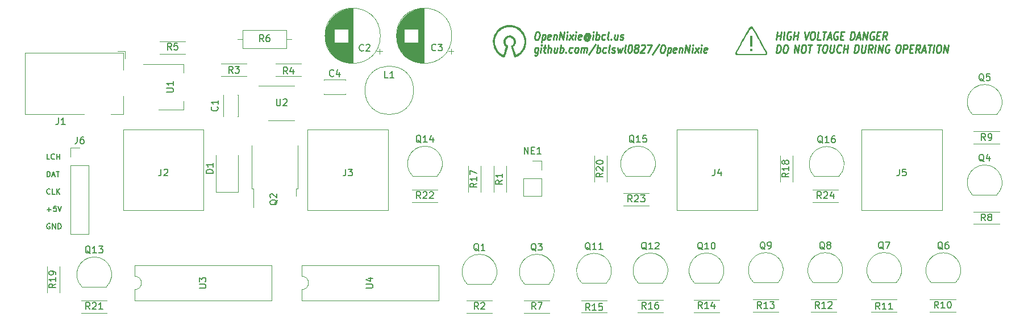
<source format=gbr>
%TF.GenerationSoftware,KiCad,Pcbnew,7.0.0*%
%TF.CreationDate,2023-07-03T18:39:04+08:00*%
%TF.ProjectId,OpenNixie,4f70656e-4e69-4786-9965-2e6b69636164,v3.0*%
%TF.SameCoordinates,Original*%
%TF.FileFunction,Legend,Top*%
%TF.FilePolarity,Positive*%
%FSLAX46Y46*%
G04 Gerber Fmt 4.6, Leading zero omitted, Abs format (unit mm)*
G04 Created by KiCad (PCBNEW 7.0.0) date 2023-07-03 18:39:04*
%MOMM*%
%LPD*%
G01*
G04 APERTURE LIST*
%ADD10C,0.250000*%
%ADD11C,0.200000*%
%ADD12C,0.150000*%
%ADD13C,0.120000*%
G04 APERTURE END LIST*
D10*
X151585714Y-75594857D02*
X151776190Y-75594857D01*
X151776190Y-75594857D02*
X151864285Y-75652000D01*
X151864285Y-75652000D02*
X151945238Y-75766285D01*
X151945238Y-75766285D02*
X151964285Y-75994857D01*
X151964285Y-75994857D02*
X151914285Y-76394857D01*
X151914285Y-76394857D02*
X151838095Y-76623428D01*
X151838095Y-76623428D02*
X151728571Y-76737714D01*
X151728571Y-76737714D02*
X151626190Y-76794857D01*
X151626190Y-76794857D02*
X151435714Y-76794857D01*
X151435714Y-76794857D02*
X151347619Y-76737714D01*
X151347619Y-76737714D02*
X151266666Y-76623428D01*
X151266666Y-76623428D02*
X151247619Y-76394857D01*
X151247619Y-76394857D02*
X151297619Y-75994857D01*
X151297619Y-75994857D02*
X151373809Y-75766285D01*
X151373809Y-75766285D02*
X151483333Y-75652000D01*
X151483333Y-75652000D02*
X151585714Y-75594857D01*
X152392857Y-75994857D02*
X152242857Y-77194857D01*
X152385714Y-76052000D02*
X152488095Y-75994857D01*
X152488095Y-75994857D02*
X152678571Y-75994857D01*
X152678571Y-75994857D02*
X152766666Y-76052000D01*
X152766666Y-76052000D02*
X152807142Y-76109142D01*
X152807142Y-76109142D02*
X152840476Y-76223428D01*
X152840476Y-76223428D02*
X152797619Y-76566285D01*
X152797619Y-76566285D02*
X152735714Y-76680571D01*
X152735714Y-76680571D02*
X152680952Y-76737714D01*
X152680952Y-76737714D02*
X152578571Y-76794857D01*
X152578571Y-76794857D02*
X152388095Y-76794857D01*
X152388095Y-76794857D02*
X152299999Y-76737714D01*
X153542857Y-76737714D02*
X153440476Y-76794857D01*
X153440476Y-76794857D02*
X153250000Y-76794857D01*
X153250000Y-76794857D02*
X153161904Y-76737714D01*
X153161904Y-76737714D02*
X153128571Y-76623428D01*
X153128571Y-76623428D02*
X153185714Y-76166285D01*
X153185714Y-76166285D02*
X153247619Y-76052000D01*
X153247619Y-76052000D02*
X153350000Y-75994857D01*
X153350000Y-75994857D02*
X153540476Y-75994857D01*
X153540476Y-75994857D02*
X153628571Y-76052000D01*
X153628571Y-76052000D02*
X153661904Y-76166285D01*
X153661904Y-76166285D02*
X153647619Y-76280571D01*
X153647619Y-76280571D02*
X153157143Y-76394857D01*
X154111905Y-75994857D02*
X154011905Y-76794857D01*
X154097619Y-76109142D02*
X154152381Y-76052000D01*
X154152381Y-76052000D02*
X154254762Y-75994857D01*
X154254762Y-75994857D02*
X154397619Y-75994857D01*
X154397619Y-75994857D02*
X154485714Y-76052000D01*
X154485714Y-76052000D02*
X154519047Y-76166285D01*
X154519047Y-76166285D02*
X154440476Y-76794857D01*
X154916667Y-76794857D02*
X155066667Y-75594857D01*
X155066667Y-75594857D02*
X155488095Y-76794857D01*
X155488095Y-76794857D02*
X155638095Y-75594857D01*
X155964286Y-76794857D02*
X156064286Y-75994857D01*
X156114286Y-75594857D02*
X156059524Y-75652000D01*
X156059524Y-75652000D02*
X156100000Y-75709142D01*
X156100000Y-75709142D02*
X156154762Y-75652000D01*
X156154762Y-75652000D02*
X156114286Y-75594857D01*
X156114286Y-75594857D02*
X156100000Y-75709142D01*
X156345238Y-76794857D02*
X156969047Y-75994857D01*
X156445238Y-75994857D02*
X156869047Y-76794857D01*
X157250000Y-76794857D02*
X157350000Y-75994857D01*
X157400000Y-75594857D02*
X157345238Y-75652000D01*
X157345238Y-75652000D02*
X157385714Y-75709142D01*
X157385714Y-75709142D02*
X157440476Y-75652000D01*
X157440476Y-75652000D02*
X157400000Y-75594857D01*
X157400000Y-75594857D02*
X157385714Y-75709142D01*
X158114285Y-76737714D02*
X158011904Y-76794857D01*
X158011904Y-76794857D02*
X157821428Y-76794857D01*
X157821428Y-76794857D02*
X157733332Y-76737714D01*
X157733332Y-76737714D02*
X157699999Y-76623428D01*
X157699999Y-76623428D02*
X157757142Y-76166285D01*
X157757142Y-76166285D02*
X157819047Y-76052000D01*
X157819047Y-76052000D02*
X157921428Y-75994857D01*
X157921428Y-75994857D02*
X158111904Y-75994857D01*
X158111904Y-75994857D02*
X158199999Y-76052000D01*
X158199999Y-76052000D02*
X158233332Y-76166285D01*
X158233332Y-76166285D02*
X158219047Y-76280571D01*
X158219047Y-76280571D02*
X157728571Y-76394857D01*
X159273809Y-76223428D02*
X159233333Y-76166285D01*
X159233333Y-76166285D02*
X159145237Y-76109142D01*
X159145237Y-76109142D02*
X159049999Y-76109142D01*
X159049999Y-76109142D02*
X158947618Y-76166285D01*
X158947618Y-76166285D02*
X158892856Y-76223428D01*
X158892856Y-76223428D02*
X158830952Y-76337714D01*
X158830952Y-76337714D02*
X158816666Y-76452000D01*
X158816666Y-76452000D02*
X158849999Y-76566285D01*
X158849999Y-76566285D02*
X158890475Y-76623428D01*
X158890475Y-76623428D02*
X158978571Y-76680571D01*
X158978571Y-76680571D02*
X159073809Y-76680571D01*
X159073809Y-76680571D02*
X159176190Y-76623428D01*
X159176190Y-76623428D02*
X159230952Y-76566285D01*
X159288095Y-76109142D02*
X159230952Y-76566285D01*
X159230952Y-76566285D02*
X159271428Y-76623428D01*
X159271428Y-76623428D02*
X159319047Y-76623428D01*
X159319047Y-76623428D02*
X159421428Y-76566285D01*
X159421428Y-76566285D02*
X159483333Y-76452000D01*
X159483333Y-76452000D02*
X159519047Y-76166285D01*
X159519047Y-76166285D02*
X159445237Y-75994857D01*
X159445237Y-75994857D02*
X159316666Y-75880571D01*
X159316666Y-75880571D02*
X159133333Y-75823428D01*
X159133333Y-75823428D02*
X158935714Y-75880571D01*
X158935714Y-75880571D02*
X158778571Y-75994857D01*
X158778571Y-75994857D02*
X158661904Y-76166285D01*
X158661904Y-76166285D02*
X158585714Y-76394857D01*
X158585714Y-76394857D02*
X158604761Y-76623428D01*
X158604761Y-76623428D02*
X158678571Y-76794857D01*
X158678571Y-76794857D02*
X158807142Y-76909142D01*
X158807142Y-76909142D02*
X158990475Y-76966285D01*
X158990475Y-76966285D02*
X159188095Y-76909142D01*
X159188095Y-76909142D02*
X159345237Y-76794857D01*
X159854762Y-76794857D02*
X159954762Y-75994857D01*
X160004762Y-75594857D02*
X159950000Y-75652000D01*
X159950000Y-75652000D02*
X159990476Y-75709142D01*
X159990476Y-75709142D02*
X160045238Y-75652000D01*
X160045238Y-75652000D02*
X160004762Y-75594857D01*
X160004762Y-75594857D02*
X159990476Y-75709142D01*
X160330952Y-76794857D02*
X160480952Y-75594857D01*
X160423809Y-76052000D02*
X160526190Y-75994857D01*
X160526190Y-75994857D02*
X160716666Y-75994857D01*
X160716666Y-75994857D02*
X160804761Y-76052000D01*
X160804761Y-76052000D02*
X160845237Y-76109142D01*
X160845237Y-76109142D02*
X160878571Y-76223428D01*
X160878571Y-76223428D02*
X160835714Y-76566285D01*
X160835714Y-76566285D02*
X160773809Y-76680571D01*
X160773809Y-76680571D02*
X160719047Y-76737714D01*
X160719047Y-76737714D02*
X160616666Y-76794857D01*
X160616666Y-76794857D02*
X160426190Y-76794857D01*
X160426190Y-76794857D02*
X160338094Y-76737714D01*
X161671428Y-76737714D02*
X161569047Y-76794857D01*
X161569047Y-76794857D02*
X161378571Y-76794857D01*
X161378571Y-76794857D02*
X161290476Y-76737714D01*
X161290476Y-76737714D02*
X161249999Y-76680571D01*
X161249999Y-76680571D02*
X161216666Y-76566285D01*
X161216666Y-76566285D02*
X161259523Y-76223428D01*
X161259523Y-76223428D02*
X161321428Y-76109142D01*
X161321428Y-76109142D02*
X161376190Y-76052000D01*
X161376190Y-76052000D02*
X161478571Y-75994857D01*
X161478571Y-75994857D02*
X161669047Y-75994857D01*
X161669047Y-75994857D02*
X161757142Y-76052000D01*
X162235714Y-76794857D02*
X162147619Y-76737714D01*
X162147619Y-76737714D02*
X162114285Y-76623428D01*
X162114285Y-76623428D02*
X162242857Y-75594857D01*
X162630952Y-76680571D02*
X162671429Y-76737714D01*
X162671429Y-76737714D02*
X162616667Y-76794857D01*
X162616667Y-76794857D02*
X162576190Y-76737714D01*
X162576190Y-76737714D02*
X162630952Y-76680571D01*
X162630952Y-76680571D02*
X162616667Y-76794857D01*
X163621428Y-75994857D02*
X163521428Y-76794857D01*
X163192857Y-75994857D02*
X163114285Y-76623428D01*
X163114285Y-76623428D02*
X163147619Y-76737714D01*
X163147619Y-76737714D02*
X163235714Y-76794857D01*
X163235714Y-76794857D02*
X163378571Y-76794857D01*
X163378571Y-76794857D02*
X163480952Y-76737714D01*
X163480952Y-76737714D02*
X163535714Y-76680571D01*
X163957142Y-76737714D02*
X164045238Y-76794857D01*
X164045238Y-76794857D02*
X164235714Y-76794857D01*
X164235714Y-76794857D02*
X164338095Y-76737714D01*
X164338095Y-76737714D02*
X164400000Y-76623428D01*
X164400000Y-76623428D02*
X164407142Y-76566285D01*
X164407142Y-76566285D02*
X164373809Y-76452000D01*
X164373809Y-76452000D02*
X164285714Y-76394857D01*
X164285714Y-76394857D02*
X164142857Y-76394857D01*
X164142857Y-76394857D02*
X164054761Y-76337714D01*
X164054761Y-76337714D02*
X164021428Y-76223428D01*
X164021428Y-76223428D02*
X164028571Y-76166285D01*
X164028571Y-76166285D02*
X164090476Y-76052000D01*
X164090476Y-76052000D02*
X164192857Y-75994857D01*
X164192857Y-75994857D02*
X164335714Y-75994857D01*
X164335714Y-75994857D02*
X164423809Y-76052000D01*
X151773809Y-77938857D02*
X151652380Y-78910285D01*
X151652380Y-78910285D02*
X151590476Y-79024571D01*
X151590476Y-79024571D02*
X151535714Y-79081714D01*
X151535714Y-79081714D02*
X151433333Y-79138857D01*
X151433333Y-79138857D02*
X151290476Y-79138857D01*
X151290476Y-79138857D02*
X151202380Y-79081714D01*
X151680952Y-78681714D02*
X151578571Y-78738857D01*
X151578571Y-78738857D02*
X151388095Y-78738857D01*
X151388095Y-78738857D02*
X151300000Y-78681714D01*
X151300000Y-78681714D02*
X151259523Y-78624571D01*
X151259523Y-78624571D02*
X151226190Y-78510285D01*
X151226190Y-78510285D02*
X151269047Y-78167428D01*
X151269047Y-78167428D02*
X151330952Y-78053142D01*
X151330952Y-78053142D02*
X151385714Y-77996000D01*
X151385714Y-77996000D02*
X151488095Y-77938857D01*
X151488095Y-77938857D02*
X151678571Y-77938857D01*
X151678571Y-77938857D02*
X151766666Y-77996000D01*
X152107143Y-78738857D02*
X152207143Y-77938857D01*
X152257143Y-77538857D02*
X152202381Y-77596000D01*
X152202381Y-77596000D02*
X152242857Y-77653142D01*
X152242857Y-77653142D02*
X152297619Y-77596000D01*
X152297619Y-77596000D02*
X152257143Y-77538857D01*
X152257143Y-77538857D02*
X152242857Y-77653142D01*
X152540475Y-77938857D02*
X152921428Y-77938857D01*
X152733333Y-77538857D02*
X152604761Y-78567428D01*
X152604761Y-78567428D02*
X152638095Y-78681714D01*
X152638095Y-78681714D02*
X152726190Y-78738857D01*
X152726190Y-78738857D02*
X152821428Y-78738857D01*
X153154762Y-78738857D02*
X153304762Y-77538857D01*
X153583333Y-78738857D02*
X153661904Y-78110285D01*
X153661904Y-78110285D02*
X153628571Y-77996000D01*
X153628571Y-77996000D02*
X153540476Y-77938857D01*
X153540476Y-77938857D02*
X153397619Y-77938857D01*
X153397619Y-77938857D02*
X153295238Y-77996000D01*
X153295238Y-77996000D02*
X153240476Y-78053142D01*
X154588095Y-77938857D02*
X154488095Y-78738857D01*
X154159524Y-77938857D02*
X154080952Y-78567428D01*
X154080952Y-78567428D02*
X154114286Y-78681714D01*
X154114286Y-78681714D02*
X154202381Y-78738857D01*
X154202381Y-78738857D02*
X154345238Y-78738857D01*
X154345238Y-78738857D02*
X154447619Y-78681714D01*
X154447619Y-78681714D02*
X154502381Y-78624571D01*
X154964286Y-78738857D02*
X155114286Y-77538857D01*
X155057143Y-77996000D02*
X155159524Y-77938857D01*
X155159524Y-77938857D02*
X155350000Y-77938857D01*
X155350000Y-77938857D02*
X155438095Y-77996000D01*
X155438095Y-77996000D02*
X155478571Y-78053142D01*
X155478571Y-78053142D02*
X155511905Y-78167428D01*
X155511905Y-78167428D02*
X155469048Y-78510285D01*
X155469048Y-78510285D02*
X155407143Y-78624571D01*
X155407143Y-78624571D02*
X155352381Y-78681714D01*
X155352381Y-78681714D02*
X155250000Y-78738857D01*
X155250000Y-78738857D02*
X155059524Y-78738857D01*
X155059524Y-78738857D02*
X154971428Y-78681714D01*
X155883333Y-78624571D02*
X155923810Y-78681714D01*
X155923810Y-78681714D02*
X155869048Y-78738857D01*
X155869048Y-78738857D02*
X155828571Y-78681714D01*
X155828571Y-78681714D02*
X155883333Y-78624571D01*
X155883333Y-78624571D02*
X155869048Y-78738857D01*
X156780952Y-78681714D02*
X156678571Y-78738857D01*
X156678571Y-78738857D02*
X156488095Y-78738857D01*
X156488095Y-78738857D02*
X156400000Y-78681714D01*
X156400000Y-78681714D02*
X156359523Y-78624571D01*
X156359523Y-78624571D02*
X156326190Y-78510285D01*
X156326190Y-78510285D02*
X156369047Y-78167428D01*
X156369047Y-78167428D02*
X156430952Y-78053142D01*
X156430952Y-78053142D02*
X156485714Y-77996000D01*
X156485714Y-77996000D02*
X156588095Y-77938857D01*
X156588095Y-77938857D02*
X156778571Y-77938857D01*
X156778571Y-77938857D02*
X156866666Y-77996000D01*
X157345238Y-78738857D02*
X157257143Y-78681714D01*
X157257143Y-78681714D02*
X157216666Y-78624571D01*
X157216666Y-78624571D02*
X157183333Y-78510285D01*
X157183333Y-78510285D02*
X157226190Y-78167428D01*
X157226190Y-78167428D02*
X157288095Y-78053142D01*
X157288095Y-78053142D02*
X157342857Y-77996000D01*
X157342857Y-77996000D02*
X157445238Y-77938857D01*
X157445238Y-77938857D02*
X157588095Y-77938857D01*
X157588095Y-77938857D02*
X157676190Y-77996000D01*
X157676190Y-77996000D02*
X157716666Y-78053142D01*
X157716666Y-78053142D02*
X157750000Y-78167428D01*
X157750000Y-78167428D02*
X157707143Y-78510285D01*
X157707143Y-78510285D02*
X157645238Y-78624571D01*
X157645238Y-78624571D02*
X157590476Y-78681714D01*
X157590476Y-78681714D02*
X157488095Y-78738857D01*
X157488095Y-78738857D02*
X157345238Y-78738857D01*
X158107143Y-78738857D02*
X158207143Y-77938857D01*
X158192857Y-78053142D02*
X158247619Y-77996000D01*
X158247619Y-77996000D02*
X158350000Y-77938857D01*
X158350000Y-77938857D02*
X158492857Y-77938857D01*
X158492857Y-77938857D02*
X158580952Y-77996000D01*
X158580952Y-77996000D02*
X158614285Y-78110285D01*
X158614285Y-78110285D02*
X158535714Y-78738857D01*
X158614285Y-78110285D02*
X158676190Y-77996000D01*
X158676190Y-77996000D02*
X158778571Y-77938857D01*
X158778571Y-77938857D02*
X158921428Y-77938857D01*
X158921428Y-77938857D02*
X159009524Y-77996000D01*
X159009524Y-77996000D02*
X159042857Y-78110285D01*
X159042857Y-78110285D02*
X158964285Y-78738857D01*
X160311904Y-77481714D02*
X159261904Y-79024571D01*
X160459524Y-78738857D02*
X160609524Y-77538857D01*
X160552381Y-77996000D02*
X160654762Y-77938857D01*
X160654762Y-77938857D02*
X160845238Y-77938857D01*
X160845238Y-77938857D02*
X160933333Y-77996000D01*
X160933333Y-77996000D02*
X160973809Y-78053142D01*
X160973809Y-78053142D02*
X161007143Y-78167428D01*
X161007143Y-78167428D02*
X160964286Y-78510285D01*
X160964286Y-78510285D02*
X160902381Y-78624571D01*
X160902381Y-78624571D02*
X160847619Y-78681714D01*
X160847619Y-78681714D02*
X160745238Y-78738857D01*
X160745238Y-78738857D02*
X160554762Y-78738857D01*
X160554762Y-78738857D02*
X160466666Y-78681714D01*
X161800000Y-78681714D02*
X161697619Y-78738857D01*
X161697619Y-78738857D02*
X161507143Y-78738857D01*
X161507143Y-78738857D02*
X161419048Y-78681714D01*
X161419048Y-78681714D02*
X161378571Y-78624571D01*
X161378571Y-78624571D02*
X161345238Y-78510285D01*
X161345238Y-78510285D02*
X161388095Y-78167428D01*
X161388095Y-78167428D02*
X161450000Y-78053142D01*
X161450000Y-78053142D02*
X161504762Y-77996000D01*
X161504762Y-77996000D02*
X161607143Y-77938857D01*
X161607143Y-77938857D02*
X161797619Y-77938857D01*
X161797619Y-77938857D02*
X161885714Y-77996000D01*
X162364286Y-78738857D02*
X162276191Y-78681714D01*
X162276191Y-78681714D02*
X162242857Y-78567428D01*
X162242857Y-78567428D02*
X162371429Y-77538857D01*
X162704762Y-78681714D02*
X162792858Y-78738857D01*
X162792858Y-78738857D02*
X162983334Y-78738857D01*
X162983334Y-78738857D02*
X163085715Y-78681714D01*
X163085715Y-78681714D02*
X163147620Y-78567428D01*
X163147620Y-78567428D02*
X163154762Y-78510285D01*
X163154762Y-78510285D02*
X163121429Y-78396000D01*
X163121429Y-78396000D02*
X163033334Y-78338857D01*
X163033334Y-78338857D02*
X162890477Y-78338857D01*
X162890477Y-78338857D02*
X162802381Y-78281714D01*
X162802381Y-78281714D02*
X162769048Y-78167428D01*
X162769048Y-78167428D02*
X162776191Y-78110285D01*
X162776191Y-78110285D02*
X162838096Y-77996000D01*
X162838096Y-77996000D02*
X162940477Y-77938857D01*
X162940477Y-77938857D02*
X163083334Y-77938857D01*
X163083334Y-77938857D02*
X163171429Y-77996000D01*
X163559525Y-77938857D02*
X163650001Y-78738857D01*
X163650001Y-78738857D02*
X163911905Y-78167428D01*
X163911905Y-78167428D02*
X164030953Y-78738857D01*
X164030953Y-78738857D02*
X164321429Y-77938857D01*
X164745239Y-78738857D02*
X164657144Y-78681714D01*
X164657144Y-78681714D02*
X164623810Y-78567428D01*
X164623810Y-78567428D02*
X164752382Y-77538857D01*
X165466668Y-77538857D02*
X165561906Y-77538857D01*
X165561906Y-77538857D02*
X165650001Y-77596000D01*
X165650001Y-77596000D02*
X165690477Y-77653142D01*
X165690477Y-77653142D02*
X165723811Y-77767428D01*
X165723811Y-77767428D02*
X165742858Y-77996000D01*
X165742858Y-77996000D02*
X165707144Y-78281714D01*
X165707144Y-78281714D02*
X165630954Y-78510285D01*
X165630954Y-78510285D02*
X165569049Y-78624571D01*
X165569049Y-78624571D02*
X165514287Y-78681714D01*
X165514287Y-78681714D02*
X165411906Y-78738857D01*
X165411906Y-78738857D02*
X165316668Y-78738857D01*
X165316668Y-78738857D02*
X165228573Y-78681714D01*
X165228573Y-78681714D02*
X165188096Y-78624571D01*
X165188096Y-78624571D02*
X165154763Y-78510285D01*
X165154763Y-78510285D02*
X165135715Y-78281714D01*
X165135715Y-78281714D02*
X165171430Y-77996000D01*
X165171430Y-77996000D02*
X165247620Y-77767428D01*
X165247620Y-77767428D02*
X165309525Y-77653142D01*
X165309525Y-77653142D02*
X165364287Y-77596000D01*
X165364287Y-77596000D02*
X165466668Y-77538857D01*
X166307144Y-78053142D02*
X166219049Y-77996000D01*
X166219049Y-77996000D02*
X166178573Y-77938857D01*
X166178573Y-77938857D02*
X166145239Y-77824571D01*
X166145239Y-77824571D02*
X166152382Y-77767428D01*
X166152382Y-77767428D02*
X166214287Y-77653142D01*
X166214287Y-77653142D02*
X166269049Y-77596000D01*
X166269049Y-77596000D02*
X166371430Y-77538857D01*
X166371430Y-77538857D02*
X166561906Y-77538857D01*
X166561906Y-77538857D02*
X166650001Y-77596000D01*
X166650001Y-77596000D02*
X166690477Y-77653142D01*
X166690477Y-77653142D02*
X166723811Y-77767428D01*
X166723811Y-77767428D02*
X166716668Y-77824571D01*
X166716668Y-77824571D02*
X166654763Y-77938857D01*
X166654763Y-77938857D02*
X166600001Y-77996000D01*
X166600001Y-77996000D02*
X166497620Y-78053142D01*
X166497620Y-78053142D02*
X166307144Y-78053142D01*
X166307144Y-78053142D02*
X166204763Y-78110285D01*
X166204763Y-78110285D02*
X166150001Y-78167428D01*
X166150001Y-78167428D02*
X166088096Y-78281714D01*
X166088096Y-78281714D02*
X166059525Y-78510285D01*
X166059525Y-78510285D02*
X166092858Y-78624571D01*
X166092858Y-78624571D02*
X166133335Y-78681714D01*
X166133335Y-78681714D02*
X166221430Y-78738857D01*
X166221430Y-78738857D02*
X166411906Y-78738857D01*
X166411906Y-78738857D02*
X166514287Y-78681714D01*
X166514287Y-78681714D02*
X166569049Y-78624571D01*
X166569049Y-78624571D02*
X166630954Y-78510285D01*
X166630954Y-78510285D02*
X166659525Y-78281714D01*
X166659525Y-78281714D02*
X166626192Y-78167428D01*
X166626192Y-78167428D02*
X166585715Y-78110285D01*
X166585715Y-78110285D02*
X166497620Y-78053142D01*
X167119049Y-77653142D02*
X167173811Y-77596000D01*
X167173811Y-77596000D02*
X167276192Y-77538857D01*
X167276192Y-77538857D02*
X167514287Y-77538857D01*
X167514287Y-77538857D02*
X167602382Y-77596000D01*
X167602382Y-77596000D02*
X167642858Y-77653142D01*
X167642858Y-77653142D02*
X167676192Y-77767428D01*
X167676192Y-77767428D02*
X167661906Y-77881714D01*
X167661906Y-77881714D02*
X167592858Y-78053142D01*
X167592858Y-78053142D02*
X166935716Y-78738857D01*
X166935716Y-78738857D02*
X167554763Y-78738857D01*
X168038097Y-77538857D02*
X168704763Y-77538857D01*
X168704763Y-77538857D02*
X168126192Y-78738857D01*
X169807144Y-77481714D02*
X168757144Y-79024571D01*
X170295240Y-77538857D02*
X170485716Y-77538857D01*
X170485716Y-77538857D02*
X170573811Y-77596000D01*
X170573811Y-77596000D02*
X170654764Y-77710285D01*
X170654764Y-77710285D02*
X170673811Y-77938857D01*
X170673811Y-77938857D02*
X170623811Y-78338857D01*
X170623811Y-78338857D02*
X170547621Y-78567428D01*
X170547621Y-78567428D02*
X170438097Y-78681714D01*
X170438097Y-78681714D02*
X170335716Y-78738857D01*
X170335716Y-78738857D02*
X170145240Y-78738857D01*
X170145240Y-78738857D02*
X170057145Y-78681714D01*
X170057145Y-78681714D02*
X169976192Y-78567428D01*
X169976192Y-78567428D02*
X169957145Y-78338857D01*
X169957145Y-78338857D02*
X170007145Y-77938857D01*
X170007145Y-77938857D02*
X170083335Y-77710285D01*
X170083335Y-77710285D02*
X170192859Y-77596000D01*
X170192859Y-77596000D02*
X170295240Y-77538857D01*
X171102383Y-77938857D02*
X170952383Y-79138857D01*
X171095240Y-77996000D02*
X171197621Y-77938857D01*
X171197621Y-77938857D02*
X171388097Y-77938857D01*
X171388097Y-77938857D02*
X171476192Y-77996000D01*
X171476192Y-77996000D02*
X171516668Y-78053142D01*
X171516668Y-78053142D02*
X171550002Y-78167428D01*
X171550002Y-78167428D02*
X171507145Y-78510285D01*
X171507145Y-78510285D02*
X171445240Y-78624571D01*
X171445240Y-78624571D02*
X171390478Y-78681714D01*
X171390478Y-78681714D02*
X171288097Y-78738857D01*
X171288097Y-78738857D02*
X171097621Y-78738857D01*
X171097621Y-78738857D02*
X171009525Y-78681714D01*
X172252383Y-78681714D02*
X172150002Y-78738857D01*
X172150002Y-78738857D02*
X171959526Y-78738857D01*
X171959526Y-78738857D02*
X171871430Y-78681714D01*
X171871430Y-78681714D02*
X171838097Y-78567428D01*
X171838097Y-78567428D02*
X171895240Y-78110285D01*
X171895240Y-78110285D02*
X171957145Y-77996000D01*
X171957145Y-77996000D02*
X172059526Y-77938857D01*
X172059526Y-77938857D02*
X172250002Y-77938857D01*
X172250002Y-77938857D02*
X172338097Y-77996000D01*
X172338097Y-77996000D02*
X172371430Y-78110285D01*
X172371430Y-78110285D02*
X172357145Y-78224571D01*
X172357145Y-78224571D02*
X171866669Y-78338857D01*
X172821431Y-77938857D02*
X172721431Y-78738857D01*
X172807145Y-78053142D02*
X172861907Y-77996000D01*
X172861907Y-77996000D02*
X172964288Y-77938857D01*
X172964288Y-77938857D02*
X173107145Y-77938857D01*
X173107145Y-77938857D02*
X173195240Y-77996000D01*
X173195240Y-77996000D02*
X173228573Y-78110285D01*
X173228573Y-78110285D02*
X173150002Y-78738857D01*
X173626193Y-78738857D02*
X173776193Y-77538857D01*
X173776193Y-77538857D02*
X174197621Y-78738857D01*
X174197621Y-78738857D02*
X174347621Y-77538857D01*
X174673812Y-78738857D02*
X174773812Y-77938857D01*
X174823812Y-77538857D02*
X174769050Y-77596000D01*
X174769050Y-77596000D02*
X174809526Y-77653142D01*
X174809526Y-77653142D02*
X174864288Y-77596000D01*
X174864288Y-77596000D02*
X174823812Y-77538857D01*
X174823812Y-77538857D02*
X174809526Y-77653142D01*
X175054764Y-78738857D02*
X175678573Y-77938857D01*
X175154764Y-77938857D02*
X175578573Y-78738857D01*
X175959526Y-78738857D02*
X176059526Y-77938857D01*
X176109526Y-77538857D02*
X176054764Y-77596000D01*
X176054764Y-77596000D02*
X176095240Y-77653142D01*
X176095240Y-77653142D02*
X176150002Y-77596000D01*
X176150002Y-77596000D02*
X176109526Y-77538857D01*
X176109526Y-77538857D02*
X176095240Y-77653142D01*
X176823811Y-78681714D02*
X176721430Y-78738857D01*
X176721430Y-78738857D02*
X176530954Y-78738857D01*
X176530954Y-78738857D02*
X176442858Y-78681714D01*
X176442858Y-78681714D02*
X176409525Y-78567428D01*
X176409525Y-78567428D02*
X176466668Y-78110285D01*
X176466668Y-78110285D02*
X176528573Y-77996000D01*
X176528573Y-77996000D02*
X176630954Y-77938857D01*
X176630954Y-77938857D02*
X176821430Y-77938857D01*
X176821430Y-77938857D02*
X176909525Y-77996000D01*
X176909525Y-77996000D02*
X176942858Y-78110285D01*
X176942858Y-78110285D02*
X176928573Y-78224571D01*
X176928573Y-78224571D02*
X176438097Y-78338857D01*
D11*
X78955828Y-94613904D02*
X78574876Y-94613904D01*
X78574876Y-94613904D02*
X78574876Y-93813904D01*
X79679638Y-94537714D02*
X79641542Y-94575809D01*
X79641542Y-94575809D02*
X79527257Y-94613904D01*
X79527257Y-94613904D02*
X79451066Y-94613904D01*
X79451066Y-94613904D02*
X79336780Y-94575809D01*
X79336780Y-94575809D02*
X79260590Y-94499619D01*
X79260590Y-94499619D02*
X79222495Y-94423428D01*
X79222495Y-94423428D02*
X79184399Y-94271047D01*
X79184399Y-94271047D02*
X79184399Y-94156761D01*
X79184399Y-94156761D02*
X79222495Y-94004380D01*
X79222495Y-94004380D02*
X79260590Y-93928190D01*
X79260590Y-93928190D02*
X79336780Y-93852000D01*
X79336780Y-93852000D02*
X79451066Y-93813904D01*
X79451066Y-93813904D02*
X79527257Y-93813904D01*
X79527257Y-93813904D02*
X79641542Y-93852000D01*
X79641542Y-93852000D02*
X79679638Y-93890095D01*
X80022495Y-94613904D02*
X80022495Y-93813904D01*
X80022495Y-94194857D02*
X80479638Y-94194857D01*
X80479638Y-94613904D02*
X80479638Y-93813904D01*
X78574876Y-97205904D02*
X78574876Y-96405904D01*
X78574876Y-96405904D02*
X78765352Y-96405904D01*
X78765352Y-96405904D02*
X78879638Y-96444000D01*
X78879638Y-96444000D02*
X78955828Y-96520190D01*
X78955828Y-96520190D02*
X78993923Y-96596380D01*
X78993923Y-96596380D02*
X79032019Y-96748761D01*
X79032019Y-96748761D02*
X79032019Y-96863047D01*
X79032019Y-96863047D02*
X78993923Y-97015428D01*
X78993923Y-97015428D02*
X78955828Y-97091619D01*
X78955828Y-97091619D02*
X78879638Y-97167809D01*
X78879638Y-97167809D02*
X78765352Y-97205904D01*
X78765352Y-97205904D02*
X78574876Y-97205904D01*
X79336780Y-96977333D02*
X79717733Y-96977333D01*
X79260590Y-97205904D02*
X79527257Y-96405904D01*
X79527257Y-96405904D02*
X79793923Y-97205904D01*
X79946304Y-96405904D02*
X80403447Y-96405904D01*
X80174875Y-97205904D02*
X80174875Y-96405904D01*
X79032019Y-99721714D02*
X78993923Y-99759809D01*
X78993923Y-99759809D02*
X78879638Y-99797904D01*
X78879638Y-99797904D02*
X78803447Y-99797904D01*
X78803447Y-99797904D02*
X78689161Y-99759809D01*
X78689161Y-99759809D02*
X78612971Y-99683619D01*
X78612971Y-99683619D02*
X78574876Y-99607428D01*
X78574876Y-99607428D02*
X78536780Y-99455047D01*
X78536780Y-99455047D02*
X78536780Y-99340761D01*
X78536780Y-99340761D02*
X78574876Y-99188380D01*
X78574876Y-99188380D02*
X78612971Y-99112190D01*
X78612971Y-99112190D02*
X78689161Y-99036000D01*
X78689161Y-99036000D02*
X78803447Y-98997904D01*
X78803447Y-98997904D02*
X78879638Y-98997904D01*
X78879638Y-98997904D02*
X78993923Y-99036000D01*
X78993923Y-99036000D02*
X79032019Y-99074095D01*
X79755828Y-99797904D02*
X79374876Y-99797904D01*
X79374876Y-99797904D02*
X79374876Y-98997904D01*
X80022495Y-99797904D02*
X80022495Y-98997904D01*
X80479638Y-99797904D02*
X80136780Y-99340761D01*
X80479638Y-98997904D02*
X80022495Y-99455047D01*
X78574876Y-102085142D02*
X79184400Y-102085142D01*
X78879638Y-102389904D02*
X78879638Y-101780380D01*
X79946304Y-101589904D02*
X79565352Y-101589904D01*
X79565352Y-101589904D02*
X79527256Y-101970857D01*
X79527256Y-101970857D02*
X79565352Y-101932761D01*
X79565352Y-101932761D02*
X79641542Y-101894666D01*
X79641542Y-101894666D02*
X79832018Y-101894666D01*
X79832018Y-101894666D02*
X79908209Y-101932761D01*
X79908209Y-101932761D02*
X79946304Y-101970857D01*
X79946304Y-101970857D02*
X79984399Y-102047047D01*
X79984399Y-102047047D02*
X79984399Y-102237523D01*
X79984399Y-102237523D02*
X79946304Y-102313714D01*
X79946304Y-102313714D02*
X79908209Y-102351809D01*
X79908209Y-102351809D02*
X79832018Y-102389904D01*
X79832018Y-102389904D02*
X79641542Y-102389904D01*
X79641542Y-102389904D02*
X79565352Y-102351809D01*
X79565352Y-102351809D02*
X79527256Y-102313714D01*
X80212971Y-101589904D02*
X80479638Y-102389904D01*
X80479638Y-102389904D02*
X80746304Y-101589904D01*
X78993923Y-104220000D02*
X78917733Y-104181904D01*
X78917733Y-104181904D02*
X78803447Y-104181904D01*
X78803447Y-104181904D02*
X78689161Y-104220000D01*
X78689161Y-104220000D02*
X78612971Y-104296190D01*
X78612971Y-104296190D02*
X78574876Y-104372380D01*
X78574876Y-104372380D02*
X78536780Y-104524761D01*
X78536780Y-104524761D02*
X78536780Y-104639047D01*
X78536780Y-104639047D02*
X78574876Y-104791428D01*
X78574876Y-104791428D02*
X78612971Y-104867619D01*
X78612971Y-104867619D02*
X78689161Y-104943809D01*
X78689161Y-104943809D02*
X78803447Y-104981904D01*
X78803447Y-104981904D02*
X78879638Y-104981904D01*
X78879638Y-104981904D02*
X78993923Y-104943809D01*
X78993923Y-104943809D02*
X79032019Y-104905714D01*
X79032019Y-104905714D02*
X79032019Y-104639047D01*
X79032019Y-104639047D02*
X78879638Y-104639047D01*
X79374876Y-104981904D02*
X79374876Y-104181904D01*
X79374876Y-104181904D02*
X79832019Y-104981904D01*
X79832019Y-104981904D02*
X79832019Y-104181904D01*
X80212971Y-104981904D02*
X80212971Y-104181904D01*
X80212971Y-104181904D02*
X80403447Y-104181904D01*
X80403447Y-104181904D02*
X80517733Y-104220000D01*
X80517733Y-104220000D02*
X80593923Y-104296190D01*
X80593923Y-104296190D02*
X80632018Y-104372380D01*
X80632018Y-104372380D02*
X80670114Y-104524761D01*
X80670114Y-104524761D02*
X80670114Y-104639047D01*
X80670114Y-104639047D02*
X80632018Y-104791428D01*
X80632018Y-104791428D02*
X80593923Y-104867619D01*
X80593923Y-104867619D02*
X80517733Y-104943809D01*
X80517733Y-104943809D02*
X80403447Y-104981904D01*
X80403447Y-104981904D02*
X80212971Y-104981904D01*
D10*
X187245238Y-76794857D02*
X187395238Y-75594857D01*
X187323809Y-76166285D02*
X187895238Y-76166285D01*
X187816666Y-76794857D02*
X187966666Y-75594857D01*
X188292857Y-76794857D02*
X188442857Y-75594857D01*
X189435713Y-75652000D02*
X189347618Y-75594857D01*
X189347618Y-75594857D02*
X189204761Y-75594857D01*
X189204761Y-75594857D02*
X189054761Y-75652000D01*
X189054761Y-75652000D02*
X188945237Y-75766285D01*
X188945237Y-75766285D02*
X188883332Y-75880571D01*
X188883332Y-75880571D02*
X188807142Y-76109142D01*
X188807142Y-76109142D02*
X188785713Y-76280571D01*
X188785713Y-76280571D02*
X188804761Y-76509142D01*
X188804761Y-76509142D02*
X188838094Y-76623428D01*
X188838094Y-76623428D02*
X188919047Y-76737714D01*
X188919047Y-76737714D02*
X189054761Y-76794857D01*
X189054761Y-76794857D02*
X189149999Y-76794857D01*
X189149999Y-76794857D02*
X189299999Y-76737714D01*
X189299999Y-76737714D02*
X189354761Y-76680571D01*
X189354761Y-76680571D02*
X189404761Y-76280571D01*
X189404761Y-76280571D02*
X189214285Y-76280571D01*
X189769047Y-76794857D02*
X189919047Y-75594857D01*
X189847618Y-76166285D02*
X190419047Y-76166285D01*
X190340475Y-76794857D02*
X190490475Y-75594857D01*
X191423808Y-75594857D02*
X191607142Y-76794857D01*
X191607142Y-76794857D02*
X192090475Y-75594857D01*
X192614285Y-75594857D02*
X192804761Y-75594857D01*
X192804761Y-75594857D02*
X192892856Y-75652000D01*
X192892856Y-75652000D02*
X192973809Y-75766285D01*
X192973809Y-75766285D02*
X192992856Y-75994857D01*
X192992856Y-75994857D02*
X192942856Y-76394857D01*
X192942856Y-76394857D02*
X192866666Y-76623428D01*
X192866666Y-76623428D02*
X192757142Y-76737714D01*
X192757142Y-76737714D02*
X192654761Y-76794857D01*
X192654761Y-76794857D02*
X192464285Y-76794857D01*
X192464285Y-76794857D02*
X192376190Y-76737714D01*
X192376190Y-76737714D02*
X192295237Y-76623428D01*
X192295237Y-76623428D02*
X192276190Y-76394857D01*
X192276190Y-76394857D02*
X192326190Y-75994857D01*
X192326190Y-75994857D02*
X192402380Y-75766285D01*
X192402380Y-75766285D02*
X192511904Y-75652000D01*
X192511904Y-75652000D02*
X192614285Y-75594857D01*
X193797618Y-76794857D02*
X193321428Y-76794857D01*
X193321428Y-76794857D02*
X193471428Y-75594857D01*
X194138094Y-75594857D02*
X194709523Y-75594857D01*
X194273809Y-76794857D02*
X194423809Y-75594857D01*
X194888095Y-76452000D02*
X195364285Y-76452000D01*
X194749999Y-76794857D02*
X195233333Y-75594857D01*
X195233333Y-75594857D02*
X195416666Y-76794857D01*
X196416666Y-75652000D02*
X196328571Y-75594857D01*
X196328571Y-75594857D02*
X196185714Y-75594857D01*
X196185714Y-75594857D02*
X196035714Y-75652000D01*
X196035714Y-75652000D02*
X195926190Y-75766285D01*
X195926190Y-75766285D02*
X195864285Y-75880571D01*
X195864285Y-75880571D02*
X195788095Y-76109142D01*
X195788095Y-76109142D02*
X195766666Y-76280571D01*
X195766666Y-76280571D02*
X195785714Y-76509142D01*
X195785714Y-76509142D02*
X195819047Y-76623428D01*
X195819047Y-76623428D02*
X195900000Y-76737714D01*
X195900000Y-76737714D02*
X196035714Y-76794857D01*
X196035714Y-76794857D02*
X196130952Y-76794857D01*
X196130952Y-76794857D02*
X196280952Y-76737714D01*
X196280952Y-76737714D02*
X196335714Y-76680571D01*
X196335714Y-76680571D02*
X196385714Y-76280571D01*
X196385714Y-76280571D02*
X196195238Y-76280571D01*
X196828571Y-76166285D02*
X197161904Y-76166285D01*
X197226190Y-76794857D02*
X196750000Y-76794857D01*
X196750000Y-76794857D02*
X196900000Y-75594857D01*
X196900000Y-75594857D02*
X197376190Y-75594857D01*
X198254762Y-76794857D02*
X198404762Y-75594857D01*
X198404762Y-75594857D02*
X198642857Y-75594857D01*
X198642857Y-75594857D02*
X198778571Y-75652000D01*
X198778571Y-75652000D02*
X198859524Y-75766285D01*
X198859524Y-75766285D02*
X198892857Y-75880571D01*
X198892857Y-75880571D02*
X198911904Y-76109142D01*
X198911904Y-76109142D02*
X198890476Y-76280571D01*
X198890476Y-76280571D02*
X198814285Y-76509142D01*
X198814285Y-76509142D02*
X198752381Y-76623428D01*
X198752381Y-76623428D02*
X198642857Y-76737714D01*
X198642857Y-76737714D02*
X198492857Y-76794857D01*
X198492857Y-76794857D02*
X198254762Y-76794857D01*
X199250000Y-76452000D02*
X199726190Y-76452000D01*
X199111904Y-76794857D02*
X199595238Y-75594857D01*
X199595238Y-75594857D02*
X199778571Y-76794857D01*
X200111905Y-76794857D02*
X200261905Y-75594857D01*
X200261905Y-75594857D02*
X200683333Y-76794857D01*
X200683333Y-76794857D02*
X200833333Y-75594857D01*
X201826190Y-75652000D02*
X201738095Y-75594857D01*
X201738095Y-75594857D02*
X201595238Y-75594857D01*
X201595238Y-75594857D02*
X201445238Y-75652000D01*
X201445238Y-75652000D02*
X201335714Y-75766285D01*
X201335714Y-75766285D02*
X201273809Y-75880571D01*
X201273809Y-75880571D02*
X201197619Y-76109142D01*
X201197619Y-76109142D02*
X201176190Y-76280571D01*
X201176190Y-76280571D02*
X201195238Y-76509142D01*
X201195238Y-76509142D02*
X201228571Y-76623428D01*
X201228571Y-76623428D02*
X201309524Y-76737714D01*
X201309524Y-76737714D02*
X201445238Y-76794857D01*
X201445238Y-76794857D02*
X201540476Y-76794857D01*
X201540476Y-76794857D02*
X201690476Y-76737714D01*
X201690476Y-76737714D02*
X201745238Y-76680571D01*
X201745238Y-76680571D02*
X201795238Y-76280571D01*
X201795238Y-76280571D02*
X201604762Y-76280571D01*
X202238095Y-76166285D02*
X202571428Y-76166285D01*
X202635714Y-76794857D02*
X202159524Y-76794857D01*
X202159524Y-76794857D02*
X202309524Y-75594857D01*
X202309524Y-75594857D02*
X202785714Y-75594857D01*
X203635714Y-76794857D02*
X203373809Y-76223428D01*
X203064286Y-76794857D02*
X203214286Y-75594857D01*
X203214286Y-75594857D02*
X203595238Y-75594857D01*
X203595238Y-75594857D02*
X203683333Y-75652000D01*
X203683333Y-75652000D02*
X203723809Y-75709142D01*
X203723809Y-75709142D02*
X203757143Y-75823428D01*
X203757143Y-75823428D02*
X203735714Y-75994857D01*
X203735714Y-75994857D02*
X203673809Y-76109142D01*
X203673809Y-76109142D02*
X203619048Y-76166285D01*
X203619048Y-76166285D02*
X203516667Y-76223428D01*
X203516667Y-76223428D02*
X203135714Y-76223428D01*
X187245238Y-78738857D02*
X187395238Y-77538857D01*
X187395238Y-77538857D02*
X187633333Y-77538857D01*
X187633333Y-77538857D02*
X187769047Y-77596000D01*
X187769047Y-77596000D02*
X187850000Y-77710285D01*
X187850000Y-77710285D02*
X187883333Y-77824571D01*
X187883333Y-77824571D02*
X187902380Y-78053142D01*
X187902380Y-78053142D02*
X187880952Y-78224571D01*
X187880952Y-78224571D02*
X187804761Y-78453142D01*
X187804761Y-78453142D02*
X187742857Y-78567428D01*
X187742857Y-78567428D02*
X187633333Y-78681714D01*
X187633333Y-78681714D02*
X187483333Y-78738857D01*
X187483333Y-78738857D02*
X187245238Y-78738857D01*
X188585714Y-77538857D02*
X188776190Y-77538857D01*
X188776190Y-77538857D02*
X188864285Y-77596000D01*
X188864285Y-77596000D02*
X188945238Y-77710285D01*
X188945238Y-77710285D02*
X188964285Y-77938857D01*
X188964285Y-77938857D02*
X188914285Y-78338857D01*
X188914285Y-78338857D02*
X188838095Y-78567428D01*
X188838095Y-78567428D02*
X188728571Y-78681714D01*
X188728571Y-78681714D02*
X188626190Y-78738857D01*
X188626190Y-78738857D02*
X188435714Y-78738857D01*
X188435714Y-78738857D02*
X188347619Y-78681714D01*
X188347619Y-78681714D02*
X188266666Y-78567428D01*
X188266666Y-78567428D02*
X188247619Y-78338857D01*
X188247619Y-78338857D02*
X188297619Y-77938857D01*
X188297619Y-77938857D02*
X188373809Y-77710285D01*
X188373809Y-77710285D02*
X188483333Y-77596000D01*
X188483333Y-77596000D02*
X188585714Y-77538857D01*
X189892857Y-78738857D02*
X190042857Y-77538857D01*
X190042857Y-77538857D02*
X190464285Y-78738857D01*
X190464285Y-78738857D02*
X190614285Y-77538857D01*
X191280952Y-77538857D02*
X191471428Y-77538857D01*
X191471428Y-77538857D02*
X191559523Y-77596000D01*
X191559523Y-77596000D02*
X191640476Y-77710285D01*
X191640476Y-77710285D02*
X191659523Y-77938857D01*
X191659523Y-77938857D02*
X191609523Y-78338857D01*
X191609523Y-78338857D02*
X191533333Y-78567428D01*
X191533333Y-78567428D02*
X191423809Y-78681714D01*
X191423809Y-78681714D02*
X191321428Y-78738857D01*
X191321428Y-78738857D02*
X191130952Y-78738857D01*
X191130952Y-78738857D02*
X191042857Y-78681714D01*
X191042857Y-78681714D02*
X190961904Y-78567428D01*
X190961904Y-78567428D02*
X190942857Y-78338857D01*
X190942857Y-78338857D02*
X190992857Y-77938857D01*
X190992857Y-77938857D02*
X191069047Y-77710285D01*
X191069047Y-77710285D02*
X191178571Y-77596000D01*
X191178571Y-77596000D02*
X191280952Y-77538857D01*
X191995237Y-77538857D02*
X192566666Y-77538857D01*
X192130952Y-78738857D02*
X192280952Y-77538857D01*
X193357142Y-77538857D02*
X193928571Y-77538857D01*
X193492857Y-78738857D02*
X193642857Y-77538857D01*
X194452381Y-77538857D02*
X194642857Y-77538857D01*
X194642857Y-77538857D02*
X194730952Y-77596000D01*
X194730952Y-77596000D02*
X194811905Y-77710285D01*
X194811905Y-77710285D02*
X194830952Y-77938857D01*
X194830952Y-77938857D02*
X194780952Y-78338857D01*
X194780952Y-78338857D02*
X194704762Y-78567428D01*
X194704762Y-78567428D02*
X194595238Y-78681714D01*
X194595238Y-78681714D02*
X194492857Y-78738857D01*
X194492857Y-78738857D02*
X194302381Y-78738857D01*
X194302381Y-78738857D02*
X194214286Y-78681714D01*
X194214286Y-78681714D02*
X194133333Y-78567428D01*
X194133333Y-78567428D02*
X194114286Y-78338857D01*
X194114286Y-78338857D02*
X194164286Y-77938857D01*
X194164286Y-77938857D02*
X194240476Y-77710285D01*
X194240476Y-77710285D02*
X194350000Y-77596000D01*
X194350000Y-77596000D02*
X194452381Y-77538857D01*
X195309524Y-77538857D02*
X195188095Y-78510285D01*
X195188095Y-78510285D02*
X195221428Y-78624571D01*
X195221428Y-78624571D02*
X195261905Y-78681714D01*
X195261905Y-78681714D02*
X195350000Y-78738857D01*
X195350000Y-78738857D02*
X195540476Y-78738857D01*
X195540476Y-78738857D02*
X195642857Y-78681714D01*
X195642857Y-78681714D02*
X195697619Y-78624571D01*
X195697619Y-78624571D02*
X195759524Y-78510285D01*
X195759524Y-78510285D02*
X195880952Y-77538857D01*
X196792857Y-78624571D02*
X196738095Y-78681714D01*
X196738095Y-78681714D02*
X196588095Y-78738857D01*
X196588095Y-78738857D02*
X196492857Y-78738857D01*
X196492857Y-78738857D02*
X196357143Y-78681714D01*
X196357143Y-78681714D02*
X196276190Y-78567428D01*
X196276190Y-78567428D02*
X196242857Y-78453142D01*
X196242857Y-78453142D02*
X196223809Y-78224571D01*
X196223809Y-78224571D02*
X196245238Y-78053142D01*
X196245238Y-78053142D02*
X196321428Y-77824571D01*
X196321428Y-77824571D02*
X196383333Y-77710285D01*
X196383333Y-77710285D02*
X196492857Y-77596000D01*
X196492857Y-77596000D02*
X196642857Y-77538857D01*
X196642857Y-77538857D02*
X196738095Y-77538857D01*
X196738095Y-77538857D02*
X196873809Y-77596000D01*
X196873809Y-77596000D02*
X196914285Y-77653142D01*
X197207143Y-78738857D02*
X197357143Y-77538857D01*
X197285714Y-78110285D02*
X197857143Y-78110285D01*
X197778571Y-78738857D02*
X197928571Y-77538857D01*
X198854762Y-78738857D02*
X199004762Y-77538857D01*
X199004762Y-77538857D02*
X199242857Y-77538857D01*
X199242857Y-77538857D02*
X199378571Y-77596000D01*
X199378571Y-77596000D02*
X199459524Y-77710285D01*
X199459524Y-77710285D02*
X199492857Y-77824571D01*
X199492857Y-77824571D02*
X199511904Y-78053142D01*
X199511904Y-78053142D02*
X199490476Y-78224571D01*
X199490476Y-78224571D02*
X199414285Y-78453142D01*
X199414285Y-78453142D02*
X199352381Y-78567428D01*
X199352381Y-78567428D02*
X199242857Y-78681714D01*
X199242857Y-78681714D02*
X199092857Y-78738857D01*
X199092857Y-78738857D02*
X198854762Y-78738857D01*
X200004762Y-77538857D02*
X199883333Y-78510285D01*
X199883333Y-78510285D02*
X199916666Y-78624571D01*
X199916666Y-78624571D02*
X199957143Y-78681714D01*
X199957143Y-78681714D02*
X200045238Y-78738857D01*
X200045238Y-78738857D02*
X200235714Y-78738857D01*
X200235714Y-78738857D02*
X200338095Y-78681714D01*
X200338095Y-78681714D02*
X200392857Y-78624571D01*
X200392857Y-78624571D02*
X200454762Y-78510285D01*
X200454762Y-78510285D02*
X200576190Y-77538857D01*
X201473809Y-78738857D02*
X201211904Y-78167428D01*
X200902381Y-78738857D02*
X201052381Y-77538857D01*
X201052381Y-77538857D02*
X201433333Y-77538857D01*
X201433333Y-77538857D02*
X201521428Y-77596000D01*
X201521428Y-77596000D02*
X201561904Y-77653142D01*
X201561904Y-77653142D02*
X201595238Y-77767428D01*
X201595238Y-77767428D02*
X201573809Y-77938857D01*
X201573809Y-77938857D02*
X201511904Y-78053142D01*
X201511904Y-78053142D02*
X201457143Y-78110285D01*
X201457143Y-78110285D02*
X201354762Y-78167428D01*
X201354762Y-78167428D02*
X200973809Y-78167428D01*
X201902381Y-78738857D02*
X202052381Y-77538857D01*
X202378571Y-78738857D02*
X202528571Y-77538857D01*
X202528571Y-77538857D02*
X202949999Y-78738857D01*
X202949999Y-78738857D02*
X203099999Y-77538857D01*
X204092856Y-77596000D02*
X204004761Y-77538857D01*
X204004761Y-77538857D02*
X203861904Y-77538857D01*
X203861904Y-77538857D02*
X203711904Y-77596000D01*
X203711904Y-77596000D02*
X203602380Y-77710285D01*
X203602380Y-77710285D02*
X203540475Y-77824571D01*
X203540475Y-77824571D02*
X203464285Y-78053142D01*
X203464285Y-78053142D02*
X203442856Y-78224571D01*
X203442856Y-78224571D02*
X203461904Y-78453142D01*
X203461904Y-78453142D02*
X203495237Y-78567428D01*
X203495237Y-78567428D02*
X203576190Y-78681714D01*
X203576190Y-78681714D02*
X203711904Y-78738857D01*
X203711904Y-78738857D02*
X203807142Y-78738857D01*
X203807142Y-78738857D02*
X203957142Y-78681714D01*
X203957142Y-78681714D02*
X204011904Y-78624571D01*
X204011904Y-78624571D02*
X204061904Y-78224571D01*
X204061904Y-78224571D02*
X203871428Y-78224571D01*
X205366666Y-77538857D02*
X205557142Y-77538857D01*
X205557142Y-77538857D02*
X205645237Y-77596000D01*
X205645237Y-77596000D02*
X205726190Y-77710285D01*
X205726190Y-77710285D02*
X205745237Y-77938857D01*
X205745237Y-77938857D02*
X205695237Y-78338857D01*
X205695237Y-78338857D02*
X205619047Y-78567428D01*
X205619047Y-78567428D02*
X205509523Y-78681714D01*
X205509523Y-78681714D02*
X205407142Y-78738857D01*
X205407142Y-78738857D02*
X205216666Y-78738857D01*
X205216666Y-78738857D02*
X205128571Y-78681714D01*
X205128571Y-78681714D02*
X205047618Y-78567428D01*
X205047618Y-78567428D02*
X205028571Y-78338857D01*
X205028571Y-78338857D02*
X205078571Y-77938857D01*
X205078571Y-77938857D02*
X205154761Y-77710285D01*
X205154761Y-77710285D02*
X205264285Y-77596000D01*
X205264285Y-77596000D02*
X205366666Y-77538857D01*
X206073809Y-78738857D02*
X206223809Y-77538857D01*
X206223809Y-77538857D02*
X206604761Y-77538857D01*
X206604761Y-77538857D02*
X206692856Y-77596000D01*
X206692856Y-77596000D02*
X206733332Y-77653142D01*
X206733332Y-77653142D02*
X206766666Y-77767428D01*
X206766666Y-77767428D02*
X206745237Y-77938857D01*
X206745237Y-77938857D02*
X206683332Y-78053142D01*
X206683332Y-78053142D02*
X206628571Y-78110285D01*
X206628571Y-78110285D02*
X206526190Y-78167428D01*
X206526190Y-78167428D02*
X206145237Y-78167428D01*
X207152380Y-78110285D02*
X207485713Y-78110285D01*
X207549999Y-78738857D02*
X207073809Y-78738857D01*
X207073809Y-78738857D02*
X207223809Y-77538857D01*
X207223809Y-77538857D02*
X207699999Y-77538857D01*
X208549999Y-78738857D02*
X208288094Y-78167428D01*
X207978571Y-78738857D02*
X208128571Y-77538857D01*
X208128571Y-77538857D02*
X208509523Y-77538857D01*
X208509523Y-77538857D02*
X208597618Y-77596000D01*
X208597618Y-77596000D02*
X208638094Y-77653142D01*
X208638094Y-77653142D02*
X208671428Y-77767428D01*
X208671428Y-77767428D02*
X208649999Y-77938857D01*
X208649999Y-77938857D02*
X208588094Y-78053142D01*
X208588094Y-78053142D02*
X208533333Y-78110285D01*
X208533333Y-78110285D02*
X208430952Y-78167428D01*
X208430952Y-78167428D02*
X208049999Y-78167428D01*
X208973809Y-78396000D02*
X209449999Y-78396000D01*
X208835713Y-78738857D02*
X209319047Y-77538857D01*
X209319047Y-77538857D02*
X209502380Y-78738857D01*
X209842856Y-77538857D02*
X210414285Y-77538857D01*
X209978571Y-78738857D02*
X210128571Y-77538857D01*
X210597619Y-78738857D02*
X210747619Y-77538857D01*
X211414285Y-77538857D02*
X211604761Y-77538857D01*
X211604761Y-77538857D02*
X211692856Y-77596000D01*
X211692856Y-77596000D02*
X211773809Y-77710285D01*
X211773809Y-77710285D02*
X211792856Y-77938857D01*
X211792856Y-77938857D02*
X211742856Y-78338857D01*
X211742856Y-78338857D02*
X211666666Y-78567428D01*
X211666666Y-78567428D02*
X211557142Y-78681714D01*
X211557142Y-78681714D02*
X211454761Y-78738857D01*
X211454761Y-78738857D02*
X211264285Y-78738857D01*
X211264285Y-78738857D02*
X211176190Y-78681714D01*
X211176190Y-78681714D02*
X211095237Y-78567428D01*
X211095237Y-78567428D02*
X211076190Y-78338857D01*
X211076190Y-78338857D02*
X211126190Y-77938857D01*
X211126190Y-77938857D02*
X211202380Y-77710285D01*
X211202380Y-77710285D02*
X211311904Y-77596000D01*
X211311904Y-77596000D02*
X211414285Y-77538857D01*
X212121428Y-78738857D02*
X212271428Y-77538857D01*
X212271428Y-77538857D02*
X212692856Y-78738857D01*
X212692856Y-78738857D02*
X212842856Y-77538857D01*
D12*
%TO.C,C4*%
X121270333Y-82167142D02*
X121222714Y-82214761D01*
X121222714Y-82214761D02*
X121079857Y-82262380D01*
X121079857Y-82262380D02*
X120984619Y-82262380D01*
X120984619Y-82262380D02*
X120841762Y-82214761D01*
X120841762Y-82214761D02*
X120746524Y-82119523D01*
X120746524Y-82119523D02*
X120698905Y-82024285D01*
X120698905Y-82024285D02*
X120651286Y-81833809D01*
X120651286Y-81833809D02*
X120651286Y-81690952D01*
X120651286Y-81690952D02*
X120698905Y-81500476D01*
X120698905Y-81500476D02*
X120746524Y-81405238D01*
X120746524Y-81405238D02*
X120841762Y-81310000D01*
X120841762Y-81310000D02*
X120984619Y-81262380D01*
X120984619Y-81262380D02*
X121079857Y-81262380D01*
X121079857Y-81262380D02*
X121222714Y-81310000D01*
X121222714Y-81310000D02*
X121270333Y-81357619D01*
X122127476Y-81595714D02*
X122127476Y-82262380D01*
X121889381Y-81214761D02*
X121651286Y-81929047D01*
X121651286Y-81929047D02*
X122270333Y-81929047D01*
%TO.C,D1*%
X103288180Y-96686094D02*
X102288180Y-96686094D01*
X102288180Y-96686094D02*
X102288180Y-96447999D01*
X102288180Y-96447999D02*
X102335800Y-96305142D01*
X102335800Y-96305142D02*
X102431038Y-96209904D01*
X102431038Y-96209904D02*
X102526276Y-96162285D01*
X102526276Y-96162285D02*
X102716752Y-96114666D01*
X102716752Y-96114666D02*
X102859609Y-96114666D01*
X102859609Y-96114666D02*
X103050085Y-96162285D01*
X103050085Y-96162285D02*
X103145323Y-96209904D01*
X103145323Y-96209904D02*
X103240561Y-96305142D01*
X103240561Y-96305142D02*
X103288180Y-96447999D01*
X103288180Y-96447999D02*
X103288180Y-96686094D01*
X103288180Y-95162285D02*
X103288180Y-95733713D01*
X103288180Y-95447999D02*
X102288180Y-95447999D01*
X102288180Y-95447999D02*
X102431038Y-95543237D01*
X102431038Y-95543237D02*
X102526276Y-95638475D01*
X102526276Y-95638475D02*
X102573895Y-95733713D01*
%TO.C,L1*%
X129397333Y-82470380D02*
X128921143Y-82470380D01*
X128921143Y-82470380D02*
X128921143Y-81470380D01*
X130254476Y-82470380D02*
X129683048Y-82470380D01*
X129968762Y-82470380D02*
X129968762Y-81470380D01*
X129968762Y-81470380D02*
X129873524Y-81613238D01*
X129873524Y-81613238D02*
X129778286Y-81708476D01*
X129778286Y-81708476D02*
X129683048Y-81756095D01*
%TO.C,Q2*%
X112888619Y-100655238D02*
X112841000Y-100750476D01*
X112841000Y-100750476D02*
X112745761Y-100845714D01*
X112745761Y-100845714D02*
X112602904Y-100988571D01*
X112602904Y-100988571D02*
X112555285Y-101083809D01*
X112555285Y-101083809D02*
X112555285Y-101179047D01*
X112793380Y-101131428D02*
X112745761Y-101226666D01*
X112745761Y-101226666D02*
X112650523Y-101321904D01*
X112650523Y-101321904D02*
X112460047Y-101369523D01*
X112460047Y-101369523D02*
X112126714Y-101369523D01*
X112126714Y-101369523D02*
X111936238Y-101321904D01*
X111936238Y-101321904D02*
X111841000Y-101226666D01*
X111841000Y-101226666D02*
X111793380Y-101131428D01*
X111793380Y-101131428D02*
X111793380Y-100940952D01*
X111793380Y-100940952D02*
X111841000Y-100845714D01*
X111841000Y-100845714D02*
X111936238Y-100750476D01*
X111936238Y-100750476D02*
X112126714Y-100702857D01*
X112126714Y-100702857D02*
X112460047Y-100702857D01*
X112460047Y-100702857D02*
X112650523Y-100750476D01*
X112650523Y-100750476D02*
X112745761Y-100845714D01*
X112745761Y-100845714D02*
X112793380Y-100940952D01*
X112793380Y-100940952D02*
X112793380Y-101131428D01*
X111888619Y-100321904D02*
X111841000Y-100274285D01*
X111841000Y-100274285D02*
X111793380Y-100179047D01*
X111793380Y-100179047D02*
X111793380Y-99940952D01*
X111793380Y-99940952D02*
X111841000Y-99845714D01*
X111841000Y-99845714D02*
X111888619Y-99798095D01*
X111888619Y-99798095D02*
X111983857Y-99750476D01*
X111983857Y-99750476D02*
X112079095Y-99750476D01*
X112079095Y-99750476D02*
X112221952Y-99798095D01*
X112221952Y-99798095D02*
X112793380Y-100369523D01*
X112793380Y-100369523D02*
X112793380Y-99750476D01*
%TO.C,R3*%
X106259333Y-81748980D02*
X105926000Y-81272790D01*
X105687905Y-81748980D02*
X105687905Y-80748980D01*
X105687905Y-80748980D02*
X106068857Y-80748980D01*
X106068857Y-80748980D02*
X106164095Y-80796600D01*
X106164095Y-80796600D02*
X106211714Y-80844219D01*
X106211714Y-80844219D02*
X106259333Y-80939457D01*
X106259333Y-80939457D02*
X106259333Y-81082314D01*
X106259333Y-81082314D02*
X106211714Y-81177552D01*
X106211714Y-81177552D02*
X106164095Y-81225171D01*
X106164095Y-81225171D02*
X106068857Y-81272790D01*
X106068857Y-81272790D02*
X105687905Y-81272790D01*
X106592667Y-80748980D02*
X107211714Y-80748980D01*
X107211714Y-80748980D02*
X106878381Y-81129933D01*
X106878381Y-81129933D02*
X107021238Y-81129933D01*
X107021238Y-81129933D02*
X107116476Y-81177552D01*
X107116476Y-81177552D02*
X107164095Y-81225171D01*
X107164095Y-81225171D02*
X107211714Y-81320409D01*
X107211714Y-81320409D02*
X107211714Y-81558504D01*
X107211714Y-81558504D02*
X107164095Y-81653742D01*
X107164095Y-81653742D02*
X107116476Y-81701361D01*
X107116476Y-81701361D02*
X107021238Y-81748980D01*
X107021238Y-81748980D02*
X106735524Y-81748980D01*
X106735524Y-81748980D02*
X106640286Y-81701361D01*
X106640286Y-81701361D02*
X106592667Y-81653742D01*
%TO.C,R4*%
X114387333Y-81901380D02*
X114054000Y-81425190D01*
X113815905Y-81901380D02*
X113815905Y-80901380D01*
X113815905Y-80901380D02*
X114196857Y-80901380D01*
X114196857Y-80901380D02*
X114292095Y-80949000D01*
X114292095Y-80949000D02*
X114339714Y-80996619D01*
X114339714Y-80996619D02*
X114387333Y-81091857D01*
X114387333Y-81091857D02*
X114387333Y-81234714D01*
X114387333Y-81234714D02*
X114339714Y-81329952D01*
X114339714Y-81329952D02*
X114292095Y-81377571D01*
X114292095Y-81377571D02*
X114196857Y-81425190D01*
X114196857Y-81425190D02*
X113815905Y-81425190D01*
X115244476Y-81234714D02*
X115244476Y-81901380D01*
X115006381Y-80853761D02*
X114768286Y-81568047D01*
X114768286Y-81568047D02*
X115387333Y-81568047D01*
%TO.C,R5*%
X97115333Y-78294580D02*
X96782000Y-77818390D01*
X96543905Y-78294580D02*
X96543905Y-77294580D01*
X96543905Y-77294580D02*
X96924857Y-77294580D01*
X96924857Y-77294580D02*
X97020095Y-77342200D01*
X97020095Y-77342200D02*
X97067714Y-77389819D01*
X97067714Y-77389819D02*
X97115333Y-77485057D01*
X97115333Y-77485057D02*
X97115333Y-77627914D01*
X97115333Y-77627914D02*
X97067714Y-77723152D01*
X97067714Y-77723152D02*
X97020095Y-77770771D01*
X97020095Y-77770771D02*
X96924857Y-77818390D01*
X96924857Y-77818390D02*
X96543905Y-77818390D01*
X98020095Y-77294580D02*
X97543905Y-77294580D01*
X97543905Y-77294580D02*
X97496286Y-77770771D01*
X97496286Y-77770771D02*
X97543905Y-77723152D01*
X97543905Y-77723152D02*
X97639143Y-77675533D01*
X97639143Y-77675533D02*
X97877238Y-77675533D01*
X97877238Y-77675533D02*
X97972476Y-77723152D01*
X97972476Y-77723152D02*
X98020095Y-77770771D01*
X98020095Y-77770771D02*
X98067714Y-77866009D01*
X98067714Y-77866009D02*
X98067714Y-78104104D01*
X98067714Y-78104104D02*
X98020095Y-78199342D01*
X98020095Y-78199342D02*
X97972476Y-78246961D01*
X97972476Y-78246961D02*
X97877238Y-78294580D01*
X97877238Y-78294580D02*
X97639143Y-78294580D01*
X97639143Y-78294580D02*
X97543905Y-78246961D01*
X97543905Y-78246961D02*
X97496286Y-78199342D01*
%TO.C,R6*%
X110831333Y-77075380D02*
X110498000Y-76599190D01*
X110259905Y-77075380D02*
X110259905Y-76075380D01*
X110259905Y-76075380D02*
X110640857Y-76075380D01*
X110640857Y-76075380D02*
X110736095Y-76123000D01*
X110736095Y-76123000D02*
X110783714Y-76170619D01*
X110783714Y-76170619D02*
X110831333Y-76265857D01*
X110831333Y-76265857D02*
X110831333Y-76408714D01*
X110831333Y-76408714D02*
X110783714Y-76503952D01*
X110783714Y-76503952D02*
X110736095Y-76551571D01*
X110736095Y-76551571D02*
X110640857Y-76599190D01*
X110640857Y-76599190D02*
X110259905Y-76599190D01*
X111688476Y-76075380D02*
X111498000Y-76075380D01*
X111498000Y-76075380D02*
X111402762Y-76123000D01*
X111402762Y-76123000D02*
X111355143Y-76170619D01*
X111355143Y-76170619D02*
X111259905Y-76313476D01*
X111259905Y-76313476D02*
X111212286Y-76503952D01*
X111212286Y-76503952D02*
X111212286Y-76884904D01*
X111212286Y-76884904D02*
X111259905Y-76980142D01*
X111259905Y-76980142D02*
X111307524Y-77027761D01*
X111307524Y-77027761D02*
X111402762Y-77075380D01*
X111402762Y-77075380D02*
X111593238Y-77075380D01*
X111593238Y-77075380D02*
X111688476Y-77027761D01*
X111688476Y-77027761D02*
X111736095Y-76980142D01*
X111736095Y-76980142D02*
X111783714Y-76884904D01*
X111783714Y-76884904D02*
X111783714Y-76646809D01*
X111783714Y-76646809D02*
X111736095Y-76551571D01*
X111736095Y-76551571D02*
X111688476Y-76503952D01*
X111688476Y-76503952D02*
X111593238Y-76456333D01*
X111593238Y-76456333D02*
X111402762Y-76456333D01*
X111402762Y-76456333D02*
X111307524Y-76503952D01*
X111307524Y-76503952D02*
X111259905Y-76551571D01*
X111259905Y-76551571D02*
X111212286Y-76646809D01*
%TO.C,U2*%
X112766095Y-85625380D02*
X112766095Y-86434904D01*
X112766095Y-86434904D02*
X112813714Y-86530142D01*
X112813714Y-86530142D02*
X112861333Y-86577761D01*
X112861333Y-86577761D02*
X112956571Y-86625380D01*
X112956571Y-86625380D02*
X113147047Y-86625380D01*
X113147047Y-86625380D02*
X113242285Y-86577761D01*
X113242285Y-86577761D02*
X113289904Y-86530142D01*
X113289904Y-86530142D02*
X113337523Y-86434904D01*
X113337523Y-86434904D02*
X113337523Y-85625380D01*
X113766095Y-85720619D02*
X113813714Y-85673000D01*
X113813714Y-85673000D02*
X113908952Y-85625380D01*
X113908952Y-85625380D02*
X114147047Y-85625380D01*
X114147047Y-85625380D02*
X114242285Y-85673000D01*
X114242285Y-85673000D02*
X114289904Y-85720619D01*
X114289904Y-85720619D02*
X114337523Y-85815857D01*
X114337523Y-85815857D02*
X114337523Y-85911095D01*
X114337523Y-85911095D02*
X114289904Y-86053952D01*
X114289904Y-86053952D02*
X113718476Y-86625380D01*
X113718476Y-86625380D02*
X114337523Y-86625380D01*
%TO.C,U3*%
X101246380Y-113801904D02*
X102055904Y-113801904D01*
X102055904Y-113801904D02*
X102151142Y-113754285D01*
X102151142Y-113754285D02*
X102198761Y-113706666D01*
X102198761Y-113706666D02*
X102246380Y-113611428D01*
X102246380Y-113611428D02*
X102246380Y-113420952D01*
X102246380Y-113420952D02*
X102198761Y-113325714D01*
X102198761Y-113325714D02*
X102151142Y-113278095D01*
X102151142Y-113278095D02*
X102055904Y-113230476D01*
X102055904Y-113230476D02*
X101246380Y-113230476D01*
X101246380Y-112849523D02*
X101246380Y-112230476D01*
X101246380Y-112230476D02*
X101627333Y-112563809D01*
X101627333Y-112563809D02*
X101627333Y-112420952D01*
X101627333Y-112420952D02*
X101674952Y-112325714D01*
X101674952Y-112325714D02*
X101722571Y-112278095D01*
X101722571Y-112278095D02*
X101817809Y-112230476D01*
X101817809Y-112230476D02*
X102055904Y-112230476D01*
X102055904Y-112230476D02*
X102151142Y-112278095D01*
X102151142Y-112278095D02*
X102198761Y-112325714D01*
X102198761Y-112325714D02*
X102246380Y-112420952D01*
X102246380Y-112420952D02*
X102246380Y-112706666D01*
X102246380Y-112706666D02*
X102198761Y-112801904D01*
X102198761Y-112801904D02*
X102151142Y-112849523D01*
%TO.C,R9*%
X218391333Y-91791380D02*
X218058000Y-91315190D01*
X217819905Y-91791380D02*
X217819905Y-90791380D01*
X217819905Y-90791380D02*
X218200857Y-90791380D01*
X218200857Y-90791380D02*
X218296095Y-90839000D01*
X218296095Y-90839000D02*
X218343714Y-90886619D01*
X218343714Y-90886619D02*
X218391333Y-90981857D01*
X218391333Y-90981857D02*
X218391333Y-91124714D01*
X218391333Y-91124714D02*
X218343714Y-91219952D01*
X218343714Y-91219952D02*
X218296095Y-91267571D01*
X218296095Y-91267571D02*
X218200857Y-91315190D01*
X218200857Y-91315190D02*
X217819905Y-91315190D01*
X218867524Y-91791380D02*
X219058000Y-91791380D01*
X219058000Y-91791380D02*
X219153238Y-91743761D01*
X219153238Y-91743761D02*
X219200857Y-91696142D01*
X219200857Y-91696142D02*
X219296095Y-91553285D01*
X219296095Y-91553285D02*
X219343714Y-91362809D01*
X219343714Y-91362809D02*
X219343714Y-90981857D01*
X219343714Y-90981857D02*
X219296095Y-90886619D01*
X219296095Y-90886619D02*
X219248476Y-90839000D01*
X219248476Y-90839000D02*
X219153238Y-90791380D01*
X219153238Y-90791380D02*
X218962762Y-90791380D01*
X218962762Y-90791380D02*
X218867524Y-90839000D01*
X218867524Y-90839000D02*
X218819905Y-90886619D01*
X218819905Y-90886619D02*
X218772286Y-90981857D01*
X218772286Y-90981857D02*
X218772286Y-91219952D01*
X218772286Y-91219952D02*
X218819905Y-91315190D01*
X218819905Y-91315190D02*
X218867524Y-91362809D01*
X218867524Y-91362809D02*
X218962762Y-91410428D01*
X218962762Y-91410428D02*
X219153238Y-91410428D01*
X219153238Y-91410428D02*
X219248476Y-91362809D01*
X219248476Y-91362809D02*
X219296095Y-91315190D01*
X219296095Y-91315190D02*
X219343714Y-91219952D01*
%TO.C,Q8*%
X194423761Y-108018619D02*
X194328523Y-107971000D01*
X194328523Y-107971000D02*
X194233285Y-107875761D01*
X194233285Y-107875761D02*
X194090428Y-107732904D01*
X194090428Y-107732904D02*
X193995190Y-107685285D01*
X193995190Y-107685285D02*
X193899952Y-107685285D01*
X193947571Y-107923380D02*
X193852333Y-107875761D01*
X193852333Y-107875761D02*
X193757095Y-107780523D01*
X193757095Y-107780523D02*
X193709476Y-107590047D01*
X193709476Y-107590047D02*
X193709476Y-107256714D01*
X193709476Y-107256714D02*
X193757095Y-107066238D01*
X193757095Y-107066238D02*
X193852333Y-106971000D01*
X193852333Y-106971000D02*
X193947571Y-106923380D01*
X193947571Y-106923380D02*
X194138047Y-106923380D01*
X194138047Y-106923380D02*
X194233285Y-106971000D01*
X194233285Y-106971000D02*
X194328523Y-107066238D01*
X194328523Y-107066238D02*
X194376142Y-107256714D01*
X194376142Y-107256714D02*
X194376142Y-107590047D01*
X194376142Y-107590047D02*
X194328523Y-107780523D01*
X194328523Y-107780523D02*
X194233285Y-107875761D01*
X194233285Y-107875761D02*
X194138047Y-107923380D01*
X194138047Y-107923380D02*
X193947571Y-107923380D01*
X194947571Y-107351952D02*
X194852333Y-107304333D01*
X194852333Y-107304333D02*
X194804714Y-107256714D01*
X194804714Y-107256714D02*
X194757095Y-107161476D01*
X194757095Y-107161476D02*
X194757095Y-107113857D01*
X194757095Y-107113857D02*
X194804714Y-107018619D01*
X194804714Y-107018619D02*
X194852333Y-106971000D01*
X194852333Y-106971000D02*
X194947571Y-106923380D01*
X194947571Y-106923380D02*
X195138047Y-106923380D01*
X195138047Y-106923380D02*
X195233285Y-106971000D01*
X195233285Y-106971000D02*
X195280904Y-107018619D01*
X195280904Y-107018619D02*
X195328523Y-107113857D01*
X195328523Y-107113857D02*
X195328523Y-107161476D01*
X195328523Y-107161476D02*
X195280904Y-107256714D01*
X195280904Y-107256714D02*
X195233285Y-107304333D01*
X195233285Y-107304333D02*
X195138047Y-107351952D01*
X195138047Y-107351952D02*
X194947571Y-107351952D01*
X194947571Y-107351952D02*
X194852333Y-107399571D01*
X194852333Y-107399571D02*
X194804714Y-107447190D01*
X194804714Y-107447190D02*
X194757095Y-107542428D01*
X194757095Y-107542428D02*
X194757095Y-107732904D01*
X194757095Y-107732904D02*
X194804714Y-107828142D01*
X194804714Y-107828142D02*
X194852333Y-107875761D01*
X194852333Y-107875761D02*
X194947571Y-107923380D01*
X194947571Y-107923380D02*
X195138047Y-107923380D01*
X195138047Y-107923380D02*
X195233285Y-107875761D01*
X195233285Y-107875761D02*
X195280904Y-107828142D01*
X195280904Y-107828142D02*
X195328523Y-107732904D01*
X195328523Y-107732904D02*
X195328523Y-107542428D01*
X195328523Y-107542428D02*
X195280904Y-107447190D01*
X195280904Y-107447190D02*
X195233285Y-107399571D01*
X195233285Y-107399571D02*
X195138047Y-107351952D01*
%TO.C,Q9*%
X185564761Y-108018619D02*
X185469523Y-107971000D01*
X185469523Y-107971000D02*
X185374285Y-107875761D01*
X185374285Y-107875761D02*
X185231428Y-107732904D01*
X185231428Y-107732904D02*
X185136190Y-107685285D01*
X185136190Y-107685285D02*
X185040952Y-107685285D01*
X185088571Y-107923380D02*
X184993333Y-107875761D01*
X184993333Y-107875761D02*
X184898095Y-107780523D01*
X184898095Y-107780523D02*
X184850476Y-107590047D01*
X184850476Y-107590047D02*
X184850476Y-107256714D01*
X184850476Y-107256714D02*
X184898095Y-107066238D01*
X184898095Y-107066238D02*
X184993333Y-106971000D01*
X184993333Y-106971000D02*
X185088571Y-106923380D01*
X185088571Y-106923380D02*
X185279047Y-106923380D01*
X185279047Y-106923380D02*
X185374285Y-106971000D01*
X185374285Y-106971000D02*
X185469523Y-107066238D01*
X185469523Y-107066238D02*
X185517142Y-107256714D01*
X185517142Y-107256714D02*
X185517142Y-107590047D01*
X185517142Y-107590047D02*
X185469523Y-107780523D01*
X185469523Y-107780523D02*
X185374285Y-107875761D01*
X185374285Y-107875761D02*
X185279047Y-107923380D01*
X185279047Y-107923380D02*
X185088571Y-107923380D01*
X185993333Y-107923380D02*
X186183809Y-107923380D01*
X186183809Y-107923380D02*
X186279047Y-107875761D01*
X186279047Y-107875761D02*
X186326666Y-107828142D01*
X186326666Y-107828142D02*
X186421904Y-107685285D01*
X186421904Y-107685285D02*
X186469523Y-107494809D01*
X186469523Y-107494809D02*
X186469523Y-107113857D01*
X186469523Y-107113857D02*
X186421904Y-107018619D01*
X186421904Y-107018619D02*
X186374285Y-106971000D01*
X186374285Y-106971000D02*
X186279047Y-106923380D01*
X186279047Y-106923380D02*
X186088571Y-106923380D01*
X186088571Y-106923380D02*
X185993333Y-106971000D01*
X185993333Y-106971000D02*
X185945714Y-107018619D01*
X185945714Y-107018619D02*
X185898095Y-107113857D01*
X185898095Y-107113857D02*
X185898095Y-107351952D01*
X185898095Y-107351952D02*
X185945714Y-107447190D01*
X185945714Y-107447190D02*
X185993333Y-107494809D01*
X185993333Y-107494809D02*
X186088571Y-107542428D01*
X186088571Y-107542428D02*
X186279047Y-107542428D01*
X186279047Y-107542428D02*
X186374285Y-107494809D01*
X186374285Y-107494809D02*
X186421904Y-107447190D01*
X186421904Y-107447190D02*
X186469523Y-107351952D01*
%TO.C,R17*%
X142607380Y-98178857D02*
X142131190Y-98512190D01*
X142607380Y-98750285D02*
X141607380Y-98750285D01*
X141607380Y-98750285D02*
X141607380Y-98369333D01*
X141607380Y-98369333D02*
X141655000Y-98274095D01*
X141655000Y-98274095D02*
X141702619Y-98226476D01*
X141702619Y-98226476D02*
X141797857Y-98178857D01*
X141797857Y-98178857D02*
X141940714Y-98178857D01*
X141940714Y-98178857D02*
X142035952Y-98226476D01*
X142035952Y-98226476D02*
X142083571Y-98274095D01*
X142083571Y-98274095D02*
X142131190Y-98369333D01*
X142131190Y-98369333D02*
X142131190Y-98750285D01*
X142607380Y-97226476D02*
X142607380Y-97797904D01*
X142607380Y-97512190D02*
X141607380Y-97512190D01*
X141607380Y-97512190D02*
X141750238Y-97607428D01*
X141750238Y-97607428D02*
X141845476Y-97702666D01*
X141845476Y-97702666D02*
X141893095Y-97797904D01*
X141607380Y-96893142D02*
X141607380Y-96226476D01*
X141607380Y-96226476D02*
X142607380Y-96655047D01*
%TO.C,R24*%
X193921142Y-100443380D02*
X193587809Y-99967190D01*
X193349714Y-100443380D02*
X193349714Y-99443380D01*
X193349714Y-99443380D02*
X193730666Y-99443380D01*
X193730666Y-99443380D02*
X193825904Y-99491000D01*
X193825904Y-99491000D02*
X193873523Y-99538619D01*
X193873523Y-99538619D02*
X193921142Y-99633857D01*
X193921142Y-99633857D02*
X193921142Y-99776714D01*
X193921142Y-99776714D02*
X193873523Y-99871952D01*
X193873523Y-99871952D02*
X193825904Y-99919571D01*
X193825904Y-99919571D02*
X193730666Y-99967190D01*
X193730666Y-99967190D02*
X193349714Y-99967190D01*
X194302095Y-99538619D02*
X194349714Y-99491000D01*
X194349714Y-99491000D02*
X194444952Y-99443380D01*
X194444952Y-99443380D02*
X194683047Y-99443380D01*
X194683047Y-99443380D02*
X194778285Y-99491000D01*
X194778285Y-99491000D02*
X194825904Y-99538619D01*
X194825904Y-99538619D02*
X194873523Y-99633857D01*
X194873523Y-99633857D02*
X194873523Y-99729095D01*
X194873523Y-99729095D02*
X194825904Y-99871952D01*
X194825904Y-99871952D02*
X194254476Y-100443380D01*
X194254476Y-100443380D02*
X194873523Y-100443380D01*
X195730666Y-99776714D02*
X195730666Y-100443380D01*
X195492571Y-99395761D02*
X195254476Y-100110047D01*
X195254476Y-100110047D02*
X195873523Y-100110047D01*
%TO.C,Q14*%
X134302571Y-92152619D02*
X134207333Y-92105000D01*
X134207333Y-92105000D02*
X134112095Y-92009761D01*
X134112095Y-92009761D02*
X133969238Y-91866904D01*
X133969238Y-91866904D02*
X133874000Y-91819285D01*
X133874000Y-91819285D02*
X133778762Y-91819285D01*
X133826381Y-92057380D02*
X133731143Y-92009761D01*
X133731143Y-92009761D02*
X133635905Y-91914523D01*
X133635905Y-91914523D02*
X133588286Y-91724047D01*
X133588286Y-91724047D02*
X133588286Y-91390714D01*
X133588286Y-91390714D02*
X133635905Y-91200238D01*
X133635905Y-91200238D02*
X133731143Y-91105000D01*
X133731143Y-91105000D02*
X133826381Y-91057380D01*
X133826381Y-91057380D02*
X134016857Y-91057380D01*
X134016857Y-91057380D02*
X134112095Y-91105000D01*
X134112095Y-91105000D02*
X134207333Y-91200238D01*
X134207333Y-91200238D02*
X134254952Y-91390714D01*
X134254952Y-91390714D02*
X134254952Y-91724047D01*
X134254952Y-91724047D02*
X134207333Y-91914523D01*
X134207333Y-91914523D02*
X134112095Y-92009761D01*
X134112095Y-92009761D02*
X134016857Y-92057380D01*
X134016857Y-92057380D02*
X133826381Y-92057380D01*
X135207333Y-92057380D02*
X134635905Y-92057380D01*
X134921619Y-92057380D02*
X134921619Y-91057380D01*
X134921619Y-91057380D02*
X134826381Y-91200238D01*
X134826381Y-91200238D02*
X134731143Y-91295476D01*
X134731143Y-91295476D02*
X134635905Y-91343095D01*
X136064476Y-91390714D02*
X136064476Y-92057380D01*
X135826381Y-91009761D02*
X135588286Y-91724047D01*
X135588286Y-91724047D02*
X136207333Y-91724047D01*
%TO.C,R11*%
X202647142Y-116965380D02*
X202313809Y-116489190D01*
X202075714Y-116965380D02*
X202075714Y-115965380D01*
X202075714Y-115965380D02*
X202456666Y-115965380D01*
X202456666Y-115965380D02*
X202551904Y-116013000D01*
X202551904Y-116013000D02*
X202599523Y-116060619D01*
X202599523Y-116060619D02*
X202647142Y-116155857D01*
X202647142Y-116155857D02*
X202647142Y-116298714D01*
X202647142Y-116298714D02*
X202599523Y-116393952D01*
X202599523Y-116393952D02*
X202551904Y-116441571D01*
X202551904Y-116441571D02*
X202456666Y-116489190D01*
X202456666Y-116489190D02*
X202075714Y-116489190D01*
X203599523Y-116965380D02*
X203028095Y-116965380D01*
X203313809Y-116965380D02*
X203313809Y-115965380D01*
X203313809Y-115965380D02*
X203218571Y-116108238D01*
X203218571Y-116108238D02*
X203123333Y-116203476D01*
X203123333Y-116203476D02*
X203028095Y-116251095D01*
X204551904Y-116965380D02*
X203980476Y-116965380D01*
X204266190Y-116965380D02*
X204266190Y-115965380D01*
X204266190Y-115965380D02*
X204170952Y-116108238D01*
X204170952Y-116108238D02*
X204075714Y-116203476D01*
X204075714Y-116203476D02*
X203980476Y-116251095D01*
%TO.C,J6*%
X83080266Y-91271380D02*
X83080266Y-91985666D01*
X83080266Y-91985666D02*
X83032647Y-92128523D01*
X83032647Y-92128523D02*
X82937409Y-92223761D01*
X82937409Y-92223761D02*
X82794552Y-92271380D01*
X82794552Y-92271380D02*
X82699314Y-92271380D01*
X83985028Y-91271380D02*
X83794552Y-91271380D01*
X83794552Y-91271380D02*
X83699314Y-91319000D01*
X83699314Y-91319000D02*
X83651695Y-91366619D01*
X83651695Y-91366619D02*
X83556457Y-91509476D01*
X83556457Y-91509476D02*
X83508838Y-91699952D01*
X83508838Y-91699952D02*
X83508838Y-92080904D01*
X83508838Y-92080904D02*
X83556457Y-92176142D01*
X83556457Y-92176142D02*
X83604076Y-92223761D01*
X83604076Y-92223761D02*
X83699314Y-92271380D01*
X83699314Y-92271380D02*
X83889790Y-92271380D01*
X83889790Y-92271380D02*
X83985028Y-92223761D01*
X83985028Y-92223761D02*
X84032647Y-92176142D01*
X84032647Y-92176142D02*
X84080266Y-92080904D01*
X84080266Y-92080904D02*
X84080266Y-91842809D01*
X84080266Y-91842809D02*
X84032647Y-91747571D01*
X84032647Y-91747571D02*
X83985028Y-91699952D01*
X83985028Y-91699952D02*
X83889790Y-91652333D01*
X83889790Y-91652333D02*
X83699314Y-91652333D01*
X83699314Y-91652333D02*
X83604076Y-91699952D01*
X83604076Y-91699952D02*
X83556457Y-91747571D01*
X83556457Y-91747571D02*
X83508838Y-91842809D01*
%TO.C,Q16*%
X194150571Y-92202619D02*
X194055333Y-92155000D01*
X194055333Y-92155000D02*
X193960095Y-92059761D01*
X193960095Y-92059761D02*
X193817238Y-91916904D01*
X193817238Y-91916904D02*
X193722000Y-91869285D01*
X193722000Y-91869285D02*
X193626762Y-91869285D01*
X193674381Y-92107380D02*
X193579143Y-92059761D01*
X193579143Y-92059761D02*
X193483905Y-91964523D01*
X193483905Y-91964523D02*
X193436286Y-91774047D01*
X193436286Y-91774047D02*
X193436286Y-91440714D01*
X193436286Y-91440714D02*
X193483905Y-91250238D01*
X193483905Y-91250238D02*
X193579143Y-91155000D01*
X193579143Y-91155000D02*
X193674381Y-91107380D01*
X193674381Y-91107380D02*
X193864857Y-91107380D01*
X193864857Y-91107380D02*
X193960095Y-91155000D01*
X193960095Y-91155000D02*
X194055333Y-91250238D01*
X194055333Y-91250238D02*
X194102952Y-91440714D01*
X194102952Y-91440714D02*
X194102952Y-91774047D01*
X194102952Y-91774047D02*
X194055333Y-91964523D01*
X194055333Y-91964523D02*
X193960095Y-92059761D01*
X193960095Y-92059761D02*
X193864857Y-92107380D01*
X193864857Y-92107380D02*
X193674381Y-92107380D01*
X195055333Y-92107380D02*
X194483905Y-92107380D01*
X194769619Y-92107380D02*
X194769619Y-91107380D01*
X194769619Y-91107380D02*
X194674381Y-91250238D01*
X194674381Y-91250238D02*
X194579143Y-91345476D01*
X194579143Y-91345476D02*
X194483905Y-91393095D01*
X195912476Y-91107380D02*
X195722000Y-91107380D01*
X195722000Y-91107380D02*
X195626762Y-91155000D01*
X195626762Y-91155000D02*
X195579143Y-91202619D01*
X195579143Y-91202619D02*
X195483905Y-91345476D01*
X195483905Y-91345476D02*
X195436286Y-91535952D01*
X195436286Y-91535952D02*
X195436286Y-91916904D01*
X195436286Y-91916904D02*
X195483905Y-92012142D01*
X195483905Y-92012142D02*
X195531524Y-92059761D01*
X195531524Y-92059761D02*
X195626762Y-92107380D01*
X195626762Y-92107380D02*
X195817238Y-92107380D01*
X195817238Y-92107380D02*
X195912476Y-92059761D01*
X195912476Y-92059761D02*
X195960095Y-92012142D01*
X195960095Y-92012142D02*
X196007714Y-91916904D01*
X196007714Y-91916904D02*
X196007714Y-91678809D01*
X196007714Y-91678809D02*
X195960095Y-91583571D01*
X195960095Y-91583571D02*
X195912476Y-91535952D01*
X195912476Y-91535952D02*
X195817238Y-91488333D01*
X195817238Y-91488333D02*
X195626762Y-91488333D01*
X195626762Y-91488333D02*
X195531524Y-91535952D01*
X195531524Y-91535952D02*
X195483905Y-91583571D01*
X195483905Y-91583571D02*
X195436286Y-91678809D01*
%TO.C,Q5*%
X218174761Y-82961819D02*
X218079523Y-82914200D01*
X218079523Y-82914200D02*
X217984285Y-82818961D01*
X217984285Y-82818961D02*
X217841428Y-82676104D01*
X217841428Y-82676104D02*
X217746190Y-82628485D01*
X217746190Y-82628485D02*
X217650952Y-82628485D01*
X217698571Y-82866580D02*
X217603333Y-82818961D01*
X217603333Y-82818961D02*
X217508095Y-82723723D01*
X217508095Y-82723723D02*
X217460476Y-82533247D01*
X217460476Y-82533247D02*
X217460476Y-82199914D01*
X217460476Y-82199914D02*
X217508095Y-82009438D01*
X217508095Y-82009438D02*
X217603333Y-81914200D01*
X217603333Y-81914200D02*
X217698571Y-81866580D01*
X217698571Y-81866580D02*
X217889047Y-81866580D01*
X217889047Y-81866580D02*
X217984285Y-81914200D01*
X217984285Y-81914200D02*
X218079523Y-82009438D01*
X218079523Y-82009438D02*
X218127142Y-82199914D01*
X218127142Y-82199914D02*
X218127142Y-82533247D01*
X218127142Y-82533247D02*
X218079523Y-82723723D01*
X218079523Y-82723723D02*
X217984285Y-82818961D01*
X217984285Y-82818961D02*
X217889047Y-82866580D01*
X217889047Y-82866580D02*
X217698571Y-82866580D01*
X219031904Y-81866580D02*
X218555714Y-81866580D01*
X218555714Y-81866580D02*
X218508095Y-82342771D01*
X218508095Y-82342771D02*
X218555714Y-82295152D01*
X218555714Y-82295152D02*
X218650952Y-82247533D01*
X218650952Y-82247533D02*
X218889047Y-82247533D01*
X218889047Y-82247533D02*
X218984285Y-82295152D01*
X218984285Y-82295152D02*
X219031904Y-82342771D01*
X219031904Y-82342771D02*
X219079523Y-82438009D01*
X219079523Y-82438009D02*
X219079523Y-82676104D01*
X219079523Y-82676104D02*
X219031904Y-82771342D01*
X219031904Y-82771342D02*
X218984285Y-82818961D01*
X218984285Y-82818961D02*
X218889047Y-82866580D01*
X218889047Y-82866580D02*
X218650952Y-82866580D01*
X218650952Y-82866580D02*
X218555714Y-82818961D01*
X218555714Y-82818961D02*
X218508095Y-82771342D01*
%TO.C,C2*%
X125716984Y-78372142D02*
X125669365Y-78419761D01*
X125669365Y-78419761D02*
X125526508Y-78467380D01*
X125526508Y-78467380D02*
X125431270Y-78467380D01*
X125431270Y-78467380D02*
X125288413Y-78419761D01*
X125288413Y-78419761D02*
X125193175Y-78324523D01*
X125193175Y-78324523D02*
X125145556Y-78229285D01*
X125145556Y-78229285D02*
X125097937Y-78038809D01*
X125097937Y-78038809D02*
X125097937Y-77895952D01*
X125097937Y-77895952D02*
X125145556Y-77705476D01*
X125145556Y-77705476D02*
X125193175Y-77610238D01*
X125193175Y-77610238D02*
X125288413Y-77515000D01*
X125288413Y-77515000D02*
X125431270Y-77467380D01*
X125431270Y-77467380D02*
X125526508Y-77467380D01*
X125526508Y-77467380D02*
X125669365Y-77515000D01*
X125669365Y-77515000D02*
X125716984Y-77562619D01*
X126097937Y-77562619D02*
X126145556Y-77515000D01*
X126145556Y-77515000D02*
X126240794Y-77467380D01*
X126240794Y-77467380D02*
X126478889Y-77467380D01*
X126478889Y-77467380D02*
X126574127Y-77515000D01*
X126574127Y-77515000D02*
X126621746Y-77562619D01*
X126621746Y-77562619D02*
X126669365Y-77657857D01*
X126669365Y-77657857D02*
X126669365Y-77753095D01*
X126669365Y-77753095D02*
X126621746Y-77895952D01*
X126621746Y-77895952D02*
X126050318Y-78467380D01*
X126050318Y-78467380D02*
X126669365Y-78467380D01*
%TO.C,C1*%
X103940142Y-86780666D02*
X103987761Y-86828285D01*
X103987761Y-86828285D02*
X104035380Y-86971142D01*
X104035380Y-86971142D02*
X104035380Y-87066380D01*
X104035380Y-87066380D02*
X103987761Y-87209237D01*
X103987761Y-87209237D02*
X103892523Y-87304475D01*
X103892523Y-87304475D02*
X103797285Y-87352094D01*
X103797285Y-87352094D02*
X103606809Y-87399713D01*
X103606809Y-87399713D02*
X103463952Y-87399713D01*
X103463952Y-87399713D02*
X103273476Y-87352094D01*
X103273476Y-87352094D02*
X103178238Y-87304475D01*
X103178238Y-87304475D02*
X103083000Y-87209237D01*
X103083000Y-87209237D02*
X103035380Y-87066380D01*
X103035380Y-87066380D02*
X103035380Y-86971142D01*
X103035380Y-86971142D02*
X103083000Y-86828285D01*
X103083000Y-86828285D02*
X103130619Y-86780666D01*
X104035380Y-85828285D02*
X104035380Y-86399713D01*
X104035380Y-86113999D02*
X103035380Y-86113999D01*
X103035380Y-86113999D02*
X103178238Y-86209237D01*
X103178238Y-86209237D02*
X103273476Y-86304475D01*
X103273476Y-86304475D02*
X103321095Y-86399713D01*
%TO.C,R1*%
X146417380Y-97702666D02*
X145941190Y-98035999D01*
X146417380Y-98274094D02*
X145417380Y-98274094D01*
X145417380Y-98274094D02*
X145417380Y-97893142D01*
X145417380Y-97893142D02*
X145465000Y-97797904D01*
X145465000Y-97797904D02*
X145512619Y-97750285D01*
X145512619Y-97750285D02*
X145607857Y-97702666D01*
X145607857Y-97702666D02*
X145750714Y-97702666D01*
X145750714Y-97702666D02*
X145845952Y-97750285D01*
X145845952Y-97750285D02*
X145893571Y-97797904D01*
X145893571Y-97797904D02*
X145941190Y-97893142D01*
X145941190Y-97893142D02*
X145941190Y-98274094D01*
X146417380Y-96750285D02*
X146417380Y-97321713D01*
X146417380Y-97035999D02*
X145417380Y-97035999D01*
X145417380Y-97035999D02*
X145560238Y-97131237D01*
X145560238Y-97131237D02*
X145655476Y-97226475D01*
X145655476Y-97226475D02*
X145703095Y-97321713D01*
%TO.C,J4*%
X178066666Y-96067380D02*
X178066666Y-96781666D01*
X178066666Y-96781666D02*
X178019047Y-96924523D01*
X178019047Y-96924523D02*
X177923809Y-97019761D01*
X177923809Y-97019761D02*
X177780952Y-97067380D01*
X177780952Y-97067380D02*
X177685714Y-97067380D01*
X178971428Y-96400714D02*
X178971428Y-97067380D01*
X178733333Y-96019761D02*
X178495238Y-96734047D01*
X178495238Y-96734047D02*
X179114285Y-96734047D01*
%TO.C,R8*%
X218373333Y-103751380D02*
X218040000Y-103275190D01*
X217801905Y-103751380D02*
X217801905Y-102751380D01*
X217801905Y-102751380D02*
X218182857Y-102751380D01*
X218182857Y-102751380D02*
X218278095Y-102799000D01*
X218278095Y-102799000D02*
X218325714Y-102846619D01*
X218325714Y-102846619D02*
X218373333Y-102941857D01*
X218373333Y-102941857D02*
X218373333Y-103084714D01*
X218373333Y-103084714D02*
X218325714Y-103179952D01*
X218325714Y-103179952D02*
X218278095Y-103227571D01*
X218278095Y-103227571D02*
X218182857Y-103275190D01*
X218182857Y-103275190D02*
X217801905Y-103275190D01*
X218944762Y-103179952D02*
X218849524Y-103132333D01*
X218849524Y-103132333D02*
X218801905Y-103084714D01*
X218801905Y-103084714D02*
X218754286Y-102989476D01*
X218754286Y-102989476D02*
X218754286Y-102941857D01*
X218754286Y-102941857D02*
X218801905Y-102846619D01*
X218801905Y-102846619D02*
X218849524Y-102799000D01*
X218849524Y-102799000D02*
X218944762Y-102751380D01*
X218944762Y-102751380D02*
X219135238Y-102751380D01*
X219135238Y-102751380D02*
X219230476Y-102799000D01*
X219230476Y-102799000D02*
X219278095Y-102846619D01*
X219278095Y-102846619D02*
X219325714Y-102941857D01*
X219325714Y-102941857D02*
X219325714Y-102989476D01*
X219325714Y-102989476D02*
X219278095Y-103084714D01*
X219278095Y-103084714D02*
X219230476Y-103132333D01*
X219230476Y-103132333D02*
X219135238Y-103179952D01*
X219135238Y-103179952D02*
X218944762Y-103179952D01*
X218944762Y-103179952D02*
X218849524Y-103227571D01*
X218849524Y-103227571D02*
X218801905Y-103275190D01*
X218801905Y-103275190D02*
X218754286Y-103370428D01*
X218754286Y-103370428D02*
X218754286Y-103560904D01*
X218754286Y-103560904D02*
X218801905Y-103656142D01*
X218801905Y-103656142D02*
X218849524Y-103703761D01*
X218849524Y-103703761D02*
X218944762Y-103751380D01*
X218944762Y-103751380D02*
X219135238Y-103751380D01*
X219135238Y-103751380D02*
X219230476Y-103703761D01*
X219230476Y-103703761D02*
X219278095Y-103656142D01*
X219278095Y-103656142D02*
X219325714Y-103560904D01*
X219325714Y-103560904D02*
X219325714Y-103370428D01*
X219325714Y-103370428D02*
X219278095Y-103275190D01*
X219278095Y-103275190D02*
X219230476Y-103227571D01*
X219230476Y-103227571D02*
X219135238Y-103179952D01*
%TO.C,R12*%
X193622142Y-116817380D02*
X193288809Y-116341190D01*
X193050714Y-116817380D02*
X193050714Y-115817380D01*
X193050714Y-115817380D02*
X193431666Y-115817380D01*
X193431666Y-115817380D02*
X193526904Y-115865000D01*
X193526904Y-115865000D02*
X193574523Y-115912619D01*
X193574523Y-115912619D02*
X193622142Y-116007857D01*
X193622142Y-116007857D02*
X193622142Y-116150714D01*
X193622142Y-116150714D02*
X193574523Y-116245952D01*
X193574523Y-116245952D02*
X193526904Y-116293571D01*
X193526904Y-116293571D02*
X193431666Y-116341190D01*
X193431666Y-116341190D02*
X193050714Y-116341190D01*
X194574523Y-116817380D02*
X194003095Y-116817380D01*
X194288809Y-116817380D02*
X194288809Y-115817380D01*
X194288809Y-115817380D02*
X194193571Y-115960238D01*
X194193571Y-115960238D02*
X194098333Y-116055476D01*
X194098333Y-116055476D02*
X194003095Y-116103095D01*
X194955476Y-115912619D02*
X195003095Y-115865000D01*
X195003095Y-115865000D02*
X195098333Y-115817380D01*
X195098333Y-115817380D02*
X195336428Y-115817380D01*
X195336428Y-115817380D02*
X195431666Y-115865000D01*
X195431666Y-115865000D02*
X195479285Y-115912619D01*
X195479285Y-115912619D02*
X195526904Y-116007857D01*
X195526904Y-116007857D02*
X195526904Y-116103095D01*
X195526904Y-116103095D02*
X195479285Y-116245952D01*
X195479285Y-116245952D02*
X194907857Y-116817380D01*
X194907857Y-116817380D02*
X195526904Y-116817380D01*
%TO.C,U4*%
X126113380Y-113791904D02*
X126922904Y-113791904D01*
X126922904Y-113791904D02*
X127018142Y-113744285D01*
X127018142Y-113744285D02*
X127065761Y-113696666D01*
X127065761Y-113696666D02*
X127113380Y-113601428D01*
X127113380Y-113601428D02*
X127113380Y-113410952D01*
X127113380Y-113410952D02*
X127065761Y-113315714D01*
X127065761Y-113315714D02*
X127018142Y-113268095D01*
X127018142Y-113268095D02*
X126922904Y-113220476D01*
X126922904Y-113220476D02*
X126113380Y-113220476D01*
X126446714Y-112315714D02*
X127113380Y-112315714D01*
X126065761Y-112553809D02*
X126780047Y-112791904D01*
X126780047Y-112791904D02*
X126780047Y-112172857D01*
%TO.C,Q15*%
X166052571Y-92152619D02*
X165957333Y-92105000D01*
X165957333Y-92105000D02*
X165862095Y-92009761D01*
X165862095Y-92009761D02*
X165719238Y-91866904D01*
X165719238Y-91866904D02*
X165624000Y-91819285D01*
X165624000Y-91819285D02*
X165528762Y-91819285D01*
X165576381Y-92057380D02*
X165481143Y-92009761D01*
X165481143Y-92009761D02*
X165385905Y-91914523D01*
X165385905Y-91914523D02*
X165338286Y-91724047D01*
X165338286Y-91724047D02*
X165338286Y-91390714D01*
X165338286Y-91390714D02*
X165385905Y-91200238D01*
X165385905Y-91200238D02*
X165481143Y-91105000D01*
X165481143Y-91105000D02*
X165576381Y-91057380D01*
X165576381Y-91057380D02*
X165766857Y-91057380D01*
X165766857Y-91057380D02*
X165862095Y-91105000D01*
X165862095Y-91105000D02*
X165957333Y-91200238D01*
X165957333Y-91200238D02*
X166004952Y-91390714D01*
X166004952Y-91390714D02*
X166004952Y-91724047D01*
X166004952Y-91724047D02*
X165957333Y-91914523D01*
X165957333Y-91914523D02*
X165862095Y-92009761D01*
X165862095Y-92009761D02*
X165766857Y-92057380D01*
X165766857Y-92057380D02*
X165576381Y-92057380D01*
X166957333Y-92057380D02*
X166385905Y-92057380D01*
X166671619Y-92057380D02*
X166671619Y-91057380D01*
X166671619Y-91057380D02*
X166576381Y-91200238D01*
X166576381Y-91200238D02*
X166481143Y-91295476D01*
X166481143Y-91295476D02*
X166385905Y-91343095D01*
X167862095Y-91057380D02*
X167385905Y-91057380D01*
X167385905Y-91057380D02*
X167338286Y-91533571D01*
X167338286Y-91533571D02*
X167385905Y-91485952D01*
X167385905Y-91485952D02*
X167481143Y-91438333D01*
X167481143Y-91438333D02*
X167719238Y-91438333D01*
X167719238Y-91438333D02*
X167814476Y-91485952D01*
X167814476Y-91485952D02*
X167862095Y-91533571D01*
X167862095Y-91533571D02*
X167909714Y-91628809D01*
X167909714Y-91628809D02*
X167909714Y-91866904D01*
X167909714Y-91866904D02*
X167862095Y-91962142D01*
X167862095Y-91962142D02*
X167814476Y-92009761D01*
X167814476Y-92009761D02*
X167719238Y-92057380D01*
X167719238Y-92057380D02*
X167481143Y-92057380D01*
X167481143Y-92057380D02*
X167385905Y-92009761D01*
X167385905Y-92009761D02*
X167338286Y-91962142D01*
%TO.C,J5*%
X205566666Y-96067380D02*
X205566666Y-96781666D01*
X205566666Y-96781666D02*
X205519047Y-96924523D01*
X205519047Y-96924523D02*
X205423809Y-97019761D01*
X205423809Y-97019761D02*
X205280952Y-97067380D01*
X205280952Y-97067380D02*
X205185714Y-97067380D01*
X206519047Y-96067380D02*
X206042857Y-96067380D01*
X206042857Y-96067380D02*
X205995238Y-96543571D01*
X205995238Y-96543571D02*
X206042857Y-96495952D01*
X206042857Y-96495952D02*
X206138095Y-96448333D01*
X206138095Y-96448333D02*
X206376190Y-96448333D01*
X206376190Y-96448333D02*
X206471428Y-96495952D01*
X206471428Y-96495952D02*
X206519047Y-96543571D01*
X206519047Y-96543571D02*
X206566666Y-96638809D01*
X206566666Y-96638809D02*
X206566666Y-96876904D01*
X206566666Y-96876904D02*
X206519047Y-96972142D01*
X206519047Y-96972142D02*
X206471428Y-97019761D01*
X206471428Y-97019761D02*
X206376190Y-97067380D01*
X206376190Y-97067380D02*
X206138095Y-97067380D01*
X206138095Y-97067380D02*
X206042857Y-97019761D01*
X206042857Y-97019761D02*
X205995238Y-96972142D01*
%TO.C,J3*%
X123066666Y-96067380D02*
X123066666Y-96781666D01*
X123066666Y-96781666D02*
X123019047Y-96924523D01*
X123019047Y-96924523D02*
X122923809Y-97019761D01*
X122923809Y-97019761D02*
X122780952Y-97067380D01*
X122780952Y-97067380D02*
X122685714Y-97067380D01*
X123447619Y-96067380D02*
X124066666Y-96067380D01*
X124066666Y-96067380D02*
X123733333Y-96448333D01*
X123733333Y-96448333D02*
X123876190Y-96448333D01*
X123876190Y-96448333D02*
X123971428Y-96495952D01*
X123971428Y-96495952D02*
X124019047Y-96543571D01*
X124019047Y-96543571D02*
X124066666Y-96638809D01*
X124066666Y-96638809D02*
X124066666Y-96876904D01*
X124066666Y-96876904D02*
X124019047Y-96972142D01*
X124019047Y-96972142D02*
X123971428Y-97019761D01*
X123971428Y-97019761D02*
X123876190Y-97067380D01*
X123876190Y-97067380D02*
X123590476Y-97067380D01*
X123590476Y-97067380D02*
X123495238Y-97019761D01*
X123495238Y-97019761D02*
X123447619Y-96972142D01*
%TO.C,NE1*%
X149685714Y-93797380D02*
X149685714Y-92797380D01*
X149685714Y-92797380D02*
X150257142Y-93797380D01*
X150257142Y-93797380D02*
X150257142Y-92797380D01*
X150733333Y-93273571D02*
X151066666Y-93273571D01*
X151209523Y-93797380D02*
X150733333Y-93797380D01*
X150733333Y-93797380D02*
X150733333Y-92797380D01*
X150733333Y-92797380D02*
X151209523Y-92797380D01*
X152161904Y-93797380D02*
X151590476Y-93797380D01*
X151876190Y-93797380D02*
X151876190Y-92797380D01*
X151876190Y-92797380D02*
X151780952Y-92940238D01*
X151780952Y-92940238D02*
X151685714Y-93035476D01*
X151685714Y-93035476D02*
X151590476Y-93083095D01*
%TO.C,J2*%
X95566666Y-96067380D02*
X95566666Y-96781666D01*
X95566666Y-96781666D02*
X95519047Y-96924523D01*
X95519047Y-96924523D02*
X95423809Y-97019761D01*
X95423809Y-97019761D02*
X95280952Y-97067380D01*
X95280952Y-97067380D02*
X95185714Y-97067380D01*
X95995238Y-96162619D02*
X96042857Y-96115000D01*
X96042857Y-96115000D02*
X96138095Y-96067380D01*
X96138095Y-96067380D02*
X96376190Y-96067380D01*
X96376190Y-96067380D02*
X96471428Y-96115000D01*
X96471428Y-96115000D02*
X96519047Y-96162619D01*
X96519047Y-96162619D02*
X96566666Y-96257857D01*
X96566666Y-96257857D02*
X96566666Y-96353095D01*
X96566666Y-96353095D02*
X96519047Y-96495952D01*
X96519047Y-96495952D02*
X95947619Y-97067380D01*
X95947619Y-97067380D02*
X96566666Y-97067380D01*
%TO.C,Q11*%
X159503571Y-108118619D02*
X159408333Y-108071000D01*
X159408333Y-108071000D02*
X159313095Y-107975761D01*
X159313095Y-107975761D02*
X159170238Y-107832904D01*
X159170238Y-107832904D02*
X159075000Y-107785285D01*
X159075000Y-107785285D02*
X158979762Y-107785285D01*
X159027381Y-108023380D02*
X158932143Y-107975761D01*
X158932143Y-107975761D02*
X158836905Y-107880523D01*
X158836905Y-107880523D02*
X158789286Y-107690047D01*
X158789286Y-107690047D02*
X158789286Y-107356714D01*
X158789286Y-107356714D02*
X158836905Y-107166238D01*
X158836905Y-107166238D02*
X158932143Y-107071000D01*
X158932143Y-107071000D02*
X159027381Y-107023380D01*
X159027381Y-107023380D02*
X159217857Y-107023380D01*
X159217857Y-107023380D02*
X159313095Y-107071000D01*
X159313095Y-107071000D02*
X159408333Y-107166238D01*
X159408333Y-107166238D02*
X159455952Y-107356714D01*
X159455952Y-107356714D02*
X159455952Y-107690047D01*
X159455952Y-107690047D02*
X159408333Y-107880523D01*
X159408333Y-107880523D02*
X159313095Y-107975761D01*
X159313095Y-107975761D02*
X159217857Y-108023380D01*
X159217857Y-108023380D02*
X159027381Y-108023380D01*
X160408333Y-108023380D02*
X159836905Y-108023380D01*
X160122619Y-108023380D02*
X160122619Y-107023380D01*
X160122619Y-107023380D02*
X160027381Y-107166238D01*
X160027381Y-107166238D02*
X159932143Y-107261476D01*
X159932143Y-107261476D02*
X159836905Y-107309095D01*
X161360714Y-108023380D02*
X160789286Y-108023380D01*
X161075000Y-108023380D02*
X161075000Y-107023380D01*
X161075000Y-107023380D02*
X160979762Y-107166238D01*
X160979762Y-107166238D02*
X160884524Y-107261476D01*
X160884524Y-107261476D02*
X160789286Y-107309095D01*
%TO.C,U1*%
X96395380Y-84581904D02*
X97204904Y-84581904D01*
X97204904Y-84581904D02*
X97300142Y-84534285D01*
X97300142Y-84534285D02*
X97347761Y-84486666D01*
X97347761Y-84486666D02*
X97395380Y-84391428D01*
X97395380Y-84391428D02*
X97395380Y-84200952D01*
X97395380Y-84200952D02*
X97347761Y-84105714D01*
X97347761Y-84105714D02*
X97300142Y-84058095D01*
X97300142Y-84058095D02*
X97204904Y-84010476D01*
X97204904Y-84010476D02*
X96395380Y-84010476D01*
X97395380Y-83010476D02*
X97395380Y-83581904D01*
X97395380Y-83296190D02*
X96395380Y-83296190D01*
X96395380Y-83296190D02*
X96538238Y-83391428D01*
X96538238Y-83391428D02*
X96633476Y-83486666D01*
X96633476Y-83486666D02*
X96681095Y-83581904D01*
%TO.C,R21*%
X84955142Y-116953380D02*
X84621809Y-116477190D01*
X84383714Y-116953380D02*
X84383714Y-115953380D01*
X84383714Y-115953380D02*
X84764666Y-115953380D01*
X84764666Y-115953380D02*
X84859904Y-116001000D01*
X84859904Y-116001000D02*
X84907523Y-116048619D01*
X84907523Y-116048619D02*
X84955142Y-116143857D01*
X84955142Y-116143857D02*
X84955142Y-116286714D01*
X84955142Y-116286714D02*
X84907523Y-116381952D01*
X84907523Y-116381952D02*
X84859904Y-116429571D01*
X84859904Y-116429571D02*
X84764666Y-116477190D01*
X84764666Y-116477190D02*
X84383714Y-116477190D01*
X85336095Y-116048619D02*
X85383714Y-116001000D01*
X85383714Y-116001000D02*
X85478952Y-115953380D01*
X85478952Y-115953380D02*
X85717047Y-115953380D01*
X85717047Y-115953380D02*
X85812285Y-116001000D01*
X85812285Y-116001000D02*
X85859904Y-116048619D01*
X85859904Y-116048619D02*
X85907523Y-116143857D01*
X85907523Y-116143857D02*
X85907523Y-116239095D01*
X85907523Y-116239095D02*
X85859904Y-116381952D01*
X85859904Y-116381952D02*
X85288476Y-116953380D01*
X85288476Y-116953380D02*
X85907523Y-116953380D01*
X86859904Y-116953380D02*
X86288476Y-116953380D01*
X86574190Y-116953380D02*
X86574190Y-115953380D01*
X86574190Y-115953380D02*
X86478952Y-116096238D01*
X86478952Y-116096238D02*
X86383714Y-116191476D01*
X86383714Y-116191476D02*
X86288476Y-116239095D01*
%TO.C,R16*%
X167807142Y-116892380D02*
X167473809Y-116416190D01*
X167235714Y-116892380D02*
X167235714Y-115892380D01*
X167235714Y-115892380D02*
X167616666Y-115892380D01*
X167616666Y-115892380D02*
X167711904Y-115940000D01*
X167711904Y-115940000D02*
X167759523Y-115987619D01*
X167759523Y-115987619D02*
X167807142Y-116082857D01*
X167807142Y-116082857D02*
X167807142Y-116225714D01*
X167807142Y-116225714D02*
X167759523Y-116320952D01*
X167759523Y-116320952D02*
X167711904Y-116368571D01*
X167711904Y-116368571D02*
X167616666Y-116416190D01*
X167616666Y-116416190D02*
X167235714Y-116416190D01*
X168759523Y-116892380D02*
X168188095Y-116892380D01*
X168473809Y-116892380D02*
X168473809Y-115892380D01*
X168473809Y-115892380D02*
X168378571Y-116035238D01*
X168378571Y-116035238D02*
X168283333Y-116130476D01*
X168283333Y-116130476D02*
X168188095Y-116178095D01*
X169616666Y-115892380D02*
X169426190Y-115892380D01*
X169426190Y-115892380D02*
X169330952Y-115940000D01*
X169330952Y-115940000D02*
X169283333Y-115987619D01*
X169283333Y-115987619D02*
X169188095Y-116130476D01*
X169188095Y-116130476D02*
X169140476Y-116320952D01*
X169140476Y-116320952D02*
X169140476Y-116701904D01*
X169140476Y-116701904D02*
X169188095Y-116797142D01*
X169188095Y-116797142D02*
X169235714Y-116844761D01*
X169235714Y-116844761D02*
X169330952Y-116892380D01*
X169330952Y-116892380D02*
X169521428Y-116892380D01*
X169521428Y-116892380D02*
X169616666Y-116844761D01*
X169616666Y-116844761D02*
X169664285Y-116797142D01*
X169664285Y-116797142D02*
X169711904Y-116701904D01*
X169711904Y-116701904D02*
X169711904Y-116463809D01*
X169711904Y-116463809D02*
X169664285Y-116368571D01*
X169664285Y-116368571D02*
X169616666Y-116320952D01*
X169616666Y-116320952D02*
X169521428Y-116273333D01*
X169521428Y-116273333D02*
X169330952Y-116273333D01*
X169330952Y-116273333D02*
X169235714Y-116320952D01*
X169235714Y-116320952D02*
X169188095Y-116368571D01*
X169188095Y-116368571D02*
X169140476Y-116463809D01*
%TO.C,Q7*%
X203209761Y-108002619D02*
X203114523Y-107955000D01*
X203114523Y-107955000D02*
X203019285Y-107859761D01*
X203019285Y-107859761D02*
X202876428Y-107716904D01*
X202876428Y-107716904D02*
X202781190Y-107669285D01*
X202781190Y-107669285D02*
X202685952Y-107669285D01*
X202733571Y-107907380D02*
X202638333Y-107859761D01*
X202638333Y-107859761D02*
X202543095Y-107764523D01*
X202543095Y-107764523D02*
X202495476Y-107574047D01*
X202495476Y-107574047D02*
X202495476Y-107240714D01*
X202495476Y-107240714D02*
X202543095Y-107050238D01*
X202543095Y-107050238D02*
X202638333Y-106955000D01*
X202638333Y-106955000D02*
X202733571Y-106907380D01*
X202733571Y-106907380D02*
X202924047Y-106907380D01*
X202924047Y-106907380D02*
X203019285Y-106955000D01*
X203019285Y-106955000D02*
X203114523Y-107050238D01*
X203114523Y-107050238D02*
X203162142Y-107240714D01*
X203162142Y-107240714D02*
X203162142Y-107574047D01*
X203162142Y-107574047D02*
X203114523Y-107764523D01*
X203114523Y-107764523D02*
X203019285Y-107859761D01*
X203019285Y-107859761D02*
X202924047Y-107907380D01*
X202924047Y-107907380D02*
X202733571Y-107907380D01*
X203495476Y-106907380D02*
X204162142Y-106907380D01*
X204162142Y-106907380D02*
X203733571Y-107907380D01*
%TO.C,Q12*%
X167903571Y-108077619D02*
X167808333Y-108030000D01*
X167808333Y-108030000D02*
X167713095Y-107934761D01*
X167713095Y-107934761D02*
X167570238Y-107791904D01*
X167570238Y-107791904D02*
X167475000Y-107744285D01*
X167475000Y-107744285D02*
X167379762Y-107744285D01*
X167427381Y-107982380D02*
X167332143Y-107934761D01*
X167332143Y-107934761D02*
X167236905Y-107839523D01*
X167236905Y-107839523D02*
X167189286Y-107649047D01*
X167189286Y-107649047D02*
X167189286Y-107315714D01*
X167189286Y-107315714D02*
X167236905Y-107125238D01*
X167236905Y-107125238D02*
X167332143Y-107030000D01*
X167332143Y-107030000D02*
X167427381Y-106982380D01*
X167427381Y-106982380D02*
X167617857Y-106982380D01*
X167617857Y-106982380D02*
X167713095Y-107030000D01*
X167713095Y-107030000D02*
X167808333Y-107125238D01*
X167808333Y-107125238D02*
X167855952Y-107315714D01*
X167855952Y-107315714D02*
X167855952Y-107649047D01*
X167855952Y-107649047D02*
X167808333Y-107839523D01*
X167808333Y-107839523D02*
X167713095Y-107934761D01*
X167713095Y-107934761D02*
X167617857Y-107982380D01*
X167617857Y-107982380D02*
X167427381Y-107982380D01*
X168808333Y-107982380D02*
X168236905Y-107982380D01*
X168522619Y-107982380D02*
X168522619Y-106982380D01*
X168522619Y-106982380D02*
X168427381Y-107125238D01*
X168427381Y-107125238D02*
X168332143Y-107220476D01*
X168332143Y-107220476D02*
X168236905Y-107268095D01*
X169189286Y-107077619D02*
X169236905Y-107030000D01*
X169236905Y-107030000D02*
X169332143Y-106982380D01*
X169332143Y-106982380D02*
X169570238Y-106982380D01*
X169570238Y-106982380D02*
X169665476Y-107030000D01*
X169665476Y-107030000D02*
X169713095Y-107077619D01*
X169713095Y-107077619D02*
X169760714Y-107172857D01*
X169760714Y-107172857D02*
X169760714Y-107268095D01*
X169760714Y-107268095D02*
X169713095Y-107410952D01*
X169713095Y-107410952D02*
X169141667Y-107982380D01*
X169141667Y-107982380D02*
X169760714Y-107982380D01*
%TO.C,R19*%
X79869380Y-113164857D02*
X79393190Y-113498190D01*
X79869380Y-113736285D02*
X78869380Y-113736285D01*
X78869380Y-113736285D02*
X78869380Y-113355333D01*
X78869380Y-113355333D02*
X78917000Y-113260095D01*
X78917000Y-113260095D02*
X78964619Y-113212476D01*
X78964619Y-113212476D02*
X79059857Y-113164857D01*
X79059857Y-113164857D02*
X79202714Y-113164857D01*
X79202714Y-113164857D02*
X79297952Y-113212476D01*
X79297952Y-113212476D02*
X79345571Y-113260095D01*
X79345571Y-113260095D02*
X79393190Y-113355333D01*
X79393190Y-113355333D02*
X79393190Y-113736285D01*
X79869380Y-112212476D02*
X79869380Y-112783904D01*
X79869380Y-112498190D02*
X78869380Y-112498190D01*
X78869380Y-112498190D02*
X79012238Y-112593428D01*
X79012238Y-112593428D02*
X79107476Y-112688666D01*
X79107476Y-112688666D02*
X79155095Y-112783904D01*
X79869380Y-111736285D02*
X79869380Y-111545809D01*
X79869380Y-111545809D02*
X79821761Y-111450571D01*
X79821761Y-111450571D02*
X79774142Y-111402952D01*
X79774142Y-111402952D02*
X79631285Y-111307714D01*
X79631285Y-111307714D02*
X79440809Y-111260095D01*
X79440809Y-111260095D02*
X79059857Y-111260095D01*
X79059857Y-111260095D02*
X78964619Y-111307714D01*
X78964619Y-111307714D02*
X78917000Y-111355333D01*
X78917000Y-111355333D02*
X78869380Y-111450571D01*
X78869380Y-111450571D02*
X78869380Y-111641047D01*
X78869380Y-111641047D02*
X78917000Y-111736285D01*
X78917000Y-111736285D02*
X78964619Y-111783904D01*
X78964619Y-111783904D02*
X79059857Y-111831523D01*
X79059857Y-111831523D02*
X79297952Y-111831523D01*
X79297952Y-111831523D02*
X79393190Y-111783904D01*
X79393190Y-111783904D02*
X79440809Y-111736285D01*
X79440809Y-111736285D02*
X79488428Y-111641047D01*
X79488428Y-111641047D02*
X79488428Y-111450571D01*
X79488428Y-111450571D02*
X79440809Y-111355333D01*
X79440809Y-111355333D02*
X79393190Y-111307714D01*
X79393190Y-111307714D02*
X79297952Y-111260095D01*
%TO.C,Q3*%
X151444761Y-108252619D02*
X151349523Y-108205000D01*
X151349523Y-108205000D02*
X151254285Y-108109761D01*
X151254285Y-108109761D02*
X151111428Y-107966904D01*
X151111428Y-107966904D02*
X151016190Y-107919285D01*
X151016190Y-107919285D02*
X150920952Y-107919285D01*
X150968571Y-108157380D02*
X150873333Y-108109761D01*
X150873333Y-108109761D02*
X150778095Y-108014523D01*
X150778095Y-108014523D02*
X150730476Y-107824047D01*
X150730476Y-107824047D02*
X150730476Y-107490714D01*
X150730476Y-107490714D02*
X150778095Y-107300238D01*
X150778095Y-107300238D02*
X150873333Y-107205000D01*
X150873333Y-107205000D02*
X150968571Y-107157380D01*
X150968571Y-107157380D02*
X151159047Y-107157380D01*
X151159047Y-107157380D02*
X151254285Y-107205000D01*
X151254285Y-107205000D02*
X151349523Y-107300238D01*
X151349523Y-107300238D02*
X151397142Y-107490714D01*
X151397142Y-107490714D02*
X151397142Y-107824047D01*
X151397142Y-107824047D02*
X151349523Y-108014523D01*
X151349523Y-108014523D02*
X151254285Y-108109761D01*
X151254285Y-108109761D02*
X151159047Y-108157380D01*
X151159047Y-108157380D02*
X150968571Y-108157380D01*
X151730476Y-107157380D02*
X152349523Y-107157380D01*
X152349523Y-107157380D02*
X152016190Y-107538333D01*
X152016190Y-107538333D02*
X152159047Y-107538333D01*
X152159047Y-107538333D02*
X152254285Y-107585952D01*
X152254285Y-107585952D02*
X152301904Y-107633571D01*
X152301904Y-107633571D02*
X152349523Y-107728809D01*
X152349523Y-107728809D02*
X152349523Y-107966904D01*
X152349523Y-107966904D02*
X152301904Y-108062142D01*
X152301904Y-108062142D02*
X152254285Y-108109761D01*
X152254285Y-108109761D02*
X152159047Y-108157380D01*
X152159047Y-108157380D02*
X151873333Y-108157380D01*
X151873333Y-108157380D02*
X151778095Y-108109761D01*
X151778095Y-108109761D02*
X151730476Y-108062142D01*
%TO.C,R2*%
X142835333Y-116953380D02*
X142502000Y-116477190D01*
X142263905Y-116953380D02*
X142263905Y-115953380D01*
X142263905Y-115953380D02*
X142644857Y-115953380D01*
X142644857Y-115953380D02*
X142740095Y-116001000D01*
X142740095Y-116001000D02*
X142787714Y-116048619D01*
X142787714Y-116048619D02*
X142835333Y-116143857D01*
X142835333Y-116143857D02*
X142835333Y-116286714D01*
X142835333Y-116286714D02*
X142787714Y-116381952D01*
X142787714Y-116381952D02*
X142740095Y-116429571D01*
X142740095Y-116429571D02*
X142644857Y-116477190D01*
X142644857Y-116477190D02*
X142263905Y-116477190D01*
X143216286Y-116048619D02*
X143263905Y-116001000D01*
X143263905Y-116001000D02*
X143359143Y-115953380D01*
X143359143Y-115953380D02*
X143597238Y-115953380D01*
X143597238Y-115953380D02*
X143692476Y-116001000D01*
X143692476Y-116001000D02*
X143740095Y-116048619D01*
X143740095Y-116048619D02*
X143787714Y-116143857D01*
X143787714Y-116143857D02*
X143787714Y-116239095D01*
X143787714Y-116239095D02*
X143740095Y-116381952D01*
X143740095Y-116381952D02*
X143168667Y-116953380D01*
X143168667Y-116953380D02*
X143787714Y-116953380D01*
%TO.C,R18*%
X189089380Y-96654857D02*
X188613190Y-96988190D01*
X189089380Y-97226285D02*
X188089380Y-97226285D01*
X188089380Y-97226285D02*
X188089380Y-96845333D01*
X188089380Y-96845333D02*
X188137000Y-96750095D01*
X188137000Y-96750095D02*
X188184619Y-96702476D01*
X188184619Y-96702476D02*
X188279857Y-96654857D01*
X188279857Y-96654857D02*
X188422714Y-96654857D01*
X188422714Y-96654857D02*
X188517952Y-96702476D01*
X188517952Y-96702476D02*
X188565571Y-96750095D01*
X188565571Y-96750095D02*
X188613190Y-96845333D01*
X188613190Y-96845333D02*
X188613190Y-97226285D01*
X189089380Y-95702476D02*
X189089380Y-96273904D01*
X189089380Y-95988190D02*
X188089380Y-95988190D01*
X188089380Y-95988190D02*
X188232238Y-96083428D01*
X188232238Y-96083428D02*
X188327476Y-96178666D01*
X188327476Y-96178666D02*
X188375095Y-96273904D01*
X188517952Y-95131047D02*
X188470333Y-95226285D01*
X188470333Y-95226285D02*
X188422714Y-95273904D01*
X188422714Y-95273904D02*
X188327476Y-95321523D01*
X188327476Y-95321523D02*
X188279857Y-95321523D01*
X188279857Y-95321523D02*
X188184619Y-95273904D01*
X188184619Y-95273904D02*
X188137000Y-95226285D01*
X188137000Y-95226285D02*
X188089380Y-95131047D01*
X188089380Y-95131047D02*
X188089380Y-94940571D01*
X188089380Y-94940571D02*
X188137000Y-94845333D01*
X188137000Y-94845333D02*
X188184619Y-94797714D01*
X188184619Y-94797714D02*
X188279857Y-94750095D01*
X188279857Y-94750095D02*
X188327476Y-94750095D01*
X188327476Y-94750095D02*
X188422714Y-94797714D01*
X188422714Y-94797714D02*
X188470333Y-94845333D01*
X188470333Y-94845333D02*
X188517952Y-94940571D01*
X188517952Y-94940571D02*
X188517952Y-95131047D01*
X188517952Y-95131047D02*
X188565571Y-95226285D01*
X188565571Y-95226285D02*
X188613190Y-95273904D01*
X188613190Y-95273904D02*
X188708428Y-95321523D01*
X188708428Y-95321523D02*
X188898904Y-95321523D01*
X188898904Y-95321523D02*
X188994142Y-95273904D01*
X188994142Y-95273904D02*
X189041761Y-95226285D01*
X189041761Y-95226285D02*
X189089380Y-95131047D01*
X189089380Y-95131047D02*
X189089380Y-94940571D01*
X189089380Y-94940571D02*
X189041761Y-94845333D01*
X189041761Y-94845333D02*
X188994142Y-94797714D01*
X188994142Y-94797714D02*
X188898904Y-94750095D01*
X188898904Y-94750095D02*
X188708428Y-94750095D01*
X188708428Y-94750095D02*
X188613190Y-94797714D01*
X188613190Y-94797714D02*
X188565571Y-94845333D01*
X188565571Y-94845333D02*
X188517952Y-94940571D01*
%TO.C,J1*%
X80274666Y-88429380D02*
X80274666Y-89143666D01*
X80274666Y-89143666D02*
X80227047Y-89286523D01*
X80227047Y-89286523D02*
X80131809Y-89381761D01*
X80131809Y-89381761D02*
X79988952Y-89429380D01*
X79988952Y-89429380D02*
X79893714Y-89429380D01*
X81274666Y-89429380D02*
X80703238Y-89429380D01*
X80988952Y-89429380D02*
X80988952Y-88429380D01*
X80988952Y-88429380D02*
X80893714Y-88572238D01*
X80893714Y-88572238D02*
X80798476Y-88667476D01*
X80798476Y-88667476D02*
X80703238Y-88715095D01*
%TO.C,Q4*%
X218174761Y-94952619D02*
X218079523Y-94905000D01*
X218079523Y-94905000D02*
X217984285Y-94809761D01*
X217984285Y-94809761D02*
X217841428Y-94666904D01*
X217841428Y-94666904D02*
X217746190Y-94619285D01*
X217746190Y-94619285D02*
X217650952Y-94619285D01*
X217698571Y-94857380D02*
X217603333Y-94809761D01*
X217603333Y-94809761D02*
X217508095Y-94714523D01*
X217508095Y-94714523D02*
X217460476Y-94524047D01*
X217460476Y-94524047D02*
X217460476Y-94190714D01*
X217460476Y-94190714D02*
X217508095Y-94000238D01*
X217508095Y-94000238D02*
X217603333Y-93905000D01*
X217603333Y-93905000D02*
X217698571Y-93857380D01*
X217698571Y-93857380D02*
X217889047Y-93857380D01*
X217889047Y-93857380D02*
X217984285Y-93905000D01*
X217984285Y-93905000D02*
X218079523Y-94000238D01*
X218079523Y-94000238D02*
X218127142Y-94190714D01*
X218127142Y-94190714D02*
X218127142Y-94524047D01*
X218127142Y-94524047D02*
X218079523Y-94714523D01*
X218079523Y-94714523D02*
X217984285Y-94809761D01*
X217984285Y-94809761D02*
X217889047Y-94857380D01*
X217889047Y-94857380D02*
X217698571Y-94857380D01*
X218984285Y-94190714D02*
X218984285Y-94857380D01*
X218746190Y-93809761D02*
X218508095Y-94524047D01*
X218508095Y-94524047D02*
X219127142Y-94524047D01*
%TO.C,R15*%
X159432142Y-117117380D02*
X159098809Y-116641190D01*
X158860714Y-117117380D02*
X158860714Y-116117380D01*
X158860714Y-116117380D02*
X159241666Y-116117380D01*
X159241666Y-116117380D02*
X159336904Y-116165000D01*
X159336904Y-116165000D02*
X159384523Y-116212619D01*
X159384523Y-116212619D02*
X159432142Y-116307857D01*
X159432142Y-116307857D02*
X159432142Y-116450714D01*
X159432142Y-116450714D02*
X159384523Y-116545952D01*
X159384523Y-116545952D02*
X159336904Y-116593571D01*
X159336904Y-116593571D02*
X159241666Y-116641190D01*
X159241666Y-116641190D02*
X158860714Y-116641190D01*
X160384523Y-117117380D02*
X159813095Y-117117380D01*
X160098809Y-117117380D02*
X160098809Y-116117380D01*
X160098809Y-116117380D02*
X160003571Y-116260238D01*
X160003571Y-116260238D02*
X159908333Y-116355476D01*
X159908333Y-116355476D02*
X159813095Y-116403095D01*
X161289285Y-116117380D02*
X160813095Y-116117380D01*
X160813095Y-116117380D02*
X160765476Y-116593571D01*
X160765476Y-116593571D02*
X160813095Y-116545952D01*
X160813095Y-116545952D02*
X160908333Y-116498333D01*
X160908333Y-116498333D02*
X161146428Y-116498333D01*
X161146428Y-116498333D02*
X161241666Y-116545952D01*
X161241666Y-116545952D02*
X161289285Y-116593571D01*
X161289285Y-116593571D02*
X161336904Y-116688809D01*
X161336904Y-116688809D02*
X161336904Y-116926904D01*
X161336904Y-116926904D02*
X161289285Y-117022142D01*
X161289285Y-117022142D02*
X161241666Y-117069761D01*
X161241666Y-117069761D02*
X161146428Y-117117380D01*
X161146428Y-117117380D02*
X160908333Y-117117380D01*
X160908333Y-117117380D02*
X160813095Y-117069761D01*
X160813095Y-117069761D02*
X160765476Y-117022142D01*
%TO.C,R14*%
X176182142Y-116842380D02*
X175848809Y-116366190D01*
X175610714Y-116842380D02*
X175610714Y-115842380D01*
X175610714Y-115842380D02*
X175991666Y-115842380D01*
X175991666Y-115842380D02*
X176086904Y-115890000D01*
X176086904Y-115890000D02*
X176134523Y-115937619D01*
X176134523Y-115937619D02*
X176182142Y-116032857D01*
X176182142Y-116032857D02*
X176182142Y-116175714D01*
X176182142Y-116175714D02*
X176134523Y-116270952D01*
X176134523Y-116270952D02*
X176086904Y-116318571D01*
X176086904Y-116318571D02*
X175991666Y-116366190D01*
X175991666Y-116366190D02*
X175610714Y-116366190D01*
X177134523Y-116842380D02*
X176563095Y-116842380D01*
X176848809Y-116842380D02*
X176848809Y-115842380D01*
X176848809Y-115842380D02*
X176753571Y-115985238D01*
X176753571Y-115985238D02*
X176658333Y-116080476D01*
X176658333Y-116080476D02*
X176563095Y-116128095D01*
X177991666Y-116175714D02*
X177991666Y-116842380D01*
X177753571Y-115794761D02*
X177515476Y-116509047D01*
X177515476Y-116509047D02*
X178134523Y-116509047D01*
%TO.C,R20*%
X161403380Y-96654857D02*
X160927190Y-96988190D01*
X161403380Y-97226285D02*
X160403380Y-97226285D01*
X160403380Y-97226285D02*
X160403380Y-96845333D01*
X160403380Y-96845333D02*
X160451000Y-96750095D01*
X160451000Y-96750095D02*
X160498619Y-96702476D01*
X160498619Y-96702476D02*
X160593857Y-96654857D01*
X160593857Y-96654857D02*
X160736714Y-96654857D01*
X160736714Y-96654857D02*
X160831952Y-96702476D01*
X160831952Y-96702476D02*
X160879571Y-96750095D01*
X160879571Y-96750095D02*
X160927190Y-96845333D01*
X160927190Y-96845333D02*
X160927190Y-97226285D01*
X160498619Y-96273904D02*
X160451000Y-96226285D01*
X160451000Y-96226285D02*
X160403380Y-96131047D01*
X160403380Y-96131047D02*
X160403380Y-95892952D01*
X160403380Y-95892952D02*
X160451000Y-95797714D01*
X160451000Y-95797714D02*
X160498619Y-95750095D01*
X160498619Y-95750095D02*
X160593857Y-95702476D01*
X160593857Y-95702476D02*
X160689095Y-95702476D01*
X160689095Y-95702476D02*
X160831952Y-95750095D01*
X160831952Y-95750095D02*
X161403380Y-96321523D01*
X161403380Y-96321523D02*
X161403380Y-95702476D01*
X160403380Y-95083428D02*
X160403380Y-94988190D01*
X160403380Y-94988190D02*
X160451000Y-94892952D01*
X160451000Y-94892952D02*
X160498619Y-94845333D01*
X160498619Y-94845333D02*
X160593857Y-94797714D01*
X160593857Y-94797714D02*
X160784333Y-94750095D01*
X160784333Y-94750095D02*
X161022428Y-94750095D01*
X161022428Y-94750095D02*
X161212904Y-94797714D01*
X161212904Y-94797714D02*
X161308142Y-94845333D01*
X161308142Y-94845333D02*
X161355761Y-94892952D01*
X161355761Y-94892952D02*
X161403380Y-94988190D01*
X161403380Y-94988190D02*
X161403380Y-95083428D01*
X161403380Y-95083428D02*
X161355761Y-95178666D01*
X161355761Y-95178666D02*
X161308142Y-95226285D01*
X161308142Y-95226285D02*
X161212904Y-95273904D01*
X161212904Y-95273904D02*
X161022428Y-95321523D01*
X161022428Y-95321523D02*
X160784333Y-95321523D01*
X160784333Y-95321523D02*
X160593857Y-95273904D01*
X160593857Y-95273904D02*
X160498619Y-95226285D01*
X160498619Y-95226285D02*
X160451000Y-95178666D01*
X160451000Y-95178666D02*
X160403380Y-95083428D01*
%TO.C,Q10*%
X176258571Y-108077619D02*
X176163333Y-108030000D01*
X176163333Y-108030000D02*
X176068095Y-107934761D01*
X176068095Y-107934761D02*
X175925238Y-107791904D01*
X175925238Y-107791904D02*
X175830000Y-107744285D01*
X175830000Y-107744285D02*
X175734762Y-107744285D01*
X175782381Y-107982380D02*
X175687143Y-107934761D01*
X175687143Y-107934761D02*
X175591905Y-107839523D01*
X175591905Y-107839523D02*
X175544286Y-107649047D01*
X175544286Y-107649047D02*
X175544286Y-107315714D01*
X175544286Y-107315714D02*
X175591905Y-107125238D01*
X175591905Y-107125238D02*
X175687143Y-107030000D01*
X175687143Y-107030000D02*
X175782381Y-106982380D01*
X175782381Y-106982380D02*
X175972857Y-106982380D01*
X175972857Y-106982380D02*
X176068095Y-107030000D01*
X176068095Y-107030000D02*
X176163333Y-107125238D01*
X176163333Y-107125238D02*
X176210952Y-107315714D01*
X176210952Y-107315714D02*
X176210952Y-107649047D01*
X176210952Y-107649047D02*
X176163333Y-107839523D01*
X176163333Y-107839523D02*
X176068095Y-107934761D01*
X176068095Y-107934761D02*
X175972857Y-107982380D01*
X175972857Y-107982380D02*
X175782381Y-107982380D01*
X177163333Y-107982380D02*
X176591905Y-107982380D01*
X176877619Y-107982380D02*
X176877619Y-106982380D01*
X176877619Y-106982380D02*
X176782381Y-107125238D01*
X176782381Y-107125238D02*
X176687143Y-107220476D01*
X176687143Y-107220476D02*
X176591905Y-107268095D01*
X177782381Y-106982380D02*
X177877619Y-106982380D01*
X177877619Y-106982380D02*
X177972857Y-107030000D01*
X177972857Y-107030000D02*
X178020476Y-107077619D01*
X178020476Y-107077619D02*
X178068095Y-107172857D01*
X178068095Y-107172857D02*
X178115714Y-107363333D01*
X178115714Y-107363333D02*
X178115714Y-107601428D01*
X178115714Y-107601428D02*
X178068095Y-107791904D01*
X178068095Y-107791904D02*
X178020476Y-107887142D01*
X178020476Y-107887142D02*
X177972857Y-107934761D01*
X177972857Y-107934761D02*
X177877619Y-107982380D01*
X177877619Y-107982380D02*
X177782381Y-107982380D01*
X177782381Y-107982380D02*
X177687143Y-107934761D01*
X177687143Y-107934761D02*
X177639524Y-107887142D01*
X177639524Y-107887142D02*
X177591905Y-107791904D01*
X177591905Y-107791904D02*
X177544286Y-107601428D01*
X177544286Y-107601428D02*
X177544286Y-107363333D01*
X177544286Y-107363333D02*
X177591905Y-107172857D01*
X177591905Y-107172857D02*
X177639524Y-107077619D01*
X177639524Y-107077619D02*
X177687143Y-107030000D01*
X177687143Y-107030000D02*
X177782381Y-106982380D01*
%TO.C,R22*%
X134231142Y-100443380D02*
X133897809Y-99967190D01*
X133659714Y-100443380D02*
X133659714Y-99443380D01*
X133659714Y-99443380D02*
X134040666Y-99443380D01*
X134040666Y-99443380D02*
X134135904Y-99491000D01*
X134135904Y-99491000D02*
X134183523Y-99538619D01*
X134183523Y-99538619D02*
X134231142Y-99633857D01*
X134231142Y-99633857D02*
X134231142Y-99776714D01*
X134231142Y-99776714D02*
X134183523Y-99871952D01*
X134183523Y-99871952D02*
X134135904Y-99919571D01*
X134135904Y-99919571D02*
X134040666Y-99967190D01*
X134040666Y-99967190D02*
X133659714Y-99967190D01*
X134612095Y-99538619D02*
X134659714Y-99491000D01*
X134659714Y-99491000D02*
X134754952Y-99443380D01*
X134754952Y-99443380D02*
X134993047Y-99443380D01*
X134993047Y-99443380D02*
X135088285Y-99491000D01*
X135088285Y-99491000D02*
X135135904Y-99538619D01*
X135135904Y-99538619D02*
X135183523Y-99633857D01*
X135183523Y-99633857D02*
X135183523Y-99729095D01*
X135183523Y-99729095D02*
X135135904Y-99871952D01*
X135135904Y-99871952D02*
X134564476Y-100443380D01*
X134564476Y-100443380D02*
X135183523Y-100443380D01*
X135564476Y-99538619D02*
X135612095Y-99491000D01*
X135612095Y-99491000D02*
X135707333Y-99443380D01*
X135707333Y-99443380D02*
X135945428Y-99443380D01*
X135945428Y-99443380D02*
X136040666Y-99491000D01*
X136040666Y-99491000D02*
X136088285Y-99538619D01*
X136088285Y-99538619D02*
X136135904Y-99633857D01*
X136135904Y-99633857D02*
X136135904Y-99729095D01*
X136135904Y-99729095D02*
X136088285Y-99871952D01*
X136088285Y-99871952D02*
X135516857Y-100443380D01*
X135516857Y-100443380D02*
X136135904Y-100443380D01*
%TO.C,R23*%
X165727142Y-100951380D02*
X165393809Y-100475190D01*
X165155714Y-100951380D02*
X165155714Y-99951380D01*
X165155714Y-99951380D02*
X165536666Y-99951380D01*
X165536666Y-99951380D02*
X165631904Y-99999000D01*
X165631904Y-99999000D02*
X165679523Y-100046619D01*
X165679523Y-100046619D02*
X165727142Y-100141857D01*
X165727142Y-100141857D02*
X165727142Y-100284714D01*
X165727142Y-100284714D02*
X165679523Y-100379952D01*
X165679523Y-100379952D02*
X165631904Y-100427571D01*
X165631904Y-100427571D02*
X165536666Y-100475190D01*
X165536666Y-100475190D02*
X165155714Y-100475190D01*
X166108095Y-100046619D02*
X166155714Y-99999000D01*
X166155714Y-99999000D02*
X166250952Y-99951380D01*
X166250952Y-99951380D02*
X166489047Y-99951380D01*
X166489047Y-99951380D02*
X166584285Y-99999000D01*
X166584285Y-99999000D02*
X166631904Y-100046619D01*
X166631904Y-100046619D02*
X166679523Y-100141857D01*
X166679523Y-100141857D02*
X166679523Y-100237095D01*
X166679523Y-100237095D02*
X166631904Y-100379952D01*
X166631904Y-100379952D02*
X166060476Y-100951380D01*
X166060476Y-100951380D02*
X166679523Y-100951380D01*
X167012857Y-99951380D02*
X167631904Y-99951380D01*
X167631904Y-99951380D02*
X167298571Y-100332333D01*
X167298571Y-100332333D02*
X167441428Y-100332333D01*
X167441428Y-100332333D02*
X167536666Y-100379952D01*
X167536666Y-100379952D02*
X167584285Y-100427571D01*
X167584285Y-100427571D02*
X167631904Y-100522809D01*
X167631904Y-100522809D02*
X167631904Y-100760904D01*
X167631904Y-100760904D02*
X167584285Y-100856142D01*
X167584285Y-100856142D02*
X167536666Y-100903761D01*
X167536666Y-100903761D02*
X167441428Y-100951380D01*
X167441428Y-100951380D02*
X167155714Y-100951380D01*
X167155714Y-100951380D02*
X167060476Y-100903761D01*
X167060476Y-100903761D02*
X167012857Y-100856142D01*
%TO.C,Q1*%
X142906761Y-108260619D02*
X142811523Y-108213000D01*
X142811523Y-108213000D02*
X142716285Y-108117761D01*
X142716285Y-108117761D02*
X142573428Y-107974904D01*
X142573428Y-107974904D02*
X142478190Y-107927285D01*
X142478190Y-107927285D02*
X142382952Y-107927285D01*
X142430571Y-108165380D02*
X142335333Y-108117761D01*
X142335333Y-108117761D02*
X142240095Y-108022523D01*
X142240095Y-108022523D02*
X142192476Y-107832047D01*
X142192476Y-107832047D02*
X142192476Y-107498714D01*
X142192476Y-107498714D02*
X142240095Y-107308238D01*
X142240095Y-107308238D02*
X142335333Y-107213000D01*
X142335333Y-107213000D02*
X142430571Y-107165380D01*
X142430571Y-107165380D02*
X142621047Y-107165380D01*
X142621047Y-107165380D02*
X142716285Y-107213000D01*
X142716285Y-107213000D02*
X142811523Y-107308238D01*
X142811523Y-107308238D02*
X142859142Y-107498714D01*
X142859142Y-107498714D02*
X142859142Y-107832047D01*
X142859142Y-107832047D02*
X142811523Y-108022523D01*
X142811523Y-108022523D02*
X142716285Y-108117761D01*
X142716285Y-108117761D02*
X142621047Y-108165380D01*
X142621047Y-108165380D02*
X142430571Y-108165380D01*
X143811523Y-108165380D02*
X143240095Y-108165380D01*
X143525809Y-108165380D02*
X143525809Y-107165380D01*
X143525809Y-107165380D02*
X143430571Y-107308238D01*
X143430571Y-107308238D02*
X143335333Y-107403476D01*
X143335333Y-107403476D02*
X143240095Y-107451095D01*
%TO.C,Q13*%
X85026571Y-108662619D02*
X84931333Y-108615000D01*
X84931333Y-108615000D02*
X84836095Y-108519761D01*
X84836095Y-108519761D02*
X84693238Y-108376904D01*
X84693238Y-108376904D02*
X84598000Y-108329285D01*
X84598000Y-108329285D02*
X84502762Y-108329285D01*
X84550381Y-108567380D02*
X84455143Y-108519761D01*
X84455143Y-108519761D02*
X84359905Y-108424523D01*
X84359905Y-108424523D02*
X84312286Y-108234047D01*
X84312286Y-108234047D02*
X84312286Y-107900714D01*
X84312286Y-107900714D02*
X84359905Y-107710238D01*
X84359905Y-107710238D02*
X84455143Y-107615000D01*
X84455143Y-107615000D02*
X84550381Y-107567380D01*
X84550381Y-107567380D02*
X84740857Y-107567380D01*
X84740857Y-107567380D02*
X84836095Y-107615000D01*
X84836095Y-107615000D02*
X84931333Y-107710238D01*
X84931333Y-107710238D02*
X84978952Y-107900714D01*
X84978952Y-107900714D02*
X84978952Y-108234047D01*
X84978952Y-108234047D02*
X84931333Y-108424523D01*
X84931333Y-108424523D02*
X84836095Y-108519761D01*
X84836095Y-108519761D02*
X84740857Y-108567380D01*
X84740857Y-108567380D02*
X84550381Y-108567380D01*
X85931333Y-108567380D02*
X85359905Y-108567380D01*
X85645619Y-108567380D02*
X85645619Y-107567380D01*
X85645619Y-107567380D02*
X85550381Y-107710238D01*
X85550381Y-107710238D02*
X85455143Y-107805476D01*
X85455143Y-107805476D02*
X85359905Y-107853095D01*
X86264667Y-107567380D02*
X86883714Y-107567380D01*
X86883714Y-107567380D02*
X86550381Y-107948333D01*
X86550381Y-107948333D02*
X86693238Y-107948333D01*
X86693238Y-107948333D02*
X86788476Y-107995952D01*
X86788476Y-107995952D02*
X86836095Y-108043571D01*
X86836095Y-108043571D02*
X86883714Y-108138809D01*
X86883714Y-108138809D02*
X86883714Y-108376904D01*
X86883714Y-108376904D02*
X86836095Y-108472142D01*
X86836095Y-108472142D02*
X86788476Y-108519761D01*
X86788476Y-108519761D02*
X86693238Y-108567380D01*
X86693238Y-108567380D02*
X86407524Y-108567380D01*
X86407524Y-108567380D02*
X86312286Y-108519761D01*
X86312286Y-108519761D02*
X86264667Y-108472142D01*
%TO.C,Q6*%
X212021161Y-108031419D02*
X211925923Y-107983800D01*
X211925923Y-107983800D02*
X211830685Y-107888561D01*
X211830685Y-107888561D02*
X211687828Y-107745704D01*
X211687828Y-107745704D02*
X211592590Y-107698085D01*
X211592590Y-107698085D02*
X211497352Y-107698085D01*
X211544971Y-107936180D02*
X211449733Y-107888561D01*
X211449733Y-107888561D02*
X211354495Y-107793323D01*
X211354495Y-107793323D02*
X211306876Y-107602847D01*
X211306876Y-107602847D02*
X211306876Y-107269514D01*
X211306876Y-107269514D02*
X211354495Y-107079038D01*
X211354495Y-107079038D02*
X211449733Y-106983800D01*
X211449733Y-106983800D02*
X211544971Y-106936180D01*
X211544971Y-106936180D02*
X211735447Y-106936180D01*
X211735447Y-106936180D02*
X211830685Y-106983800D01*
X211830685Y-106983800D02*
X211925923Y-107079038D01*
X211925923Y-107079038D02*
X211973542Y-107269514D01*
X211973542Y-107269514D02*
X211973542Y-107602847D01*
X211973542Y-107602847D02*
X211925923Y-107793323D01*
X211925923Y-107793323D02*
X211830685Y-107888561D01*
X211830685Y-107888561D02*
X211735447Y-107936180D01*
X211735447Y-107936180D02*
X211544971Y-107936180D01*
X212830685Y-106936180D02*
X212640209Y-106936180D01*
X212640209Y-106936180D02*
X212544971Y-106983800D01*
X212544971Y-106983800D02*
X212497352Y-107031419D01*
X212497352Y-107031419D02*
X212402114Y-107174276D01*
X212402114Y-107174276D02*
X212354495Y-107364752D01*
X212354495Y-107364752D02*
X212354495Y-107745704D01*
X212354495Y-107745704D02*
X212402114Y-107840942D01*
X212402114Y-107840942D02*
X212449733Y-107888561D01*
X212449733Y-107888561D02*
X212544971Y-107936180D01*
X212544971Y-107936180D02*
X212735447Y-107936180D01*
X212735447Y-107936180D02*
X212830685Y-107888561D01*
X212830685Y-107888561D02*
X212878304Y-107840942D01*
X212878304Y-107840942D02*
X212925923Y-107745704D01*
X212925923Y-107745704D02*
X212925923Y-107507609D01*
X212925923Y-107507609D02*
X212878304Y-107412371D01*
X212878304Y-107412371D02*
X212830685Y-107364752D01*
X212830685Y-107364752D02*
X212735447Y-107317133D01*
X212735447Y-107317133D02*
X212544971Y-107317133D01*
X212544971Y-107317133D02*
X212449733Y-107364752D01*
X212449733Y-107364752D02*
X212402114Y-107412371D01*
X212402114Y-107412371D02*
X212354495Y-107507609D01*
%TO.C,R7*%
X151373333Y-116942380D02*
X151040000Y-116466190D01*
X150801905Y-116942380D02*
X150801905Y-115942380D01*
X150801905Y-115942380D02*
X151182857Y-115942380D01*
X151182857Y-115942380D02*
X151278095Y-115990000D01*
X151278095Y-115990000D02*
X151325714Y-116037619D01*
X151325714Y-116037619D02*
X151373333Y-116132857D01*
X151373333Y-116132857D02*
X151373333Y-116275714D01*
X151373333Y-116275714D02*
X151325714Y-116370952D01*
X151325714Y-116370952D02*
X151278095Y-116418571D01*
X151278095Y-116418571D02*
X151182857Y-116466190D01*
X151182857Y-116466190D02*
X150801905Y-116466190D01*
X151706667Y-115942380D02*
X152373333Y-115942380D01*
X152373333Y-115942380D02*
X151944762Y-116942380D01*
%TO.C,R10*%
X211382142Y-116796380D02*
X211048809Y-116320190D01*
X210810714Y-116796380D02*
X210810714Y-115796380D01*
X210810714Y-115796380D02*
X211191666Y-115796380D01*
X211191666Y-115796380D02*
X211286904Y-115844000D01*
X211286904Y-115844000D02*
X211334523Y-115891619D01*
X211334523Y-115891619D02*
X211382142Y-115986857D01*
X211382142Y-115986857D02*
X211382142Y-116129714D01*
X211382142Y-116129714D02*
X211334523Y-116224952D01*
X211334523Y-116224952D02*
X211286904Y-116272571D01*
X211286904Y-116272571D02*
X211191666Y-116320190D01*
X211191666Y-116320190D02*
X210810714Y-116320190D01*
X212334523Y-116796380D02*
X211763095Y-116796380D01*
X212048809Y-116796380D02*
X212048809Y-115796380D01*
X212048809Y-115796380D02*
X211953571Y-115939238D01*
X211953571Y-115939238D02*
X211858333Y-116034476D01*
X211858333Y-116034476D02*
X211763095Y-116082095D01*
X212953571Y-115796380D02*
X213048809Y-115796380D01*
X213048809Y-115796380D02*
X213144047Y-115844000D01*
X213144047Y-115844000D02*
X213191666Y-115891619D01*
X213191666Y-115891619D02*
X213239285Y-115986857D01*
X213239285Y-115986857D02*
X213286904Y-116177333D01*
X213286904Y-116177333D02*
X213286904Y-116415428D01*
X213286904Y-116415428D02*
X213239285Y-116605904D01*
X213239285Y-116605904D02*
X213191666Y-116701142D01*
X213191666Y-116701142D02*
X213144047Y-116748761D01*
X213144047Y-116748761D02*
X213048809Y-116796380D01*
X213048809Y-116796380D02*
X212953571Y-116796380D01*
X212953571Y-116796380D02*
X212858333Y-116748761D01*
X212858333Y-116748761D02*
X212810714Y-116701142D01*
X212810714Y-116701142D02*
X212763095Y-116605904D01*
X212763095Y-116605904D02*
X212715476Y-116415428D01*
X212715476Y-116415428D02*
X212715476Y-116177333D01*
X212715476Y-116177333D02*
X212763095Y-115986857D01*
X212763095Y-115986857D02*
X212810714Y-115891619D01*
X212810714Y-115891619D02*
X212858333Y-115844000D01*
X212858333Y-115844000D02*
X212953571Y-115796380D01*
%TO.C,R13*%
X185017142Y-116817380D02*
X184683809Y-116341190D01*
X184445714Y-116817380D02*
X184445714Y-115817380D01*
X184445714Y-115817380D02*
X184826666Y-115817380D01*
X184826666Y-115817380D02*
X184921904Y-115865000D01*
X184921904Y-115865000D02*
X184969523Y-115912619D01*
X184969523Y-115912619D02*
X185017142Y-116007857D01*
X185017142Y-116007857D02*
X185017142Y-116150714D01*
X185017142Y-116150714D02*
X184969523Y-116245952D01*
X184969523Y-116245952D02*
X184921904Y-116293571D01*
X184921904Y-116293571D02*
X184826666Y-116341190D01*
X184826666Y-116341190D02*
X184445714Y-116341190D01*
X185969523Y-116817380D02*
X185398095Y-116817380D01*
X185683809Y-116817380D02*
X185683809Y-115817380D01*
X185683809Y-115817380D02*
X185588571Y-115960238D01*
X185588571Y-115960238D02*
X185493333Y-116055476D01*
X185493333Y-116055476D02*
X185398095Y-116103095D01*
X186302857Y-115817380D02*
X186921904Y-115817380D01*
X186921904Y-115817380D02*
X186588571Y-116198333D01*
X186588571Y-116198333D02*
X186731428Y-116198333D01*
X186731428Y-116198333D02*
X186826666Y-116245952D01*
X186826666Y-116245952D02*
X186874285Y-116293571D01*
X186874285Y-116293571D02*
X186921904Y-116388809D01*
X186921904Y-116388809D02*
X186921904Y-116626904D01*
X186921904Y-116626904D02*
X186874285Y-116722142D01*
X186874285Y-116722142D02*
X186826666Y-116769761D01*
X186826666Y-116769761D02*
X186731428Y-116817380D01*
X186731428Y-116817380D02*
X186445714Y-116817380D01*
X186445714Y-116817380D02*
X186350476Y-116769761D01*
X186350476Y-116769761D02*
X186302857Y-116722142D01*
%TO.C,C3*%
X136507682Y-78347142D02*
X136460063Y-78394761D01*
X136460063Y-78394761D02*
X136317206Y-78442380D01*
X136317206Y-78442380D02*
X136221968Y-78442380D01*
X136221968Y-78442380D02*
X136079111Y-78394761D01*
X136079111Y-78394761D02*
X135983873Y-78299523D01*
X135983873Y-78299523D02*
X135936254Y-78204285D01*
X135936254Y-78204285D02*
X135888635Y-78013809D01*
X135888635Y-78013809D02*
X135888635Y-77870952D01*
X135888635Y-77870952D02*
X135936254Y-77680476D01*
X135936254Y-77680476D02*
X135983873Y-77585238D01*
X135983873Y-77585238D02*
X136079111Y-77490000D01*
X136079111Y-77490000D02*
X136221968Y-77442380D01*
X136221968Y-77442380D02*
X136317206Y-77442380D01*
X136317206Y-77442380D02*
X136460063Y-77490000D01*
X136460063Y-77490000D02*
X136507682Y-77537619D01*
X136841016Y-77442380D02*
X137460063Y-77442380D01*
X137460063Y-77442380D02*
X137126730Y-77823333D01*
X137126730Y-77823333D02*
X137269587Y-77823333D01*
X137269587Y-77823333D02*
X137364825Y-77870952D01*
X137364825Y-77870952D02*
X137412444Y-77918571D01*
X137412444Y-77918571D02*
X137460063Y-78013809D01*
X137460063Y-78013809D02*
X137460063Y-78251904D01*
X137460063Y-78251904D02*
X137412444Y-78347142D01*
X137412444Y-78347142D02*
X137364825Y-78394761D01*
X137364825Y-78394761D02*
X137269587Y-78442380D01*
X137269587Y-78442380D02*
X136983873Y-78442380D01*
X136983873Y-78442380D02*
X136888635Y-78394761D01*
X136888635Y-78394761D02*
X136841016Y-78347142D01*
D13*
%TO.C,C4*%
X119792000Y-82700000D02*
X119792000Y-82765000D01*
X119792000Y-82700000D02*
X123032000Y-82700000D01*
X119792000Y-84875000D02*
X119792000Y-84940000D01*
X119792000Y-84940000D02*
X123032000Y-84940000D01*
X123032000Y-82700000D02*
X123032000Y-82765000D01*
X123032000Y-84875000D02*
X123032000Y-84940000D01*
%TO.C,D1*%
X103760000Y-99490000D02*
X107060000Y-99490000D01*
X103760000Y-99490000D02*
X103760000Y-93980000D01*
X107060000Y-99490000D02*
X107060000Y-93980000D01*
%TO.C,L1*%
X133184000Y-84328000D02*
G75*
G03*
X133184000Y-84328000I-3620000J0D01*
G01*
%TO.C,Q2*%
X109071000Y-98955000D02*
X109341000Y-98955000D01*
X109341000Y-98955000D02*
X109341000Y-101785000D01*
X115701000Y-98955000D02*
X115701000Y-100055000D01*
X115971000Y-98955000D02*
X115701000Y-98955000D01*
X109071000Y-92535000D02*
X109071000Y-98955000D01*
X115971000Y-92535000D02*
X115971000Y-98955000D01*
%TO.C,R3*%
X104506000Y-80360000D02*
X108346000Y-80360000D01*
X104506000Y-82200000D02*
X108346000Y-82200000D01*
%TO.C,R4*%
X112634000Y-80360000D02*
X116474000Y-80360000D01*
X112634000Y-82200000D02*
X116474000Y-82200000D01*
%TO.C,R5*%
X99202000Y-78898000D02*
X95362000Y-78898000D01*
X99202000Y-77058000D02*
X95362000Y-77058000D01*
%TO.C,R6*%
X106958000Y-76708000D02*
X107728000Y-76708000D01*
X107728000Y-75338000D02*
X107728000Y-78078000D01*
X107728000Y-78078000D02*
X114268000Y-78078000D01*
X114268000Y-75338000D02*
X107728000Y-75338000D01*
X114268000Y-78078000D02*
X114268000Y-75338000D01*
X115038000Y-76708000D02*
X114268000Y-76708000D01*
%TO.C,U2*%
X113503000Y-83673000D02*
X110053000Y-83673000D01*
X113503000Y-83673000D02*
X115453000Y-83673000D01*
X113503000Y-88793000D02*
X111553000Y-88793000D01*
X113503000Y-88793000D02*
X115453000Y-88793000D01*
%TO.C,U3*%
X91634000Y-115680000D02*
X112074000Y-115680000D01*
X112074000Y-115680000D02*
X112074000Y-110380000D01*
X91634000Y-114030000D02*
X91634000Y-115680000D01*
X91634000Y-110380000D02*
X91634000Y-112030000D01*
X112074000Y-110380000D02*
X91634000Y-110380000D01*
X91634000Y-114030000D02*
G75*
G03*
X91634000Y-112030000I0J1000000D01*
G01*
%TO.C,R9*%
X216620000Y-90430000D02*
X220460000Y-90430000D01*
X216620000Y-92270000D02*
X220460000Y-92270000D01*
%TO.C,Q8*%
X192719000Y-112966000D02*
X196319000Y-112966000D01*
X194519000Y-108516000D02*
G75*
G03*
X192680522Y-112954478I0J-2600000D01*
G01*
X196357478Y-112954478D02*
G75*
G03*
X194519000Y-108516000I-1838478J1838478D01*
G01*
%TO.C,Q9*%
X183860000Y-112966000D02*
X187460000Y-112966000D01*
X185660000Y-108516000D02*
G75*
G03*
X183821522Y-112954478I0J-2600000D01*
G01*
X187498478Y-112954478D02*
G75*
G03*
X185660000Y-108516000I-1838478J1838478D01*
G01*
%TO.C,R17*%
X141320000Y-99456000D02*
X141320000Y-95616000D01*
X143160000Y-99456000D02*
X143160000Y-95616000D01*
%TO.C,R24*%
X192644000Y-99156000D02*
X196484000Y-99156000D01*
X192644000Y-100996000D02*
X196484000Y-100996000D01*
%TO.C,Q14*%
X133074000Y-97100000D02*
X136674000Y-97100000D01*
X134874000Y-92650000D02*
G75*
G03*
X133035522Y-97088478I0J-2600000D01*
G01*
X136712478Y-97088478D02*
G75*
G03*
X134874000Y-92650000I-1838478J1838478D01*
G01*
%TO.C,R11*%
X201370000Y-115530000D02*
X205210000Y-115530000D01*
X201370000Y-117370000D02*
X205210000Y-117370000D01*
%TO.C,J6*%
X82083600Y-92904000D02*
X83413600Y-92904000D01*
X82083600Y-94234000D02*
X82083600Y-92904000D01*
X82083600Y-95504000D02*
X82083600Y-105724000D01*
X82083600Y-95504000D02*
X84743600Y-95504000D01*
X82083600Y-105724000D02*
X84743600Y-105724000D01*
X84743600Y-95504000D02*
X84743600Y-105724000D01*
%TO.C,Q16*%
X192922000Y-97150000D02*
X196522000Y-97150000D01*
X194722000Y-92700000D02*
G75*
G03*
X192883522Y-97138478I0J-2600000D01*
G01*
X196560478Y-97138478D02*
G75*
G03*
X194722000Y-92700000I-1838478J1838478D01*
G01*
%TO.C,Q5*%
X216470000Y-87909200D02*
X220070000Y-87909200D01*
X218270000Y-83459200D02*
G75*
G03*
X216431522Y-87897678I0J-2600000D01*
G01*
X220108478Y-87897678D02*
G75*
G03*
X218270000Y-83459200I-1838478J1838478D01*
G01*
%TO.C,C2*%
X128518349Y-78515000D02*
X127718349Y-78515000D01*
X128118349Y-78915000D02*
X128118349Y-78115000D01*
X124108651Y-80280000D02*
X124108651Y-72120000D01*
X124068651Y-80280000D02*
X124068651Y-72120000D01*
X124028651Y-80280000D02*
X124028651Y-72120000D01*
X123988651Y-80279000D02*
X123988651Y-72121000D01*
X123948651Y-80277000D02*
X123948651Y-72123000D01*
X123908651Y-80276000D02*
X123908651Y-72124000D01*
X123868651Y-80274000D02*
X123868651Y-72126000D01*
X123828651Y-80271000D02*
X123828651Y-72129000D01*
X123788651Y-80268000D02*
X123788651Y-72132000D01*
X123748651Y-80265000D02*
X123748651Y-72135000D01*
X123708651Y-80261000D02*
X123708651Y-72139000D01*
X123668651Y-80257000D02*
X123668651Y-72143000D01*
X123628651Y-80252000D02*
X123628651Y-72148000D01*
X123588651Y-80248000D02*
X123588651Y-72152000D01*
X123548651Y-80242000D02*
X123548651Y-72158000D01*
X123508651Y-80237000D02*
X123508651Y-72163000D01*
X123468651Y-80230000D02*
X123468651Y-72170000D01*
X123428651Y-80224000D02*
X123428651Y-72176000D01*
X123387651Y-80217000D02*
X123387651Y-77240000D01*
X123387651Y-75160000D02*
X123387651Y-72183000D01*
X123347651Y-80210000D02*
X123347651Y-77240000D01*
X123347651Y-75160000D02*
X123347651Y-72190000D01*
X123307651Y-80202000D02*
X123307651Y-77240000D01*
X123307651Y-75160000D02*
X123307651Y-72198000D01*
X123267651Y-80194000D02*
X123267651Y-77240000D01*
X123267651Y-75160000D02*
X123267651Y-72206000D01*
X123227651Y-80185000D02*
X123227651Y-77240000D01*
X123227651Y-75160000D02*
X123227651Y-72215000D01*
X123187651Y-80176000D02*
X123187651Y-77240000D01*
X123187651Y-75160000D02*
X123187651Y-72224000D01*
X123147651Y-80167000D02*
X123147651Y-77240000D01*
X123147651Y-75160000D02*
X123147651Y-72233000D01*
X123107651Y-80157000D02*
X123107651Y-77240000D01*
X123107651Y-75160000D02*
X123107651Y-72243000D01*
X123067651Y-80147000D02*
X123067651Y-77240000D01*
X123067651Y-75160000D02*
X123067651Y-72253000D01*
X123027651Y-80136000D02*
X123027651Y-77240000D01*
X123027651Y-75160000D02*
X123027651Y-72264000D01*
X122987651Y-80125000D02*
X122987651Y-77240000D01*
X122987651Y-75160000D02*
X122987651Y-72275000D01*
X122947651Y-80114000D02*
X122947651Y-77240000D01*
X122947651Y-75160000D02*
X122947651Y-72286000D01*
X122907651Y-80102000D02*
X122907651Y-77240000D01*
X122907651Y-75160000D02*
X122907651Y-72298000D01*
X122867651Y-80089000D02*
X122867651Y-77240000D01*
X122867651Y-75160000D02*
X122867651Y-72311000D01*
X122827651Y-80077000D02*
X122827651Y-77240000D01*
X122827651Y-75160000D02*
X122827651Y-72323000D01*
X122787651Y-80063000D02*
X122787651Y-77240000D01*
X122787651Y-75160000D02*
X122787651Y-72337000D01*
X122747651Y-80050000D02*
X122747651Y-77240000D01*
X122747651Y-75160000D02*
X122747651Y-72350000D01*
X122707651Y-80035000D02*
X122707651Y-77240000D01*
X122707651Y-75160000D02*
X122707651Y-72365000D01*
X122667651Y-80021000D02*
X122667651Y-77240000D01*
X122667651Y-75160000D02*
X122667651Y-72379000D01*
X122627651Y-80005000D02*
X122627651Y-77240000D01*
X122627651Y-75160000D02*
X122627651Y-72395000D01*
X122587651Y-79990000D02*
X122587651Y-77240000D01*
X122587651Y-75160000D02*
X122587651Y-72410000D01*
X122547651Y-79974000D02*
X122547651Y-77240000D01*
X122547651Y-75160000D02*
X122547651Y-72426000D01*
X122507651Y-79957000D02*
X122507651Y-77240000D01*
X122507651Y-75160000D02*
X122507651Y-72443000D01*
X122467651Y-79940000D02*
X122467651Y-77240000D01*
X122467651Y-75160000D02*
X122467651Y-72460000D01*
X122427651Y-79922000D02*
X122427651Y-77240000D01*
X122427651Y-75160000D02*
X122427651Y-72478000D01*
X122387651Y-79904000D02*
X122387651Y-77240000D01*
X122387651Y-75160000D02*
X122387651Y-72496000D01*
X122347651Y-79886000D02*
X122347651Y-77240000D01*
X122347651Y-75160000D02*
X122347651Y-72514000D01*
X122307651Y-79866000D02*
X122307651Y-77240000D01*
X122307651Y-75160000D02*
X122307651Y-72534000D01*
X122267651Y-79847000D02*
X122267651Y-77240000D01*
X122267651Y-75160000D02*
X122267651Y-72553000D01*
X122227651Y-79827000D02*
X122227651Y-77240000D01*
X122227651Y-75160000D02*
X122227651Y-72573000D01*
X122187651Y-79806000D02*
X122187651Y-77240000D01*
X122187651Y-75160000D02*
X122187651Y-72594000D01*
X122147651Y-79784000D02*
X122147651Y-77240000D01*
X122147651Y-75160000D02*
X122147651Y-72616000D01*
X122107651Y-79762000D02*
X122107651Y-77240000D01*
X122107651Y-75160000D02*
X122107651Y-72638000D01*
X122067651Y-79740000D02*
X122067651Y-77240000D01*
X122067651Y-75160000D02*
X122067651Y-72660000D01*
X122027651Y-79717000D02*
X122027651Y-77240000D01*
X122027651Y-75160000D02*
X122027651Y-72683000D01*
X121987651Y-79693000D02*
X121987651Y-77240000D01*
X121987651Y-75160000D02*
X121987651Y-72707000D01*
X121947651Y-79669000D02*
X121947651Y-77240000D01*
X121947651Y-75160000D02*
X121947651Y-72731000D01*
X121907651Y-79644000D02*
X121907651Y-77240000D01*
X121907651Y-75160000D02*
X121907651Y-72756000D01*
X121867651Y-79618000D02*
X121867651Y-77240000D01*
X121867651Y-75160000D02*
X121867651Y-72782000D01*
X121827651Y-79592000D02*
X121827651Y-77240000D01*
X121827651Y-75160000D02*
X121827651Y-72808000D01*
X121787651Y-79565000D02*
X121787651Y-77240000D01*
X121787651Y-75160000D02*
X121787651Y-72835000D01*
X121747651Y-79538000D02*
X121747651Y-77240000D01*
X121747651Y-75160000D02*
X121747651Y-72862000D01*
X121707651Y-79509000D02*
X121707651Y-77240000D01*
X121707651Y-75160000D02*
X121707651Y-72891000D01*
X121667651Y-79480000D02*
X121667651Y-77240000D01*
X121667651Y-75160000D02*
X121667651Y-72920000D01*
X121627651Y-79450000D02*
X121627651Y-77240000D01*
X121627651Y-75160000D02*
X121627651Y-72950000D01*
X121587651Y-79420000D02*
X121587651Y-77240000D01*
X121587651Y-75160000D02*
X121587651Y-72980000D01*
X121547651Y-79389000D02*
X121547651Y-77240000D01*
X121547651Y-75160000D02*
X121547651Y-73011000D01*
X121507651Y-79356000D02*
X121507651Y-77240000D01*
X121507651Y-75160000D02*
X121507651Y-73044000D01*
X121467651Y-79324000D02*
X121467651Y-77240000D01*
X121467651Y-75160000D02*
X121467651Y-73076000D01*
X121427651Y-79290000D02*
X121427651Y-77240000D01*
X121427651Y-75160000D02*
X121427651Y-73110000D01*
X121387651Y-79255000D02*
X121387651Y-77240000D01*
X121387651Y-75160000D02*
X121387651Y-73145000D01*
X121347651Y-79219000D02*
X121347651Y-77240000D01*
X121347651Y-75160000D02*
X121347651Y-73181000D01*
X121307651Y-79183000D02*
X121307651Y-73217000D01*
X121267651Y-79145000D02*
X121267651Y-73255000D01*
X121227651Y-79107000D02*
X121227651Y-73293000D01*
X121187651Y-79067000D02*
X121187651Y-73333000D01*
X121147651Y-79026000D02*
X121147651Y-73374000D01*
X121107651Y-78984000D02*
X121107651Y-73416000D01*
X121067651Y-78941000D02*
X121067651Y-73459000D01*
X121027651Y-78897000D02*
X121027651Y-73503000D01*
X120987651Y-78851000D02*
X120987651Y-73549000D01*
X120947651Y-78804000D02*
X120947651Y-73596000D01*
X120907651Y-78756000D02*
X120907651Y-73644000D01*
X120867651Y-78705000D02*
X120867651Y-73695000D01*
X120827651Y-78654000D02*
X120827651Y-73746000D01*
X120787651Y-78600000D02*
X120787651Y-73800000D01*
X120747651Y-78545000D02*
X120747651Y-73855000D01*
X120707651Y-78487000D02*
X120707651Y-73913000D01*
X120667651Y-78428000D02*
X120667651Y-73972000D01*
X120627651Y-78366000D02*
X120627651Y-74034000D01*
X120587651Y-78302000D02*
X120587651Y-74098000D01*
X120547651Y-78234000D02*
X120547651Y-74166000D01*
X120507651Y-78164000D02*
X120507651Y-74236000D01*
X120467651Y-78090000D02*
X120467651Y-74310000D01*
X120427651Y-78013000D02*
X120427651Y-74387000D01*
X120387651Y-77931000D02*
X120387651Y-74469000D01*
X120347651Y-77845000D02*
X120347651Y-74555000D01*
X120307651Y-77752000D02*
X120307651Y-74648000D01*
X120267651Y-77653000D02*
X120267651Y-74747000D01*
X120227651Y-77546000D02*
X120227651Y-74854000D01*
X120187651Y-77429000D02*
X120187651Y-74971000D01*
X120147651Y-77298000D02*
X120147651Y-75102000D01*
X120107651Y-77148000D02*
X120107651Y-75252000D01*
X120067651Y-76968000D02*
X120067651Y-75432000D01*
X120027651Y-76733000D02*
X120027651Y-75667000D01*
X128228651Y-76200000D02*
G75*
G03*
X128228651Y-76200000I-4120000J0D01*
G01*
%TO.C,C1*%
X104798000Y-88234000D02*
X104863000Y-88234000D01*
X104798000Y-88234000D02*
X104798000Y-84994000D01*
X106973000Y-88234000D02*
X107038000Y-88234000D01*
X107038000Y-88234000D02*
X107038000Y-84994000D01*
X104798000Y-84994000D02*
X104863000Y-84994000D01*
X106973000Y-84994000D02*
X107038000Y-84994000D01*
%TO.C,R1*%
X145130000Y-99456000D02*
X145130000Y-95616000D01*
X146970000Y-99456000D02*
X146970000Y-95616000D01*
%TO.C,J4*%
X172400000Y-102200000D02*
X172400000Y-90200000D01*
X172400000Y-102200000D02*
X184400000Y-102200000D01*
X184400000Y-90200000D02*
X172400000Y-90200000D01*
X184400000Y-102200000D02*
X184400000Y-90200000D01*
%TO.C,G\u002A\u002A\u002A*%
G36*
X145000896Y-77097643D02*
G01*
X145314428Y-77097643D01*
X145320775Y-77234461D01*
X145347169Y-77443215D01*
X145391691Y-77645532D01*
X145453877Y-77840581D01*
X145533265Y-78027530D01*
X145629389Y-78205546D01*
X145741786Y-78373799D01*
X145869993Y-78531456D01*
X146013546Y-78677686D01*
X146171981Y-78811657D01*
X146220230Y-78847795D01*
X146261762Y-78876906D01*
X146308946Y-78908100D01*
X146358960Y-78939724D01*
X146408985Y-78970126D01*
X146456200Y-78997654D01*
X146497786Y-79020655D01*
X146530920Y-79037476D01*
X146552784Y-79046467D01*
X146560207Y-79046971D01*
X146563590Y-79037348D01*
X146572292Y-79010633D01*
X146585820Y-78968392D01*
X146603681Y-78912185D01*
X146625379Y-78843577D01*
X146650422Y-78764131D01*
X146678315Y-78675409D01*
X146708563Y-78578974D01*
X146740674Y-78476389D01*
X146751995Y-78440173D01*
X146940626Y-77836532D01*
X146858615Y-77758902D01*
X146768600Y-77660912D01*
X146694605Y-77553610D01*
X146636854Y-77438836D01*
X146595571Y-77318433D01*
X146570977Y-77194242D01*
X146563296Y-77068104D01*
X146572751Y-76941862D01*
X146599565Y-76817355D01*
X146643962Y-76696427D01*
X146706162Y-76580918D01*
X146714428Y-76568125D01*
X146758479Y-76508878D01*
X146813668Y-76446310D01*
X146874724Y-76385694D01*
X146936372Y-76332304D01*
X146987115Y-76295365D01*
X147088797Y-76239013D01*
X147200364Y-76193834D01*
X147316445Y-76161451D01*
X147431667Y-76143489D01*
X147500000Y-76140307D01*
X147612011Y-76148560D01*
X147728197Y-76172236D01*
X147843184Y-76209711D01*
X147951601Y-76259361D01*
X148012884Y-76295365D01*
X148070668Y-76337981D01*
X148132518Y-76392483D01*
X148193162Y-76453598D01*
X148247325Y-76516051D01*
X148285571Y-76568125D01*
X148349830Y-76682904D01*
X148396256Y-76803309D01*
X148425072Y-76927500D01*
X148436502Y-77053636D01*
X148430767Y-77179879D01*
X148408091Y-77304386D01*
X148368697Y-77425319D01*
X148312808Y-77540838D01*
X148240647Y-77649101D01*
X148152436Y-77748269D01*
X148141305Y-77758977D01*
X148059216Y-77836681D01*
X148229064Y-78378167D01*
X148260729Y-78479163D01*
X148291165Y-78576319D01*
X148319772Y-78667722D01*
X148345954Y-78751458D01*
X148369112Y-78825615D01*
X148388650Y-78888277D01*
X148403969Y-78937533D01*
X148414472Y-78971468D01*
X148418775Y-78985536D01*
X148438638Y-79051419D01*
X148499299Y-79021056D01*
X148651996Y-78934985D01*
X148801609Y-78831839D01*
X148945212Y-78714084D01*
X149079882Y-78584183D01*
X149202693Y-78444600D01*
X149239993Y-78397000D01*
X149355781Y-78229027D01*
X149454367Y-78053051D01*
X149535632Y-77870346D01*
X149599456Y-77682185D01*
X149645721Y-77489841D01*
X149674308Y-77294588D01*
X149685097Y-77097699D01*
X149677969Y-76900447D01*
X149652805Y-76704106D01*
X149609485Y-76509950D01*
X149547891Y-76319251D01*
X149467903Y-76133284D01*
X149454431Y-76106115D01*
X149350961Y-75921835D01*
X149233475Y-75751034D01*
X149102358Y-75594063D01*
X148957993Y-75451272D01*
X148800762Y-75323011D01*
X148631051Y-75209629D01*
X148449241Y-75111476D01*
X148287334Y-75041007D01*
X148104967Y-74978978D01*
X147919364Y-74934574D01*
X147728086Y-74907349D01*
X147528697Y-74896856D01*
X147500000Y-74896697D01*
X147292453Y-74905627D01*
X147091999Y-74932525D01*
X146897685Y-74977557D01*
X146747769Y-75026105D01*
X146618234Y-75079633D01*
X146483723Y-75146546D01*
X146349719Y-75223729D01*
X146221709Y-75308066D01*
X146127423Y-75378496D01*
X145980012Y-75507775D01*
X145845478Y-75650705D01*
X145724501Y-75805719D01*
X145617762Y-75971251D01*
X145525941Y-76145736D01*
X145449718Y-76327607D01*
X145389776Y-76515300D01*
X145346793Y-76707247D01*
X145321450Y-76901884D01*
X145314428Y-77097643D01*
X145000896Y-77097643D01*
X145006016Y-76902615D01*
X145031057Y-76681648D01*
X145058745Y-76532805D01*
X145105115Y-76356756D01*
X145168288Y-76178216D01*
X145246499Y-76000783D01*
X145337986Y-75828055D01*
X145440985Y-75663629D01*
X145553732Y-75511102D01*
X145568446Y-75493024D01*
X145674774Y-75373491D01*
X145795556Y-75254668D01*
X145926019Y-75140749D01*
X146061391Y-75035932D01*
X146181153Y-74954322D01*
X146230983Y-74924741D01*
X146294164Y-74890387D01*
X146365860Y-74853623D01*
X146441233Y-74816809D01*
X146515448Y-74782308D01*
X146583667Y-74752482D01*
X146641052Y-74729693D01*
X146641432Y-74729554D01*
X146734961Y-74698261D01*
X146841078Y-74667811D01*
X146952855Y-74639977D01*
X147063363Y-74616532D01*
X147128769Y-74604885D01*
X147215826Y-74593878D01*
X147316840Y-74586366D01*
X147426543Y-74582348D01*
X147539669Y-74581824D01*
X147650951Y-74584795D01*
X147755122Y-74591260D01*
X147846915Y-74601219D01*
X147871230Y-74604885D01*
X148054817Y-74640564D01*
X148226797Y-74686548D01*
X148393210Y-74744752D01*
X148560098Y-74817094D01*
X148599038Y-74835863D01*
X148771332Y-74928029D01*
X148929926Y-75029446D01*
X149079632Y-75143492D01*
X149225267Y-75273543D01*
X149231070Y-75279120D01*
X149385658Y-75441225D01*
X149523543Y-75613426D01*
X149644596Y-75795475D01*
X149748689Y-75987125D01*
X149835696Y-76188131D01*
X149905490Y-76398245D01*
X149957942Y-76617220D01*
X149976595Y-76723305D01*
X149985275Y-76793638D01*
X149991984Y-76877705D01*
X149996564Y-76969787D01*
X149998859Y-77064163D01*
X149998710Y-77155114D01*
X149995959Y-77236919D01*
X149992158Y-77288192D01*
X149961595Y-77510065D01*
X149914318Y-77722711D01*
X149849837Y-77927390D01*
X149767663Y-78125358D01*
X149667308Y-78317873D01*
X149548281Y-78506192D01*
X149482923Y-78597413D01*
X149401978Y-78697410D01*
X149306419Y-78800670D01*
X149200003Y-78903802D01*
X149086485Y-79003415D01*
X148969624Y-79096121D01*
X148853175Y-79178528D01*
X148804192Y-79209936D01*
X148744475Y-79245279D01*
X148679566Y-79280839D01*
X148612453Y-79315245D01*
X148546124Y-79347129D01*
X148483564Y-79375122D01*
X148427763Y-79397856D01*
X148381706Y-79413961D01*
X148348381Y-79422069D01*
X148339686Y-79422769D01*
X148294048Y-79414148D01*
X148250268Y-79390985D01*
X148218412Y-79360336D01*
X148212346Y-79346937D01*
X148201077Y-79316573D01*
X148185146Y-79270951D01*
X148165095Y-79211781D01*
X148141467Y-79140772D01*
X148114802Y-79059632D01*
X148085644Y-78970071D01*
X148054534Y-78873796D01*
X148022014Y-78772518D01*
X147988625Y-78667944D01*
X147954911Y-78561783D01*
X147921412Y-78455745D01*
X147888671Y-78351538D01*
X147857229Y-78250871D01*
X147827629Y-78155453D01*
X147800413Y-78066992D01*
X147776122Y-77987197D01*
X147755298Y-77917778D01*
X147738484Y-77860442D01*
X147726221Y-77816899D01*
X147719051Y-77788858D01*
X147717505Y-77780894D01*
X147719771Y-77733465D01*
X147740099Y-77688774D01*
X147779029Y-77645941D01*
X147819327Y-77615461D01*
X147909262Y-77544972D01*
X147984262Y-77464498D01*
X148043712Y-77375830D01*
X148087001Y-77280757D01*
X148113516Y-77181069D01*
X148122644Y-77078556D01*
X148113773Y-76975007D01*
X148086289Y-76872213D01*
X148079706Y-76854904D01*
X148030009Y-76754716D01*
X147966392Y-76667461D01*
X147890311Y-76594131D01*
X147803222Y-76535718D01*
X147706583Y-76493216D01*
X147601849Y-76467617D01*
X147500000Y-76459847D01*
X147391817Y-76468737D01*
X147291330Y-76494287D01*
X147199489Y-76534825D01*
X147117244Y-76588673D01*
X147045543Y-76654158D01*
X146985338Y-76729604D01*
X146937577Y-76813337D01*
X146903210Y-76903680D01*
X146883187Y-76998959D01*
X146878457Y-77097498D01*
X146889970Y-77197623D01*
X146918676Y-77297659D01*
X146965524Y-77395930D01*
X146967451Y-77399226D01*
X147015923Y-77467453D01*
X147079142Y-77534452D01*
X147152606Y-77595660D01*
X147180788Y-77615461D01*
X147233636Y-77657650D01*
X147267442Y-77701094D01*
X147282697Y-77746590D01*
X147282530Y-77780630D01*
X147278271Y-77799752D01*
X147268633Y-77835283D01*
X147254158Y-77885512D01*
X147235387Y-77948731D01*
X147212862Y-78023232D01*
X147187125Y-78107306D01*
X147158718Y-78199245D01*
X147128183Y-78297340D01*
X147096061Y-78399883D01*
X147062895Y-78505164D01*
X147029226Y-78611477D01*
X146995596Y-78717111D01*
X146962547Y-78820360D01*
X146930620Y-78919513D01*
X146900359Y-79012863D01*
X146872303Y-79098700D01*
X146846996Y-79175318D01*
X146824979Y-79241006D01*
X146806794Y-79294056D01*
X146792983Y-79332761D01*
X146784088Y-79355411D01*
X146781540Y-79360336D01*
X146745572Y-79393950D01*
X146700301Y-79415845D01*
X146658369Y-79422396D01*
X146635850Y-79418417D01*
X146600959Y-79407969D01*
X146559057Y-79392791D01*
X146527961Y-79380085D01*
X146361343Y-79302595D01*
X146208887Y-79218563D01*
X146066436Y-79125163D01*
X145929829Y-79019565D01*
X145794909Y-78898942D01*
X145736443Y-78841817D01*
X145606777Y-78703694D01*
X145493245Y-78564169D01*
X145392671Y-78418837D01*
X145301883Y-78263292D01*
X145257625Y-78177192D01*
X145168264Y-77974275D01*
X145097763Y-77766643D01*
X145046205Y-77554978D01*
X145013673Y-77339963D01*
X145000249Y-77122281D01*
X145000896Y-77097643D01*
G37*
%TO.C,R8*%
X216620000Y-102413200D02*
X220460000Y-102413200D01*
X216620000Y-104253200D02*
X220460000Y-104253200D01*
%TO.C,R12*%
X192345000Y-115530000D02*
X196185000Y-115530000D01*
X192345000Y-117370000D02*
X196185000Y-117370000D01*
%TO.C,G\u002A\u002A\u002A*%
G36*
X183675346Y-77000000D02*
G01*
X183675346Y-77776529D01*
X183512181Y-77792254D01*
X183378138Y-77783904D01*
X183322873Y-77739851D01*
X183314454Y-77667378D01*
X183309134Y-77514659D01*
X183307219Y-77301604D01*
X183309017Y-77048127D01*
X183310693Y-76947598D01*
X183324655Y-76223472D01*
X183500000Y-76223472D01*
X183675346Y-76223472D01*
X183675346Y-77000000D01*
G37*
G36*
X183617522Y-78134975D02*
G01*
X183665719Y-78178730D01*
X183675324Y-78289218D01*
X183675346Y-78302565D01*
X183666106Y-78421582D01*
X183619320Y-78474292D01*
X183512181Y-78493634D01*
X183373119Y-78483680D01*
X183320349Y-78434654D01*
X183303986Y-78326200D01*
X183308169Y-78243585D01*
X183337462Y-78163358D01*
X183414857Y-78131268D01*
X183500000Y-78127219D01*
X183617522Y-78134975D01*
G37*
G36*
X181108505Y-78850660D02*
G01*
X181318885Y-78850660D01*
X181319044Y-78850953D01*
X181375312Y-78865740D01*
X181525083Y-78878059D01*
X181769533Y-78887939D01*
X182109836Y-78895406D01*
X182547167Y-78900491D01*
X183082701Y-78903222D01*
X183500000Y-78903748D01*
X184102441Y-78902590D01*
X184605886Y-78899096D01*
X185011511Y-78893239D01*
X185320489Y-78884989D01*
X185533997Y-78874319D01*
X185653208Y-78861200D01*
X185680957Y-78850953D01*
X185664682Y-78796349D01*
X185603529Y-78666403D01*
X185503687Y-78471981D01*
X185371341Y-78223949D01*
X185212681Y-77933172D01*
X185033895Y-77610517D01*
X184841168Y-77266848D01*
X184640691Y-76913033D01*
X184438649Y-76559937D01*
X184241231Y-76218425D01*
X184054625Y-75899364D01*
X183885018Y-75613620D01*
X183738598Y-75372058D01*
X183621553Y-75185544D01*
X183540069Y-75064944D01*
X183500336Y-75021124D01*
X183500000Y-75021105D01*
X183461193Y-75063229D01*
X183380507Y-75182356D01*
X183264132Y-75367622D01*
X183118255Y-75608159D01*
X182949063Y-75893103D01*
X182762745Y-76211587D01*
X182565487Y-76552746D01*
X182363479Y-76905713D01*
X182162906Y-77259623D01*
X181969958Y-77603610D01*
X181790821Y-77926808D01*
X181631684Y-78218351D01*
X181498735Y-78467374D01*
X181398160Y-78663010D01*
X181336147Y-78794394D01*
X181318885Y-78850660D01*
X181108505Y-78850660D01*
X181095267Y-78801978D01*
X181119226Y-78741503D01*
X181187009Y-78605156D01*
X181292469Y-78403913D01*
X181429463Y-78148752D01*
X181591845Y-77850650D01*
X181773472Y-77520582D01*
X181968198Y-77169526D01*
X182169879Y-76808459D01*
X182372370Y-76448357D01*
X182569527Y-76100198D01*
X182755205Y-75774957D01*
X182923260Y-75483613D01*
X183067546Y-75237141D01*
X183181919Y-75046519D01*
X183260235Y-74922723D01*
X183288856Y-74883334D01*
X183395737Y-74816177D01*
X183500000Y-74795661D01*
X183630648Y-74827132D01*
X183711145Y-74883334D01*
X183762783Y-74957906D01*
X183854464Y-75106426D01*
X183980045Y-75317917D01*
X184133380Y-75581402D01*
X184308325Y-75885903D01*
X184498735Y-76220445D01*
X184698466Y-76574050D01*
X184901372Y-76935741D01*
X185101311Y-77294542D01*
X185292136Y-77639477D01*
X185467703Y-77959567D01*
X185621867Y-78243837D01*
X185748484Y-78481309D01*
X185841410Y-78661007D01*
X185894499Y-78771953D01*
X185904734Y-78801978D01*
X185870679Y-78912318D01*
X185804537Y-79003945D01*
X185777483Y-79027926D01*
X185742630Y-79047742D01*
X185690854Y-79063791D01*
X185613032Y-79076468D01*
X185500039Y-79086171D01*
X185342753Y-79093297D01*
X185132050Y-79098241D01*
X184858805Y-79101401D01*
X184513897Y-79103173D01*
X184088200Y-79103954D01*
X183572592Y-79104141D01*
X183500000Y-79104142D01*
X182972286Y-79104003D01*
X182535644Y-79103319D01*
X182180953Y-79101695D01*
X181899088Y-79098734D01*
X181680926Y-79094039D01*
X181517343Y-79087214D01*
X181399216Y-79077861D01*
X181317421Y-79065584D01*
X181262834Y-79049987D01*
X181226333Y-79030673D01*
X181198793Y-79007245D01*
X181195464Y-79003945D01*
X181120358Y-78894250D01*
X181108505Y-78850660D01*
G37*
%TO.C,U4*%
X116526000Y-115680000D02*
X136966000Y-115680000D01*
X136966000Y-115680000D02*
X136966000Y-110380000D01*
X116526000Y-114030000D02*
X116526000Y-115680000D01*
X116526000Y-110380000D02*
X116526000Y-112030000D01*
X136966000Y-110380000D02*
X116526000Y-110380000D01*
X116526000Y-114030000D02*
G75*
G03*
X116526000Y-112030000I0J1000000D01*
G01*
%TO.C,Q15*%
X164824000Y-97100000D02*
X168424000Y-97100000D01*
X166624000Y-92650000D02*
G75*
G03*
X164785522Y-97088478I0J-2600000D01*
G01*
X168462478Y-97088478D02*
G75*
G03*
X166624000Y-92650000I-1838478J1838478D01*
G01*
%TO.C,J5*%
X199900000Y-102200000D02*
X199900000Y-90200000D01*
X199900000Y-102200000D02*
X211900000Y-102200000D01*
X211900000Y-90200000D02*
X199900000Y-90200000D01*
X211900000Y-102200000D02*
X211900000Y-90200000D01*
%TO.C,J3*%
X117400000Y-102200000D02*
X117400000Y-90200000D01*
X117400000Y-102200000D02*
X129400000Y-102200000D01*
X129400000Y-90200000D02*
X117400000Y-90200000D01*
X129400000Y-102200000D02*
X129400000Y-90200000D01*
%TO.C,NE1*%
X149570000Y-97470000D02*
X149570000Y-100070000D01*
X149570000Y-97470000D02*
X152230000Y-97470000D01*
X149570000Y-100070000D02*
X152230000Y-100070000D01*
X150900000Y-94870000D02*
X152230000Y-94870000D01*
X152230000Y-94870000D02*
X152230000Y-96200000D01*
X152230000Y-97470000D02*
X152230000Y-100070000D01*
%TO.C,J2*%
X89900000Y-102200000D02*
X89900000Y-90200000D01*
X89900000Y-102200000D02*
X101900000Y-102200000D01*
X101900000Y-90200000D02*
X89900000Y-90200000D01*
X101900000Y-102200000D02*
X101900000Y-90200000D01*
%TO.C,Q11*%
X158275000Y-113066000D02*
X161875000Y-113066000D01*
X160075000Y-108616000D02*
G75*
G03*
X158236522Y-113054478I0J-2600000D01*
G01*
X161913478Y-113054478D02*
G75*
G03*
X160075000Y-108616000I-1838478J1838478D01*
G01*
%TO.C,U1*%
X92928000Y-80410000D02*
X98938000Y-80410000D01*
X95178000Y-87230000D02*
X98938000Y-87230000D01*
X98938000Y-80410000D02*
X98938000Y-81670000D01*
X98938000Y-87230000D02*
X98938000Y-85970000D01*
%TO.C,R21*%
X83678000Y-115666000D02*
X87518000Y-115666000D01*
X83678000Y-117506000D02*
X87518000Y-117506000D01*
%TO.C,R16*%
X166530000Y-115605000D02*
X170370000Y-115605000D01*
X166530000Y-117445000D02*
X170370000Y-117445000D01*
%TO.C,Q7*%
X201505000Y-112950000D02*
X205105000Y-112950000D01*
X203305000Y-108500000D02*
G75*
G03*
X201466522Y-112938478I0J-2600000D01*
G01*
X205143478Y-112938478D02*
G75*
G03*
X203305000Y-108500000I-1838478J1838478D01*
G01*
%TO.C,Q12*%
X166675000Y-113025000D02*
X170275000Y-113025000D01*
X168475000Y-108575000D02*
G75*
G03*
X166636522Y-113013478I0J-2600000D01*
G01*
X170313478Y-113013478D02*
G75*
G03*
X168475000Y-108575000I-1838478J1838478D01*
G01*
%TO.C,R19*%
X78582000Y-114442000D02*
X78582000Y-110602000D01*
X80422000Y-114442000D02*
X80422000Y-110602000D01*
%TO.C,Q3*%
X149740000Y-113200000D02*
X153340000Y-113200000D01*
X151540000Y-108750000D02*
G75*
G03*
X149701522Y-113188478I0J-2600000D01*
G01*
X153378478Y-113188478D02*
G75*
G03*
X151540000Y-108750000I-1838478J1838478D01*
G01*
%TO.C,R2*%
X141082000Y-115666000D02*
X144922000Y-115666000D01*
X141082000Y-117506000D02*
X144922000Y-117506000D01*
%TO.C,R18*%
X187802000Y-97932000D02*
X187802000Y-94092000D01*
X189642000Y-97932000D02*
X189642000Y-94092000D01*
%TO.C,J1*%
X75258000Y-78712000D02*
X89958000Y-78712000D01*
X75258000Y-87912000D02*
X75258000Y-78712000D01*
X84058000Y-87912000D02*
X75258000Y-87912000D01*
X89108000Y-78512000D02*
X90158000Y-78512000D01*
X89958000Y-78712000D02*
X89958000Y-81312000D01*
X89958000Y-85212000D02*
X89958000Y-87912000D01*
X89958000Y-87912000D02*
X88058000Y-87912000D01*
X90158000Y-79562000D02*
X90158000Y-78512000D01*
%TO.C,Q4*%
X216470000Y-99900000D02*
X220070000Y-99900000D01*
X218270000Y-95450000D02*
G75*
G03*
X216431522Y-99888478I0J-2600000D01*
G01*
X220108478Y-99888478D02*
G75*
G03*
X218270000Y-95450000I-1838478J1838478D01*
G01*
%TO.C,R15*%
X158155000Y-115630000D02*
X161995000Y-115630000D01*
X158155000Y-117470000D02*
X161995000Y-117470000D01*
%TO.C,R14*%
X174905000Y-115555000D02*
X178745000Y-115555000D01*
X174905000Y-117395000D02*
X178745000Y-117395000D01*
%TO.C,R20*%
X160116000Y-97932000D02*
X160116000Y-94092000D01*
X161956000Y-97932000D02*
X161956000Y-94092000D01*
%TO.C,Q10*%
X175030000Y-113025000D02*
X178630000Y-113025000D01*
X176830000Y-108575000D02*
G75*
G03*
X174991522Y-113013478I0J-2600000D01*
G01*
X178668478Y-113013478D02*
G75*
G03*
X176830000Y-108575000I-1838478J1838478D01*
G01*
%TO.C,R22*%
X132954000Y-99156000D02*
X136794000Y-99156000D01*
X132954000Y-100996000D02*
X136794000Y-100996000D01*
%TO.C,R23*%
X164450000Y-99664000D02*
X168290000Y-99664000D01*
X164450000Y-101504000D02*
X168290000Y-101504000D01*
%TO.C,Q1*%
X141202000Y-113208000D02*
X144802000Y-113208000D01*
X143002000Y-108758000D02*
G75*
G03*
X141163522Y-113196478I0J-2600000D01*
G01*
X144840478Y-113196478D02*
G75*
G03*
X143002000Y-108758000I-1838478J1838478D01*
G01*
%TO.C,Q13*%
X83798000Y-113610000D02*
X87398000Y-113610000D01*
X85598000Y-109160000D02*
G75*
G03*
X83759522Y-113598478I0J-2600000D01*
G01*
X87436478Y-113598478D02*
G75*
G03*
X85598000Y-109160000I-1838478J1838478D01*
G01*
%TO.C,Q6*%
X210316400Y-112978800D02*
X213916400Y-112978800D01*
X212116400Y-108528800D02*
G75*
G03*
X210277922Y-112967278I0J-2600000D01*
G01*
X213954878Y-112967278D02*
G75*
G03*
X212116400Y-108528800I-1838478J1838478D01*
G01*
%TO.C,R7*%
X149620000Y-115655000D02*
X153460000Y-115655000D01*
X149620000Y-117495000D02*
X153460000Y-117495000D01*
%TO.C,R10*%
X210105000Y-115505000D02*
X213945000Y-115505000D01*
X210105000Y-117345000D02*
X213945000Y-117345000D01*
%TO.C,R13*%
X183740000Y-115530000D02*
X187580000Y-115530000D01*
X183740000Y-117370000D02*
X187580000Y-117370000D01*
%TO.C,C3*%
X139161698Y-78515000D02*
X138361698Y-78515000D01*
X138761698Y-78915000D02*
X138761698Y-78115000D01*
X134752000Y-80280000D02*
X134752000Y-72120000D01*
X134712000Y-80280000D02*
X134712000Y-72120000D01*
X134672000Y-80280000D02*
X134672000Y-72120000D01*
X134632000Y-80279000D02*
X134632000Y-72121000D01*
X134592000Y-80277000D02*
X134592000Y-72123000D01*
X134552000Y-80276000D02*
X134552000Y-72124000D01*
X134512000Y-80274000D02*
X134512000Y-72126000D01*
X134472000Y-80271000D02*
X134472000Y-72129000D01*
X134432000Y-80268000D02*
X134432000Y-72132000D01*
X134392000Y-80265000D02*
X134392000Y-72135000D01*
X134352000Y-80261000D02*
X134352000Y-72139000D01*
X134312000Y-80257000D02*
X134312000Y-72143000D01*
X134272000Y-80252000D02*
X134272000Y-72148000D01*
X134232000Y-80248000D02*
X134232000Y-72152000D01*
X134192000Y-80242000D02*
X134192000Y-72158000D01*
X134152000Y-80237000D02*
X134152000Y-72163000D01*
X134112000Y-80230000D02*
X134112000Y-72170000D01*
X134072000Y-80224000D02*
X134072000Y-72176000D01*
X134031000Y-80217000D02*
X134031000Y-72183000D01*
X133991000Y-80210000D02*
X133991000Y-72190000D01*
X133951000Y-80202000D02*
X133951000Y-72198000D01*
X133911000Y-80194000D02*
X133911000Y-72206000D01*
X133871000Y-80185000D02*
X133871000Y-77240000D01*
X133871000Y-75160000D02*
X133871000Y-72215000D01*
X133831000Y-80176000D02*
X133831000Y-77240000D01*
X133831000Y-75160000D02*
X133831000Y-72224000D01*
X133791000Y-80167000D02*
X133791000Y-77240000D01*
X133791000Y-75160000D02*
X133791000Y-72233000D01*
X133751000Y-80157000D02*
X133751000Y-77240000D01*
X133751000Y-75160000D02*
X133751000Y-72243000D01*
X133711000Y-80147000D02*
X133711000Y-77240000D01*
X133711000Y-75160000D02*
X133711000Y-72253000D01*
X133671000Y-80136000D02*
X133671000Y-77240000D01*
X133671000Y-75160000D02*
X133671000Y-72264000D01*
X133631000Y-80125000D02*
X133631000Y-77240000D01*
X133631000Y-75160000D02*
X133631000Y-72275000D01*
X133591000Y-80114000D02*
X133591000Y-77240000D01*
X133591000Y-75160000D02*
X133591000Y-72286000D01*
X133551000Y-80102000D02*
X133551000Y-77240000D01*
X133551000Y-75160000D02*
X133551000Y-72298000D01*
X133511000Y-80089000D02*
X133511000Y-77240000D01*
X133511000Y-75160000D02*
X133511000Y-72311000D01*
X133471000Y-80077000D02*
X133471000Y-77240000D01*
X133471000Y-75160000D02*
X133471000Y-72323000D01*
X133431000Y-80063000D02*
X133431000Y-77240000D01*
X133431000Y-75160000D02*
X133431000Y-72337000D01*
X133391000Y-80050000D02*
X133391000Y-77240000D01*
X133391000Y-75160000D02*
X133391000Y-72350000D01*
X133351000Y-80035000D02*
X133351000Y-77240000D01*
X133351000Y-75160000D02*
X133351000Y-72365000D01*
X133311000Y-80021000D02*
X133311000Y-77240000D01*
X133311000Y-75160000D02*
X133311000Y-72379000D01*
X133271000Y-80005000D02*
X133271000Y-77240000D01*
X133271000Y-75160000D02*
X133271000Y-72395000D01*
X133231000Y-79990000D02*
X133231000Y-77240000D01*
X133231000Y-75160000D02*
X133231000Y-72410000D01*
X133191000Y-79974000D02*
X133191000Y-77240000D01*
X133191000Y-75160000D02*
X133191000Y-72426000D01*
X133151000Y-79957000D02*
X133151000Y-77240000D01*
X133151000Y-75160000D02*
X133151000Y-72443000D01*
X133111000Y-79940000D02*
X133111000Y-77240000D01*
X133111000Y-75160000D02*
X133111000Y-72460000D01*
X133071000Y-79922000D02*
X133071000Y-77240000D01*
X133071000Y-75160000D02*
X133071000Y-72478000D01*
X133031000Y-79904000D02*
X133031000Y-77240000D01*
X133031000Y-75160000D02*
X133031000Y-72496000D01*
X132991000Y-79886000D02*
X132991000Y-77240000D01*
X132991000Y-75160000D02*
X132991000Y-72514000D01*
X132951000Y-79866000D02*
X132951000Y-77240000D01*
X132951000Y-75160000D02*
X132951000Y-72534000D01*
X132911000Y-79847000D02*
X132911000Y-77240000D01*
X132911000Y-75160000D02*
X132911000Y-72553000D01*
X132871000Y-79827000D02*
X132871000Y-77240000D01*
X132871000Y-75160000D02*
X132871000Y-72573000D01*
X132831000Y-79806000D02*
X132831000Y-77240000D01*
X132831000Y-75160000D02*
X132831000Y-72594000D01*
X132791000Y-79784000D02*
X132791000Y-77240000D01*
X132791000Y-75160000D02*
X132791000Y-72616000D01*
X132751000Y-79762000D02*
X132751000Y-77240000D01*
X132751000Y-75160000D02*
X132751000Y-72638000D01*
X132711000Y-79740000D02*
X132711000Y-77240000D01*
X132711000Y-75160000D02*
X132711000Y-72660000D01*
X132671000Y-79717000D02*
X132671000Y-77240000D01*
X132671000Y-75160000D02*
X132671000Y-72683000D01*
X132631000Y-79693000D02*
X132631000Y-77240000D01*
X132631000Y-75160000D02*
X132631000Y-72707000D01*
X132591000Y-79669000D02*
X132591000Y-77240000D01*
X132591000Y-75160000D02*
X132591000Y-72731000D01*
X132551000Y-79644000D02*
X132551000Y-77240000D01*
X132551000Y-75160000D02*
X132551000Y-72756000D01*
X132511000Y-79618000D02*
X132511000Y-77240000D01*
X132511000Y-75160000D02*
X132511000Y-72782000D01*
X132471000Y-79592000D02*
X132471000Y-77240000D01*
X132471000Y-75160000D02*
X132471000Y-72808000D01*
X132431000Y-79565000D02*
X132431000Y-77240000D01*
X132431000Y-75160000D02*
X132431000Y-72835000D01*
X132391000Y-79538000D02*
X132391000Y-77240000D01*
X132391000Y-75160000D02*
X132391000Y-72862000D01*
X132351000Y-79509000D02*
X132351000Y-77240000D01*
X132351000Y-75160000D02*
X132351000Y-72891000D01*
X132311000Y-79480000D02*
X132311000Y-77240000D01*
X132311000Y-75160000D02*
X132311000Y-72920000D01*
X132271000Y-79450000D02*
X132271000Y-77240000D01*
X132271000Y-75160000D02*
X132271000Y-72950000D01*
X132231000Y-79420000D02*
X132231000Y-77240000D01*
X132231000Y-75160000D02*
X132231000Y-72980000D01*
X132191000Y-79389000D02*
X132191000Y-77240000D01*
X132191000Y-75160000D02*
X132191000Y-73011000D01*
X132151000Y-79356000D02*
X132151000Y-77240000D01*
X132151000Y-75160000D02*
X132151000Y-73044000D01*
X132111000Y-79324000D02*
X132111000Y-77240000D01*
X132111000Y-75160000D02*
X132111000Y-73076000D01*
X132071000Y-79290000D02*
X132071000Y-77240000D01*
X132071000Y-75160000D02*
X132071000Y-73110000D01*
X132031000Y-79255000D02*
X132031000Y-77240000D01*
X132031000Y-75160000D02*
X132031000Y-73145000D01*
X131991000Y-79219000D02*
X131991000Y-77240000D01*
X131991000Y-75160000D02*
X131991000Y-73181000D01*
X131951000Y-79183000D02*
X131951000Y-77240000D01*
X131951000Y-75160000D02*
X131951000Y-73217000D01*
X131911000Y-79145000D02*
X131911000Y-77240000D01*
X131911000Y-75160000D02*
X131911000Y-73255000D01*
X131871000Y-79107000D02*
X131871000Y-77240000D01*
X131871000Y-75160000D02*
X131871000Y-73293000D01*
X131831000Y-79067000D02*
X131831000Y-77240000D01*
X131831000Y-75160000D02*
X131831000Y-73333000D01*
X131791000Y-79026000D02*
X131791000Y-73374000D01*
X131751000Y-78984000D02*
X131751000Y-73416000D01*
X131711000Y-78941000D02*
X131711000Y-73459000D01*
X131671000Y-78897000D02*
X131671000Y-73503000D01*
X131631000Y-78851000D02*
X131631000Y-73549000D01*
X131591000Y-78804000D02*
X131591000Y-73596000D01*
X131551000Y-78756000D02*
X131551000Y-73644000D01*
X131511000Y-78705000D02*
X131511000Y-73695000D01*
X131471000Y-78654000D02*
X131471000Y-73746000D01*
X131431000Y-78600000D02*
X131431000Y-73800000D01*
X131391000Y-78545000D02*
X131391000Y-73855000D01*
X131351000Y-78487000D02*
X131351000Y-73913000D01*
X131311000Y-78428000D02*
X131311000Y-73972000D01*
X131271000Y-78366000D02*
X131271000Y-74034000D01*
X131231000Y-78302000D02*
X131231000Y-74098000D01*
X131191000Y-78234000D02*
X131191000Y-74166000D01*
X131151000Y-78164000D02*
X131151000Y-74236000D01*
X131111000Y-78090000D02*
X131111000Y-74310000D01*
X131071000Y-78013000D02*
X131071000Y-74387000D01*
X131031000Y-77931000D02*
X131031000Y-74469000D01*
X130991000Y-77845000D02*
X130991000Y-74555000D01*
X130951000Y-77752000D02*
X130951000Y-74648000D01*
X130911000Y-77653000D02*
X130911000Y-74747000D01*
X130871000Y-77546000D02*
X130871000Y-74854000D01*
X130831000Y-77429000D02*
X130831000Y-74971000D01*
X130791000Y-77298000D02*
X130791000Y-75102000D01*
X130751000Y-77148000D02*
X130751000Y-75252000D01*
X130711000Y-76968000D02*
X130711000Y-75432000D01*
X130671000Y-76733000D02*
X130671000Y-75667000D01*
X138872000Y-76200000D02*
G75*
G03*
X138872000Y-76200000I-4120000J0D01*
G01*
%TD*%
M02*

</source>
